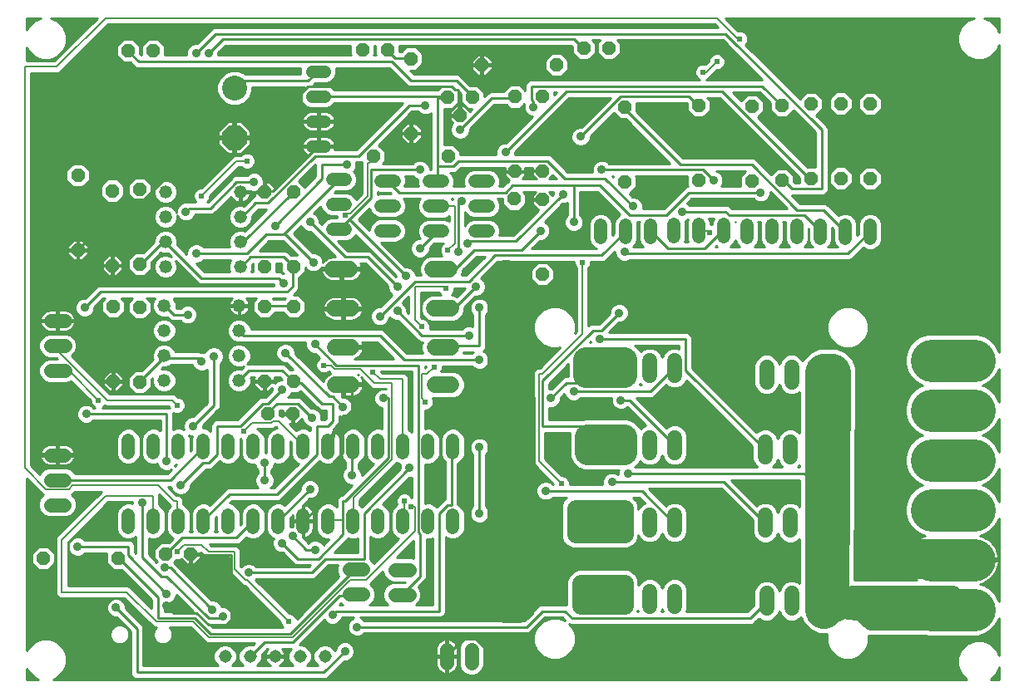
<source format=gbl>
G75*
G70*
%OFA0B0*%
%FSLAX24Y24*%
%IPPOS*%
%LPD*%
%AMOC8*
5,1,8,0,0,1.08239X$1,22.5*
%
%ADD10OC8,0.0520*%
%ADD11C,0.0515*%
%ADD12C,0.0600*%
%ADD13C,0.0520*%
%ADD14C,0.0520*%
%ADD15C,0.0515*%
%ADD16C,0.1000*%
%ADD17OC8,0.1000*%
%ADD18C,0.0560*%
%ADD19C,0.0660*%
%ADD20C,0.0554*%
%ADD21C,0.1700*%
%ADD22C,0.1500*%
%ADD23C,0.0700*%
%ADD24C,0.0100*%
%ADD25C,0.0360*%
%ADD26C,0.0160*%
%ADD27C,0.1000*%
%ADD28C,0.0060*%
%ADD29C,0.0240*%
D10*
X000978Y005536D03*
X003978Y005536D03*
X005871Y005704D03*
X006871Y005704D03*
X009961Y011334D03*
X010961Y011334D03*
X010998Y012624D03*
X009821Y012624D03*
X009821Y015624D03*
X010998Y015624D03*
X010984Y017223D03*
X009844Y017223D03*
X009844Y020223D03*
X010984Y020223D03*
X014191Y021654D03*
X015711Y022574D03*
X017191Y021654D03*
X017661Y023284D03*
X018161Y024034D03*
X017161Y024034D03*
X018541Y025314D03*
X019871Y024044D03*
X020971Y024074D03*
X021541Y025314D03*
X022621Y025994D03*
X023621Y025994D03*
X024251Y023624D03*
X027221Y023694D03*
X029361Y023654D03*
X030561Y023704D03*
X031729Y023748D03*
X032921Y023774D03*
X034111Y023764D03*
X034111Y020764D03*
X032921Y020774D03*
X031729Y020748D03*
X030561Y020704D03*
X029361Y020654D03*
X027221Y020694D03*
X024251Y020624D03*
X020971Y021074D03*
X019871Y021044D03*
X019831Y019944D03*
X020971Y019914D03*
X020971Y016914D03*
X019831Y016944D03*
X019761Y013150D03*
X022761Y013150D03*
X022841Y010074D03*
X019841Y010074D03*
X019671Y006914D03*
X022671Y006914D03*
X022741Y004004D03*
X019741Y004004D03*
X004821Y012584D03*
X003761Y012624D03*
X003761Y015624D03*
X004821Y015584D03*
X004824Y017323D03*
X003734Y017273D03*
X002351Y017894D03*
X003734Y020273D03*
X004824Y020323D03*
X002351Y020894D03*
X004371Y025894D03*
X005371Y025894D03*
X013751Y025914D03*
X014751Y025914D03*
X015711Y025574D03*
D11*
X012251Y001584D03*
X011251Y001584D03*
X010251Y001584D03*
X009251Y001584D03*
X008251Y001584D03*
D12*
X024261Y003604D02*
X024261Y004204D01*
X025261Y004204D02*
X025261Y003604D01*
X026261Y003604D02*
X026261Y004204D01*
X026271Y006664D02*
X026271Y007264D01*
X025271Y007264D02*
X025271Y006664D01*
X024271Y006664D02*
X024271Y007264D01*
X024261Y009774D02*
X024261Y010374D01*
X025261Y010374D02*
X025261Y009774D01*
X026261Y009774D02*
X026261Y010374D01*
X026261Y012864D02*
X026261Y013464D01*
X025261Y013464D02*
X025261Y012864D01*
X024261Y012864D02*
X024261Y013464D01*
X029951Y013204D02*
X029951Y012604D01*
X030951Y012604D02*
X030951Y013204D01*
X031951Y013204D02*
X031951Y012604D01*
X031891Y010204D02*
X031891Y009604D01*
X030891Y009604D02*
X030891Y010204D01*
X029891Y010204D02*
X029891Y009604D01*
X029899Y007247D02*
X029899Y006647D01*
X030899Y006647D02*
X030899Y007247D01*
X031899Y007247D02*
X031899Y006647D01*
X031951Y004114D02*
X031951Y003514D01*
X030951Y003514D02*
X030951Y004114D01*
X029951Y004114D02*
X029951Y003514D01*
D13*
X017381Y006754D02*
X017381Y007274D01*
X016381Y007274D02*
X016381Y006754D01*
X015381Y006754D02*
X015381Y007274D01*
X014381Y007274D02*
X014381Y006754D01*
X013381Y006754D02*
X013381Y007274D01*
X012381Y007274D02*
X012381Y006754D01*
X011381Y006754D02*
X011381Y007274D01*
X010381Y007274D02*
X010381Y006754D01*
X009381Y006754D02*
X009381Y007274D01*
X008381Y007274D02*
X008381Y006754D01*
X007381Y006754D02*
X007381Y007274D01*
X006381Y007274D02*
X006381Y006754D01*
X005381Y006754D02*
X005381Y007274D01*
X004381Y007274D02*
X004381Y006754D01*
X004381Y009754D02*
X004381Y010274D01*
X005381Y010274D02*
X005381Y009754D01*
X006381Y009754D02*
X006381Y010274D01*
X007381Y010274D02*
X007381Y009754D01*
X008381Y009754D02*
X008381Y010274D01*
X009381Y010274D02*
X009381Y009754D01*
X010381Y009754D02*
X010381Y010274D01*
X011381Y010274D02*
X011381Y009754D01*
X012381Y009754D02*
X012381Y010274D01*
X013381Y010274D02*
X013381Y009754D01*
X014381Y009754D02*
X014381Y010274D01*
X015381Y010274D02*
X015381Y009754D01*
X016381Y009754D02*
X016381Y010274D01*
X017381Y010274D02*
X017381Y009754D01*
X023311Y018384D02*
X023311Y018904D01*
X024311Y018904D02*
X024311Y018384D01*
X025311Y018384D02*
X025311Y018904D01*
X026231Y018934D02*
X026231Y018414D01*
X027231Y018414D02*
X027231Y018934D01*
X028231Y018934D02*
X028231Y018414D01*
X029161Y018384D02*
X029161Y018904D01*
X030161Y018904D02*
X030161Y018384D01*
X031161Y018384D02*
X031161Y018904D01*
X032101Y018894D02*
X032101Y018374D01*
X033101Y018374D02*
X033101Y018894D01*
X034101Y018894D02*
X034101Y018374D01*
X018796Y018647D02*
X018276Y018647D01*
X018276Y019647D02*
X018796Y019647D01*
X018796Y020647D02*
X018276Y020647D01*
X016961Y020644D02*
X016441Y020644D01*
X016441Y019644D02*
X016961Y019644D01*
X016961Y018644D02*
X016441Y018644D01*
X015021Y018674D02*
X014501Y018674D01*
X013071Y018734D02*
X012551Y018734D01*
X012551Y019734D02*
X013071Y019734D01*
X014501Y019674D02*
X015021Y019674D01*
X015021Y020674D02*
X014501Y020674D01*
X013071Y020734D02*
X012551Y020734D01*
D14*
X008854Y020213D03*
X008854Y019213D03*
X008854Y018213D03*
X008854Y017213D03*
X008814Y015659D03*
X008814Y014659D03*
X008814Y013659D03*
X008814Y012659D03*
X005814Y012659D03*
X005814Y013659D03*
X005814Y014659D03*
X005814Y015659D03*
X005854Y017213D03*
X005854Y018213D03*
X005854Y019213D03*
X005854Y020213D03*
D15*
X011733Y022064D02*
X012248Y022064D01*
X012248Y023064D02*
X011733Y023064D01*
X011733Y024064D02*
X012248Y024064D01*
X012248Y025064D02*
X011733Y025064D01*
D16*
X008621Y024394D03*
D17*
X008621Y022394D03*
D18*
X013221Y005084D02*
X013781Y005084D01*
X013781Y004084D02*
X013221Y004084D01*
X015061Y004064D02*
X015621Y004064D01*
X015621Y005064D02*
X015061Y005064D01*
X017131Y001874D02*
X017131Y001314D01*
X018131Y001314D02*
X018131Y001874D01*
D19*
X017311Y012494D02*
X016651Y012494D01*
X016651Y013994D02*
X017311Y013994D01*
X017301Y015554D02*
X016641Y015554D01*
X016581Y017134D02*
X017241Y017134D01*
X013241Y017134D02*
X012581Y017134D01*
X012641Y015554D02*
X013301Y015554D01*
X013311Y013994D02*
X012651Y013994D01*
X012651Y012494D02*
X013311Y012494D01*
D20*
X001818Y013054D02*
X001264Y013054D01*
X001264Y014054D02*
X001818Y014054D01*
X001818Y015054D02*
X001264Y015054D01*
X001254Y009674D02*
X001808Y009674D01*
X001808Y008674D02*
X001254Y008674D01*
X001254Y007674D02*
X001808Y007674D01*
D21*
X036551Y007464D02*
X038251Y007464D01*
X038251Y009464D02*
X036551Y009464D01*
X036551Y011464D02*
X038251Y011464D01*
X038251Y013464D02*
X036551Y013464D01*
X036551Y005464D02*
X038251Y005464D01*
X038251Y003464D02*
X036551Y003464D01*
D22*
X036011Y003614D02*
X036011Y003684D01*
X035731Y005434D02*
X034961Y005434D01*
X034961Y005784D01*
X034681Y005784D01*
X034751Y015094D01*
X034681Y016774D01*
X034611Y016774D02*
X034611Y016424D01*
X034751Y015094D01*
X034611Y005464D01*
X037401Y005464D01*
X037131Y005434D02*
X037131Y005504D01*
X035731Y005504D01*
X035731Y005434D01*
X035101Y005574D02*
X035101Y005714D01*
X035101Y005574D02*
X036851Y005574D01*
X036851Y005434D01*
X037131Y005434D01*
X032511Y003754D02*
X032581Y012924D01*
X032581Y012994D01*
X032231Y012994D01*
X032231Y008864D01*
X032231Y008654D01*
X032231Y003464D01*
X019981Y003684D02*
X019491Y003684D01*
X019491Y004174D01*
X019491Y010054D01*
X019491Y016774D01*
X019911Y016424D02*
X019911Y014814D01*
X019981Y003684D01*
D23*
X019741Y004004D02*
X019631Y007014D01*
X019631Y006904D01*
X019771Y006904D01*
X019771Y010264D01*
X019761Y010264D01*
X019761Y013150D01*
X022291Y007534D02*
X022291Y006484D01*
X024251Y006484D01*
X024251Y007394D01*
X023691Y006974D01*
X022671Y006914D01*
X022291Y007534D02*
X024251Y007534D01*
X024271Y006964D01*
X024251Y004524D02*
X022501Y004524D01*
X022501Y003614D01*
X024251Y003614D01*
X024251Y004314D01*
X022741Y004004D01*
X024261Y003904D02*
X024251Y004524D01*
X019741Y004174D02*
X019741Y004004D01*
X019741Y004174D02*
X019491Y004174D01*
X019491Y003974D01*
X019671Y006914D01*
X031899Y006947D02*
X031829Y005514D01*
X031951Y006694D02*
X032151Y006694D01*
X031951Y006694D02*
X031951Y003814D01*
X032511Y003754D02*
X032721Y003754D01*
X032721Y003334D01*
X033001Y003474D01*
X034051Y003334D01*
X035731Y003334D01*
X036011Y003614D01*
X036361Y003964D02*
X037341Y002984D01*
X034121Y002984D01*
X033771Y003334D01*
X034051Y003334D01*
X033771Y003334D02*
X033561Y003614D01*
X033211Y003964D02*
X036361Y003964D01*
X037401Y004094D02*
X037401Y003464D01*
X037401Y004094D02*
X037411Y004104D01*
X033351Y004104D01*
X033211Y003964D01*
X032231Y008594D02*
X032231Y008654D01*
X031891Y008654D01*
X031891Y009904D01*
X031951Y011605D02*
X031951Y012904D01*
D24*
X000759Y000674D02*
X000311Y000674D01*
X000311Y001094D01*
X000359Y000978D01*
X000595Y000742D01*
X000759Y000674D01*
X000577Y000759D02*
X000311Y000759D01*
X000311Y000858D02*
X000479Y000858D01*
X000380Y000956D02*
X000311Y000956D01*
X000311Y001055D02*
X000327Y001055D01*
X000311Y001813D02*
X000311Y008734D01*
X000945Y008100D01*
X000978Y008087D01*
X000841Y007950D01*
X000766Y007771D01*
X000766Y007577D01*
X000841Y007398D01*
X000978Y007261D01*
X001157Y007186D01*
X001905Y007186D01*
X002084Y007261D01*
X002221Y007398D01*
X002295Y007577D01*
X002295Y007771D01*
X002221Y007950D01*
X002087Y008084D01*
X002127Y008100D01*
X002194Y008168D01*
X002230Y008204D01*
X003301Y008204D01*
X001575Y006477D01*
X001507Y006410D01*
X001471Y006321D01*
X001471Y004221D01*
X001471Y004126D01*
X001507Y004038D01*
X001575Y003970D01*
X001663Y003934D01*
X004201Y003934D01*
X005287Y002848D01*
X005355Y002780D01*
X005443Y002744D01*
X005489Y002744D01*
X005429Y002683D01*
X005370Y002541D01*
X005370Y002387D01*
X005429Y002244D01*
X005538Y002135D01*
X005680Y002076D01*
X005834Y002076D01*
X005976Y002135D01*
X006085Y002244D01*
X006144Y002387D01*
X006144Y002541D01*
X006085Y002683D01*
X006024Y002744D01*
X006861Y002744D01*
X007387Y002218D01*
X007455Y002150D01*
X007543Y002114D01*
X009433Y002114D01*
X009363Y002043D01*
X009344Y002051D01*
X009158Y002051D01*
X008986Y001980D01*
X008854Y001848D01*
X008783Y001677D01*
X008783Y001491D01*
X008854Y001319D01*
X008960Y001214D01*
X008542Y001214D01*
X008647Y001319D01*
X008718Y001491D01*
X008718Y001677D01*
X008647Y001848D01*
X008516Y001980D01*
X008344Y002051D01*
X008158Y002051D01*
X007986Y001980D01*
X007854Y001848D01*
X007783Y001677D01*
X007783Y001491D01*
X007854Y001319D01*
X007960Y001214D01*
X004981Y001214D01*
X004981Y002755D01*
X004941Y002851D01*
X004868Y002924D01*
X004271Y003521D01*
X004271Y003621D01*
X004211Y003765D01*
X004102Y003874D01*
X003958Y003934D01*
X003803Y003934D01*
X003660Y003874D01*
X003550Y003765D01*
X003491Y003621D01*
X003491Y003466D01*
X003550Y003323D01*
X003660Y003213D01*
X003803Y003154D01*
X003903Y003154D01*
X004461Y002596D01*
X004461Y001005D01*
X004461Y000902D01*
X004500Y000806D01*
X004574Y000733D01*
X004669Y000694D01*
X012159Y000694D01*
X012262Y000694D01*
X012358Y000733D01*
X013028Y001404D01*
X013128Y001404D01*
X013272Y001463D01*
X013381Y001573D01*
X013441Y001716D01*
X013441Y001871D01*
X013381Y002015D01*
X013272Y002124D01*
X013128Y002184D01*
X012973Y002184D01*
X012830Y002124D01*
X012720Y002015D01*
X012661Y001871D01*
X012661Y001815D01*
X012647Y001848D01*
X012516Y001980D01*
X012344Y002051D01*
X012158Y002051D01*
X011986Y001980D01*
X011854Y001848D01*
X011783Y001677D01*
X011783Y001491D01*
X011854Y001319D01*
X011960Y001214D01*
X011542Y001214D01*
X011647Y001319D01*
X011718Y001491D01*
X011718Y001677D01*
X011647Y001848D01*
X011516Y001980D01*
X011344Y002051D01*
X011226Y002051D01*
X012226Y003052D01*
X012230Y003043D01*
X012340Y002933D01*
X012483Y002874D01*
X012638Y002874D01*
X012782Y002933D01*
X012891Y003043D01*
X012933Y003144D01*
X013415Y003144D01*
X013320Y003104D01*
X013210Y002995D01*
X013151Y002851D01*
X013151Y002696D01*
X013210Y002553D01*
X013320Y002443D01*
X013463Y002384D01*
X013618Y002384D01*
X013762Y002443D01*
X013832Y002514D01*
X020279Y002514D01*
X020382Y002514D01*
X020478Y002553D01*
X021068Y003144D01*
X021763Y003144D01*
X021883Y003024D01*
X021618Y003134D01*
X021284Y003134D01*
X020975Y003006D01*
X020739Y002769D01*
X020611Y002461D01*
X020611Y002127D01*
X020739Y001818D01*
X020975Y001582D01*
X021284Y001454D01*
X021618Y001454D01*
X021927Y001582D01*
X022163Y001818D01*
X022291Y002127D01*
X022291Y002461D01*
X022163Y002769D01*
X022047Y002885D01*
X022099Y002864D01*
X022202Y002864D01*
X029342Y002864D01*
X029438Y002903D01*
X029511Y002976D01*
X029639Y003104D01*
X029662Y003081D01*
X029849Y003004D01*
X030052Y003004D01*
X030240Y003081D01*
X030383Y003225D01*
X030451Y003388D01*
X030518Y003225D01*
X030662Y003081D01*
X030849Y003004D01*
X031052Y003004D01*
X031240Y003081D01*
X031318Y003159D01*
X031417Y002920D01*
X031687Y002650D01*
X032040Y002504D01*
X032379Y002504D01*
X032361Y002461D01*
X032361Y002127D01*
X032489Y001818D01*
X032725Y001582D01*
X033034Y001454D01*
X033368Y001454D01*
X033677Y001582D01*
X033913Y001818D01*
X034041Y002127D01*
X034041Y002424D01*
X034232Y002424D01*
X036337Y002424D01*
X036411Y002404D01*
X038390Y002404D01*
X038660Y002476D01*
X038902Y002615D01*
X039099Y002813D01*
X039239Y003054D01*
X039261Y003138D01*
X039261Y001623D01*
X039163Y001859D01*
X038927Y002096D01*
X038618Y002224D01*
X038284Y002224D01*
X037975Y002096D01*
X037739Y001859D01*
X037611Y001551D01*
X037611Y001217D01*
X037739Y000908D01*
X037973Y000674D01*
X001382Y000674D01*
X001547Y000742D01*
X001783Y000978D01*
X001911Y001287D01*
X001911Y001621D01*
X001783Y001929D01*
X001547Y002166D01*
X001238Y002294D01*
X000904Y002294D01*
X000595Y002166D01*
X000359Y001929D01*
X000311Y001813D01*
X000311Y001843D02*
X000323Y001843D01*
X000311Y001942D02*
X000371Y001942D01*
X000311Y002040D02*
X000470Y002040D01*
X000568Y002139D02*
X000311Y002139D01*
X000311Y002237D02*
X000768Y002237D01*
X000311Y002336D02*
X003658Y002336D01*
X003637Y002387D02*
X003696Y002244D01*
X003805Y002135D01*
X003948Y002076D01*
X004102Y002076D01*
X004244Y002135D01*
X004353Y002244D01*
X004412Y002387D01*
X004412Y002541D01*
X004353Y002683D01*
X004244Y002792D01*
X004102Y002851D01*
X003948Y002851D01*
X003805Y002792D01*
X003696Y002683D01*
X003637Y002541D01*
X003637Y002387D01*
X003637Y002434D02*
X000311Y002434D01*
X000311Y002533D02*
X003637Y002533D01*
X003675Y002632D02*
X000311Y002632D01*
X000311Y002730D02*
X003744Y002730D01*
X003894Y002829D02*
X000311Y002829D01*
X000311Y002927D02*
X004129Y002927D01*
X004155Y002829D02*
X004228Y002829D01*
X004306Y002730D02*
X004327Y002730D01*
X004374Y002632D02*
X004425Y002632D01*
X004412Y002533D02*
X004461Y002533D01*
X004461Y002434D02*
X004412Y002434D01*
X004391Y002336D02*
X004461Y002336D01*
X004461Y002237D02*
X004346Y002237D01*
X004247Y002139D02*
X004461Y002139D01*
X004461Y002040D02*
X001672Y002040D01*
X001770Y001942D02*
X004461Y001942D01*
X004461Y001843D02*
X001819Y001843D01*
X001859Y001745D02*
X004461Y001745D01*
X004461Y001646D02*
X001900Y001646D01*
X001911Y001548D02*
X004461Y001548D01*
X004461Y001449D02*
X001911Y001449D01*
X001911Y001351D02*
X004461Y001351D01*
X004461Y001252D02*
X001896Y001252D01*
X001856Y001153D02*
X004461Y001153D01*
X004461Y001055D02*
X001815Y001055D01*
X001761Y000956D02*
X004461Y000956D01*
X004479Y000858D02*
X001663Y000858D01*
X001564Y000759D02*
X004547Y000759D01*
X004721Y000954D02*
X012211Y000954D01*
X013051Y001794D01*
X013412Y001942D02*
X016706Y001942D01*
X016711Y001974D02*
X016701Y001907D01*
X016701Y001634D01*
X017091Y001634D01*
X017091Y002303D01*
X017030Y002293D01*
X016966Y002272D01*
X016905Y002241D01*
X016851Y002202D01*
X016803Y002154D01*
X016763Y002099D01*
X016732Y002039D01*
X016711Y001974D01*
X016733Y002040D02*
X013356Y002040D01*
X013236Y002139D02*
X016792Y002139D01*
X016900Y002237D02*
X011412Y002237D01*
X011314Y002139D02*
X012865Y002139D01*
X012746Y002040D02*
X012370Y002040D01*
X012554Y001942D02*
X012690Y001942D01*
X012661Y001843D02*
X012649Y001843D01*
X012132Y002040D02*
X011370Y002040D01*
X011554Y001942D02*
X011948Y001942D01*
X011852Y001843D02*
X011649Y001843D01*
X011690Y001745D02*
X011812Y001745D01*
X011783Y001646D02*
X011718Y001646D01*
X011718Y001548D02*
X011783Y001548D01*
X011801Y001449D02*
X011701Y001449D01*
X011660Y001351D02*
X011841Y001351D01*
X011921Y001252D02*
X011580Y001252D01*
X010960Y001214D02*
X010422Y001214D01*
X010464Y001235D01*
X010516Y001273D01*
X010562Y001318D01*
X010599Y001370D01*
X010628Y001427D01*
X010648Y001488D01*
X010658Y001552D01*
X010658Y001555D01*
X010280Y001555D01*
X010280Y001612D01*
X010658Y001612D01*
X010658Y001616D01*
X010648Y001679D01*
X010628Y001740D01*
X010599Y001797D01*
X010562Y001849D01*
X010527Y001884D01*
X010890Y001884D01*
X010854Y001848D01*
X010783Y001677D01*
X010783Y001491D01*
X010854Y001319D01*
X010960Y001214D01*
X010921Y001252D02*
X010488Y001252D01*
X010585Y001351D02*
X010841Y001351D01*
X010801Y001449D02*
X010635Y001449D01*
X010658Y001548D02*
X010783Y001548D01*
X010783Y001646D02*
X010653Y001646D01*
X010626Y001745D02*
X010812Y001745D01*
X010852Y001843D02*
X010566Y001843D01*
X010222Y001612D02*
X010222Y001555D01*
X009843Y001555D01*
X009843Y001552D01*
X009853Y001488D01*
X009873Y001427D01*
X009902Y001370D01*
X009940Y001318D01*
X009985Y001273D01*
X010037Y001235D01*
X010079Y001214D01*
X009542Y001214D01*
X009647Y001319D01*
X009718Y001491D01*
X009718Y001663D01*
X009938Y001884D01*
X009975Y001884D01*
X009940Y001849D01*
X009902Y001797D01*
X009873Y001740D01*
X009853Y001679D01*
X009843Y001616D01*
X009843Y001612D01*
X010222Y001612D01*
X009936Y001843D02*
X009898Y001843D01*
X009876Y001745D02*
X009800Y001745D01*
X009848Y001646D02*
X009718Y001646D01*
X009718Y001548D02*
X009844Y001548D01*
X009866Y001449D02*
X009701Y001449D01*
X009660Y001351D02*
X009916Y001351D01*
X010014Y001252D02*
X009580Y001252D01*
X009271Y001584D02*
X009251Y001584D01*
X009271Y001584D02*
X009831Y002144D01*
X010951Y002144D01*
X012841Y004034D01*
X013471Y004034D01*
X013501Y004084D01*
X014047Y003664D02*
X014058Y003668D01*
X014196Y003806D01*
X014271Y003986D01*
X014271Y004181D01*
X014196Y004361D01*
X014062Y004495D01*
X014571Y005004D01*
X014571Y004966D01*
X014645Y004786D01*
X014783Y004648D01*
X014963Y004574D01*
X015463Y004574D01*
X015443Y004554D01*
X014963Y004554D01*
X014783Y004479D01*
X014645Y004341D01*
X014571Y004161D01*
X014571Y003966D01*
X014645Y003786D01*
X014768Y003664D01*
X014047Y003664D01*
X014106Y003716D02*
X014716Y003716D01*
X014634Y003814D02*
X014199Y003814D01*
X014240Y003913D02*
X014593Y003913D01*
X014571Y004011D02*
X014271Y004011D01*
X014271Y004110D02*
X014571Y004110D01*
X014590Y004208D02*
X014259Y004208D01*
X014219Y004307D02*
X014631Y004307D01*
X014710Y004405D02*
X014152Y004405D01*
X014070Y004504D02*
X014843Y004504D01*
X014894Y004602D02*
X014169Y004602D01*
X014268Y004701D02*
X014730Y004701D01*
X014640Y004800D02*
X014366Y004800D01*
X014465Y004898D02*
X014599Y004898D01*
X014571Y004997D02*
X014563Y004997D01*
X014212Y005324D02*
X014196Y005361D01*
X014081Y005477D01*
X014081Y006389D01*
X014115Y006355D01*
X014287Y006284D01*
X014474Y006284D01*
X014647Y006355D01*
X014779Y006487D01*
X014851Y006660D01*
X014851Y007367D01*
X014779Y007540D01*
X014647Y007672D01*
X014569Y007704D01*
X015618Y008754D01*
X015718Y008754D01*
X015731Y008759D01*
X015731Y007951D01*
X015711Y008001D01*
X015618Y008093D01*
X015496Y008144D01*
X015365Y008144D01*
X015244Y008093D01*
X015151Y008001D01*
X015101Y007879D01*
X015101Y007748D01*
X015130Y007678D01*
X015115Y007672D01*
X014982Y007540D01*
X014911Y007367D01*
X014911Y006660D01*
X014982Y006487D01*
X015115Y006355D01*
X015205Y006318D01*
X014212Y005324D01*
X014167Y005391D02*
X014279Y005391D01*
X014377Y005489D02*
X014081Y005489D01*
X014081Y005588D02*
X014476Y005588D01*
X014574Y005686D02*
X014081Y005686D01*
X014081Y005785D02*
X014673Y005785D01*
X014771Y005884D02*
X014081Y005884D01*
X014081Y005982D02*
X014870Y005982D01*
X014968Y006081D02*
X014081Y006081D01*
X014081Y006179D02*
X015067Y006179D01*
X015165Y006278D02*
X014081Y006278D01*
X014081Y006376D02*
X014093Y006376D01*
X013561Y006319D02*
X013561Y005764D01*
X012628Y005764D01*
X013128Y006263D01*
X013189Y006324D01*
X013287Y006284D01*
X013474Y006284D01*
X013561Y006319D01*
X013561Y006278D02*
X013142Y006278D01*
X013044Y006179D02*
X013561Y006179D01*
X013561Y006081D02*
X012945Y006081D01*
X012847Y005982D02*
X013561Y005982D01*
X013561Y005884D02*
X012748Y005884D01*
X012650Y005785D02*
X013561Y005785D01*
X013821Y005504D02*
X012281Y005504D01*
X011721Y004944D01*
X009201Y004944D01*
X009471Y004663D02*
X009492Y004684D01*
X011772Y004684D01*
X011868Y004723D01*
X011941Y004796D01*
X011941Y004796D01*
X012388Y005244D01*
X012757Y005244D01*
X012731Y005181D01*
X012731Y004986D01*
X012805Y004806D01*
X012815Y004796D01*
X011120Y003100D01*
X011091Y003171D01*
X010998Y003263D01*
X010876Y003314D01*
X010820Y003314D01*
X009471Y004663D01*
X009531Y004602D02*
X012622Y004602D01*
X012523Y004504D02*
X009630Y004504D01*
X009728Y004405D02*
X012425Y004405D01*
X012326Y004307D02*
X009827Y004307D01*
X009926Y004208D02*
X012228Y004208D01*
X012129Y004110D02*
X010024Y004110D01*
X010123Y004011D02*
X012031Y004011D01*
X011932Y003913D02*
X010221Y003913D01*
X010320Y003814D02*
X011834Y003814D01*
X011735Y003716D02*
X010418Y003716D01*
X010517Y003617D02*
X011636Y003617D01*
X011538Y003518D02*
X010615Y003518D01*
X010714Y003420D02*
X011439Y003420D01*
X011341Y003321D02*
X010812Y003321D01*
X011038Y003223D02*
X011242Y003223D01*
X011144Y003124D02*
X011110Y003124D01*
X010481Y002974D02*
X010481Y002918D01*
X010531Y002797D01*
X010574Y002754D01*
X007768Y002754D01*
X007658Y002864D01*
X007929Y002864D01*
X007930Y002863D01*
X008073Y002804D01*
X008228Y002804D01*
X008372Y002863D01*
X008481Y002973D01*
X008541Y003116D01*
X008541Y003271D01*
X008481Y003415D01*
X008372Y003524D01*
X008228Y003584D01*
X008107Y003584D01*
X008061Y003695D01*
X007952Y003804D01*
X007808Y003864D01*
X007708Y003864D01*
X006271Y005301D01*
X006202Y005370D01*
X006285Y005454D01*
X006396Y005454D01*
X006499Y005496D01*
X006701Y005294D01*
X006841Y005294D01*
X006841Y005673D01*
X006901Y005673D01*
X006901Y005294D01*
X007041Y005294D01*
X007281Y005534D01*
X007281Y005674D01*
X006901Y005674D01*
X006901Y005734D01*
X007281Y005734D01*
X007281Y005754D01*
X007455Y005580D01*
X007543Y005544D01*
X007639Y005544D01*
X008401Y005544D01*
X008401Y005036D01*
X008437Y004948D01*
X008505Y004880D01*
X008925Y004460D01*
X009013Y004424D01*
X009031Y004424D01*
X010481Y002974D01*
X010481Y002927D02*
X008436Y002927D01*
X008501Y002984D02*
X008466Y003019D01*
X008291Y002844D01*
X007591Y002844D01*
X007101Y003334D01*
X006191Y003334D01*
X005911Y003614D01*
X005821Y003617D02*
X006730Y003617D01*
X006828Y003518D02*
X005821Y003518D01*
X005821Y003420D02*
X006927Y003420D01*
X006963Y003384D02*
X005821Y003384D01*
X005821Y003719D01*
X005833Y003714D01*
X005988Y003714D01*
X006132Y003773D01*
X006241Y003883D01*
X006301Y004026D01*
X006301Y004046D01*
X006963Y003384D01*
X007031Y003124D02*
X007661Y002494D01*
X010881Y002494D01*
X013471Y005084D01*
X013501Y005084D01*
X013821Y005504D02*
X013821Y007324D01*
X015641Y009144D01*
X015278Y009287D02*
X015251Y009221D01*
X015251Y009121D01*
X013724Y007595D01*
X013647Y007672D01*
X013641Y007675D01*
X013641Y007854D01*
X015077Y009290D01*
X015134Y009347D01*
X015278Y009287D01*
X015256Y009234D02*
X015021Y009234D01*
X015119Y009333D02*
X015169Y009333D01*
X015251Y009135D02*
X014922Y009135D01*
X014823Y009037D02*
X015166Y009037D01*
X015068Y008938D02*
X014725Y008938D01*
X014626Y008840D02*
X014969Y008840D01*
X014871Y008741D02*
X014528Y008741D01*
X014429Y008643D02*
X014772Y008643D01*
X014674Y008544D02*
X014331Y008544D01*
X014232Y008446D02*
X014575Y008446D01*
X014477Y008347D02*
X014134Y008347D01*
X014035Y008249D02*
X014378Y008249D01*
X014279Y008150D02*
X013937Y008150D01*
X013838Y008051D02*
X014181Y008051D01*
X014082Y007953D02*
X013739Y007953D01*
X013641Y007854D02*
X013984Y007854D01*
X013885Y007756D02*
X013641Y007756D01*
X013662Y007657D02*
X013787Y007657D01*
X013051Y007814D02*
X014801Y009564D01*
X014801Y011944D01*
X014591Y011944D01*
X014230Y012092D02*
X013574Y012092D01*
X013562Y012083D02*
X013623Y012127D01*
X013677Y012181D01*
X013721Y012242D01*
X013756Y012309D01*
X013779Y012381D01*
X013789Y012444D01*
X013031Y012444D01*
X013031Y012544D01*
X013789Y012544D01*
X013779Y012606D01*
X013756Y012678D01*
X013721Y012745D01*
X013699Y012776D01*
X014105Y012370D01*
X014193Y012334D01*
X014289Y012334D01*
X014701Y012334D01*
X014701Y012320D01*
X014668Y012334D01*
X014513Y012334D01*
X014370Y012274D01*
X014260Y012165D01*
X014201Y012021D01*
X014201Y011866D01*
X014260Y011723D01*
X014370Y011613D01*
X014513Y011554D01*
X014541Y011554D01*
X014541Y010716D01*
X014474Y010744D01*
X014287Y010744D01*
X014115Y010672D01*
X013982Y010540D01*
X013911Y010367D01*
X013911Y009660D01*
X013982Y009487D01*
X014115Y009355D01*
X014192Y009323D01*
X013721Y008851D01*
X013721Y008941D01*
X013661Y009085D01*
X013591Y009155D01*
X013591Y009332D01*
X013647Y009355D01*
X013779Y009487D01*
X013851Y009660D01*
X013851Y010367D01*
X013779Y010540D01*
X013647Y010672D01*
X013474Y010744D01*
X013287Y010744D01*
X013115Y010672D01*
X012982Y010540D01*
X012911Y010367D01*
X012911Y009660D01*
X012982Y009487D01*
X013071Y009399D01*
X013071Y009155D01*
X013000Y009085D01*
X012941Y008941D01*
X012941Y008786D01*
X013000Y008643D01*
X011851Y008643D01*
X011872Y008634D02*
X011728Y008694D01*
X011573Y008694D01*
X011430Y008634D01*
X011320Y008525D01*
X011261Y008381D01*
X011261Y008281D01*
X010649Y007670D01*
X010647Y007672D01*
X010474Y007744D01*
X010287Y007744D01*
X010115Y007672D01*
X009982Y007540D01*
X009911Y007367D01*
X009911Y006660D01*
X009982Y006487D01*
X010115Y006355D01*
X010188Y006325D01*
X010141Y006211D01*
X010141Y006056D01*
X010200Y005913D01*
X010310Y005803D01*
X010453Y005744D01*
X010553Y005744D01*
X010940Y005356D01*
X011014Y005283D01*
X011109Y005244D01*
X011653Y005244D01*
X011613Y005204D01*
X009492Y005204D01*
X009422Y005274D01*
X009278Y005334D01*
X009123Y005334D01*
X008980Y005274D01*
X008885Y005179D01*
X008881Y005183D01*
X008881Y005736D01*
X008881Y005831D01*
X008844Y005920D01*
X008777Y005987D01*
X008689Y006024D01*
X007690Y006024D01*
X007630Y006084D01*
X008659Y006084D01*
X008762Y006084D01*
X008858Y006123D01*
X009102Y006367D01*
X009115Y006355D01*
X009287Y006284D01*
X009474Y006284D01*
X009647Y006355D01*
X009779Y006487D01*
X009851Y006660D01*
X009851Y007367D01*
X009779Y007540D01*
X009647Y007672D01*
X009474Y007744D01*
X009287Y007744D01*
X009115Y007672D01*
X008982Y007540D01*
X008911Y007367D01*
X008911Y006911D01*
X008851Y006851D01*
X008851Y007367D01*
X008779Y007540D01*
X008647Y007672D01*
X008474Y007744D01*
X008448Y007744D01*
X008538Y007834D01*
X010269Y007834D01*
X010372Y007834D01*
X010468Y007873D01*
X012032Y009437D01*
X012115Y009355D01*
X012287Y009284D01*
X012474Y009284D01*
X012647Y009355D01*
X012779Y009487D01*
X012851Y009660D01*
X012851Y010367D01*
X012779Y010540D01*
X012647Y010672D01*
X012590Y010696D01*
X012708Y010813D01*
X012781Y010886D01*
X012821Y010982D01*
X012821Y011238D01*
X012903Y011204D01*
X013058Y011204D01*
X013202Y011263D01*
X013311Y011373D01*
X013371Y011516D01*
X013371Y011671D01*
X013311Y011815D01*
X013202Y011924D01*
X013058Y011984D01*
X012958Y011984D01*
X012928Y012014D01*
X012931Y012014D01*
X012931Y012443D01*
X013031Y012443D01*
X013031Y012014D01*
X013349Y012014D01*
X013423Y012025D01*
X013495Y012049D01*
X013562Y012083D01*
X013684Y012190D02*
X014286Y012190D01*
X014405Y012289D02*
X013745Y012289D01*
X013780Y012387D02*
X014088Y012387D01*
X013989Y012486D02*
X013031Y012486D01*
X012981Y012494D02*
X012981Y012434D01*
X013331Y012434D01*
X013331Y011454D01*
X013121Y011244D01*
X012981Y011244D01*
X012981Y009774D01*
X012561Y009354D01*
X012561Y008164D01*
X011441Y007044D01*
X011381Y007014D01*
X011411Y007044D02*
X011351Y007044D01*
X011351Y007636D01*
X011628Y007914D01*
X011728Y007914D01*
X011872Y007973D01*
X011981Y008083D01*
X012041Y008226D01*
X012041Y008381D01*
X011981Y008525D01*
X011872Y008634D01*
X011962Y008544D02*
X013099Y008544D01*
X013110Y008533D02*
X013253Y008474D01*
X013343Y008474D01*
X012943Y008074D01*
X012929Y008074D01*
X012834Y008034D01*
X012760Y007961D01*
X012721Y007865D01*
X012721Y007762D01*
X012721Y007598D01*
X012647Y007672D01*
X012474Y007744D01*
X012287Y007744D01*
X012115Y007672D01*
X011982Y007540D01*
X011911Y007367D01*
X011911Y006660D01*
X011982Y006487D01*
X012115Y006355D01*
X012287Y006284D01*
X012413Y006284D01*
X012195Y006066D01*
X012191Y006075D01*
X012082Y006184D01*
X011938Y006244D01*
X011783Y006244D01*
X011640Y006184D01*
X011594Y006138D01*
X011351Y006381D01*
X011351Y006983D01*
X011411Y006983D01*
X011411Y006344D01*
X011413Y006344D01*
X011477Y006354D01*
X011538Y006374D01*
X011596Y006403D01*
X011648Y006441D01*
X011694Y006486D01*
X011731Y006539D01*
X011761Y006596D01*
X011781Y006658D01*
X011791Y006721D01*
X011791Y006984D01*
X011411Y006984D01*
X011411Y007044D01*
X011411Y007684D01*
X011413Y007684D01*
X011477Y007674D01*
X011538Y007654D01*
X011596Y007624D01*
X011648Y007586D01*
X011694Y007541D01*
X011731Y007489D01*
X011761Y007431D01*
X011781Y007370D01*
X011791Y007306D01*
X011791Y007044D01*
X011411Y007044D01*
X011411Y007066D02*
X011351Y007066D01*
X011351Y007044D02*
X011351Y006984D01*
X010971Y006984D01*
X010971Y006804D01*
X010873Y006804D01*
X010851Y006794D01*
X010851Y007136D01*
X010971Y007256D01*
X010971Y007044D01*
X011351Y007044D01*
X011351Y006967D02*
X011411Y006967D01*
X011411Y006869D02*
X011351Y006869D01*
X011351Y006770D02*
X011411Y006770D01*
X011411Y006672D02*
X011351Y006672D01*
X011351Y006573D02*
X011411Y006573D01*
X011411Y006475D02*
X011351Y006475D01*
X011356Y006376D02*
X011411Y006376D01*
X011454Y006278D02*
X012407Y006278D01*
X012309Y006179D02*
X012087Y006179D01*
X012185Y006081D02*
X012210Y006081D01*
X012093Y006376D02*
X011543Y006376D01*
X011682Y006475D02*
X011995Y006475D01*
X011947Y006573D02*
X011749Y006573D01*
X011783Y006672D02*
X011911Y006672D01*
X011911Y006770D02*
X011791Y006770D01*
X011791Y006869D02*
X011911Y006869D01*
X011911Y006967D02*
X011791Y006967D01*
X011791Y007066D02*
X011911Y007066D01*
X011911Y007165D02*
X011791Y007165D01*
X011791Y007263D02*
X011911Y007263D01*
X011911Y007362D02*
X011782Y007362D01*
X011746Y007460D02*
X011949Y007460D01*
X012001Y007559D02*
X011675Y007559D01*
X011527Y007657D02*
X012100Y007657D01*
X011823Y007953D02*
X012757Y007953D01*
X012721Y007854D02*
X011569Y007854D01*
X011471Y007756D02*
X012721Y007756D01*
X012721Y007657D02*
X012662Y007657D01*
X012981Y007814D02*
X013051Y007814D01*
X012981Y007814D02*
X012981Y007044D01*
X012981Y006484D01*
X012001Y005504D01*
X011161Y005504D01*
X010531Y006134D01*
X010168Y006278D02*
X009012Y006278D01*
X008914Y006179D02*
X010141Y006179D01*
X010141Y006081D02*
X007633Y006081D01*
X007349Y005686D02*
X006901Y005686D01*
X006871Y005704D02*
X006891Y005644D01*
X008501Y005644D01*
X008501Y003054D01*
X008466Y003019D01*
X008503Y003026D02*
X010429Y003026D01*
X010331Y003124D02*
X008541Y003124D01*
X008541Y003223D02*
X010232Y003223D01*
X010134Y003321D02*
X008520Y003321D01*
X008476Y003420D02*
X010035Y003420D01*
X009936Y003518D02*
X008377Y003518D01*
X008094Y003617D02*
X009838Y003617D01*
X009739Y003716D02*
X008040Y003716D01*
X007928Y003814D02*
X009641Y003814D01*
X009542Y003913D02*
X007659Y003913D01*
X007561Y004011D02*
X009444Y004011D01*
X009345Y004110D02*
X007462Y004110D01*
X007364Y004208D02*
X009247Y004208D01*
X009148Y004307D02*
X007265Y004307D01*
X007167Y004405D02*
X009050Y004405D01*
X008881Y004504D02*
X007068Y004504D01*
X006970Y004602D02*
X008783Y004602D01*
X008684Y004701D02*
X006871Y004701D01*
X006773Y004800D02*
X008585Y004800D01*
X008487Y004898D02*
X006674Y004898D01*
X006575Y004997D02*
X008417Y004997D01*
X008401Y005095D02*
X006477Y005095D01*
X006378Y005194D02*
X008401Y005194D01*
X008401Y005292D02*
X006280Y005292D01*
X006223Y005391D02*
X006604Y005391D01*
X006505Y005489D02*
X006483Y005489D01*
X006841Y005489D02*
X006901Y005489D01*
X006901Y005391D02*
X006841Y005391D01*
X006841Y005588D02*
X006901Y005588D01*
X007138Y005391D02*
X008401Y005391D01*
X008401Y005489D02*
X007236Y005489D01*
X007281Y005588D02*
X007447Y005588D01*
X006541Y006344D02*
X008711Y006344D01*
X009381Y007014D01*
X009851Y006967D02*
X009911Y006967D01*
X009911Y006869D02*
X009851Y006869D01*
X009851Y006770D02*
X009911Y006770D01*
X009911Y006672D02*
X009851Y006672D01*
X009815Y006573D02*
X009947Y006573D01*
X009995Y006475D02*
X009767Y006475D01*
X009668Y006376D02*
X010093Y006376D01*
X010171Y005982D02*
X008782Y005982D01*
X008859Y005884D02*
X010229Y005884D01*
X010353Y005785D02*
X008881Y005785D01*
X008881Y005686D02*
X010610Y005686D01*
X010709Y005588D02*
X008881Y005588D01*
X008881Y005489D02*
X010807Y005489D01*
X010906Y005391D02*
X008881Y005391D01*
X008881Y005292D02*
X009023Y005292D01*
X008899Y005194D02*
X008881Y005194D01*
X009378Y005292D02*
X011004Y005292D01*
X011511Y005854D02*
X011861Y005854D01*
X011511Y005854D02*
X010951Y006414D01*
X010971Y006869D02*
X010851Y006869D01*
X010851Y006967D02*
X010971Y006967D01*
X010971Y007066D02*
X010851Y007066D01*
X010879Y007165D02*
X010971Y007165D01*
X011351Y007165D02*
X011411Y007165D01*
X011411Y007263D02*
X011351Y007263D01*
X011351Y007362D02*
X011411Y007362D01*
X011411Y007460D02*
X011351Y007460D01*
X011351Y007559D02*
X011411Y007559D01*
X011411Y007657D02*
X011372Y007657D01*
X010932Y007953D02*
X010548Y007953D01*
X010646Y008051D02*
X011031Y008051D01*
X011129Y008150D02*
X010745Y008150D01*
X010843Y008249D02*
X011228Y008249D01*
X011261Y008347D02*
X010942Y008347D01*
X011040Y008446D02*
X011287Y008446D01*
X011340Y008544D02*
X011139Y008544D01*
X011238Y008643D02*
X011450Y008643D01*
X011336Y008741D02*
X012959Y008741D01*
X012941Y008840D02*
X011435Y008840D01*
X011533Y008938D02*
X012941Y008938D01*
X012980Y009037D02*
X011632Y009037D01*
X011730Y009135D02*
X013051Y009135D01*
X013071Y009234D02*
X011829Y009234D01*
X011927Y009333D02*
X012169Y009333D01*
X012039Y009431D02*
X012026Y009431D01*
X011931Y009704D02*
X011931Y010824D01*
X012351Y010824D01*
X012561Y011034D01*
X012561Y011734D01*
X012141Y011734D01*
X011301Y012574D01*
X011021Y012574D01*
X010998Y012624D01*
X010951Y012644D01*
X010531Y013064D01*
X009201Y013064D01*
X008851Y012714D01*
X008814Y012659D01*
X008377Y012486D02*
X008061Y012486D01*
X008061Y012584D02*
X008344Y012584D01*
X008344Y012565D02*
X008416Y012393D01*
X008548Y012260D01*
X008721Y012189D01*
X008908Y012189D01*
X009080Y012260D01*
X009213Y012393D01*
X009284Y012565D01*
X009284Y012752D01*
X009276Y012771D01*
X009308Y012804D01*
X009421Y012804D01*
X009411Y012793D01*
X009411Y012654D01*
X009791Y012654D01*
X009791Y012594D01*
X009411Y012594D01*
X009411Y012454D01*
X009651Y012214D01*
X009791Y012214D01*
X009791Y012593D01*
X009851Y012593D01*
X009851Y012214D01*
X009991Y012214D01*
X010141Y012364D01*
X010141Y012271D01*
X009863Y011994D01*
X009709Y011994D01*
X009614Y011954D01*
X009540Y011881D01*
X008743Y011084D01*
X007889Y011084D01*
X007794Y011044D01*
X007720Y010971D01*
X007681Y010875D01*
X007681Y010772D01*
X007681Y010638D01*
X007647Y010672D01*
X007474Y010744D01*
X007350Y010744D01*
X007351Y010746D01*
X007351Y010846D01*
X007948Y011443D01*
X008021Y011516D01*
X008061Y011612D01*
X008061Y013332D01*
X008131Y013403D01*
X008191Y013546D01*
X008191Y013701D01*
X008131Y013845D01*
X008022Y013954D01*
X007878Y014014D01*
X007723Y014014D01*
X007580Y013954D01*
X007470Y013845D01*
X007444Y013781D01*
X007388Y013804D01*
X007247Y013804D01*
X007222Y013814D01*
X006259Y013814D01*
X006213Y013925D01*
X006080Y014057D01*
X005908Y014129D01*
X005721Y014129D01*
X005548Y014057D01*
X005416Y013925D01*
X005344Y013752D01*
X005344Y013565D01*
X005365Y013515D01*
X004903Y013054D01*
X004626Y013054D01*
X004351Y012778D01*
X004351Y012389D01*
X004626Y012114D01*
X005015Y012114D01*
X005291Y012389D01*
X005291Y012706D01*
X005349Y012764D01*
X005344Y012752D01*
X005344Y012565D01*
X005416Y012393D01*
X005548Y012260D01*
X005721Y012189D01*
X005908Y012189D01*
X006080Y012260D01*
X006213Y012393D01*
X006284Y012565D01*
X006284Y012752D01*
X006213Y012925D01*
X006080Y013057D01*
X005908Y013129D01*
X005721Y013129D01*
X005709Y013124D01*
X005774Y013189D01*
X005908Y013189D01*
X006080Y013260D01*
X006113Y013294D01*
X006938Y013294D01*
X006980Y013193D01*
X007090Y013083D01*
X007233Y013024D01*
X007388Y013024D01*
X007532Y013083D01*
X007541Y013092D01*
X007541Y011771D01*
X006983Y011214D01*
X006883Y011214D01*
X006740Y011154D01*
X006630Y011045D01*
X006571Y010901D01*
X006571Y010746D01*
X006592Y010695D01*
X006474Y010744D01*
X006287Y010744D01*
X006171Y010695D01*
X006171Y011262D01*
X006171Y011365D01*
X006167Y011374D01*
X006265Y011334D01*
X006396Y011334D01*
X006518Y011384D01*
X006611Y011477D01*
X006661Y011598D01*
X006661Y011729D01*
X006611Y011851D01*
X006518Y011943D01*
X006396Y011994D01*
X006340Y011994D01*
X006324Y012010D01*
X006257Y012077D01*
X006169Y012114D01*
X003630Y012114D01*
X002099Y013645D01*
X002231Y013778D01*
X002305Y013957D01*
X002305Y014151D01*
X002231Y014330D01*
X002094Y014467D01*
X001915Y014541D01*
X001167Y014541D01*
X000988Y014467D01*
X000851Y014330D01*
X000776Y014151D01*
X000776Y013957D01*
X000851Y013778D01*
X000988Y013641D01*
X001167Y013566D01*
X001499Y013566D01*
X001524Y013541D01*
X001167Y013541D01*
X000988Y013467D01*
X000851Y013330D01*
X000776Y013151D01*
X000776Y012957D01*
X000851Y012778D01*
X000988Y012641D01*
X001167Y012566D01*
X001915Y012566D01*
X002080Y012635D01*
X002851Y011864D01*
X002851Y011808D01*
X002901Y011687D01*
X002994Y011594D01*
X003043Y011574D01*
X002982Y011574D01*
X002912Y011644D01*
X002768Y011704D01*
X002613Y011704D01*
X002470Y011644D01*
X002360Y011535D01*
X002301Y011391D01*
X002301Y011236D01*
X002360Y011093D01*
X002470Y010983D01*
X002613Y010924D01*
X002768Y010924D01*
X002912Y010983D01*
X002982Y011054D01*
X005651Y011054D01*
X005651Y010668D01*
X005647Y010672D01*
X005474Y010744D01*
X005287Y010744D01*
X005115Y010672D01*
X004982Y010540D01*
X004911Y010367D01*
X004911Y009660D01*
X004982Y009487D01*
X005115Y009355D01*
X005287Y009284D01*
X005474Y009284D01*
X005536Y009309D01*
X005580Y009203D01*
X005690Y009093D01*
X005833Y009034D01*
X005988Y009034D01*
X006116Y009087D01*
X005943Y008914D01*
X002236Y008914D01*
X002221Y008950D01*
X002084Y009087D01*
X001905Y009161D01*
X001157Y009161D01*
X000978Y009087D01*
X000841Y008950D01*
X000821Y008903D01*
X000481Y009243D01*
X000481Y025004D01*
X001453Y025004D01*
X001549Y025004D01*
X001637Y025040D01*
X003560Y026964D01*
X027861Y026964D01*
X027991Y026834D01*
X007819Y026834D01*
X007724Y026794D01*
X007650Y026721D01*
X007123Y026194D01*
X007023Y026194D01*
X006880Y026134D01*
X006770Y026025D01*
X006711Y025881D01*
X006711Y025726D01*
X006716Y025714D01*
X005841Y025714D01*
X005841Y026088D01*
X005565Y026364D01*
X005176Y026364D01*
X004901Y026088D01*
X004901Y025714D01*
X004898Y025714D01*
X004841Y025771D01*
X004841Y026088D01*
X004565Y026364D01*
X004176Y026364D01*
X003901Y026088D01*
X003901Y025699D01*
X004176Y025424D01*
X004453Y025424D01*
X004570Y025306D01*
X004644Y025233D01*
X004739Y025194D01*
X011281Y025194D01*
X011266Y025157D01*
X011266Y024971D01*
X011277Y024944D01*
X009075Y024944D01*
X009023Y024996D01*
X008762Y025104D01*
X008480Y025104D01*
X008219Y024996D01*
X008019Y024796D01*
X007911Y024535D01*
X007911Y024252D01*
X008019Y023991D01*
X008219Y023792D01*
X008480Y023684D01*
X008762Y023684D01*
X009023Y023792D01*
X009223Y023991D01*
X009331Y024252D01*
X009331Y024424D01*
X011432Y024424D01*
X011337Y024328D01*
X011266Y024157D01*
X011266Y023971D01*
X011337Y023799D01*
X011468Y023667D01*
X011640Y023596D01*
X012341Y023596D01*
X012513Y023667D01*
X012639Y023794D01*
X015363Y023794D01*
X013503Y021934D01*
X012634Y021934D01*
X012646Y021968D01*
X012656Y022032D01*
X012656Y022035D01*
X012020Y022035D01*
X012020Y022092D01*
X012656Y022092D01*
X012656Y022096D01*
X012646Y022159D01*
X012626Y022220D01*
X012597Y022277D01*
X012559Y022329D01*
X012514Y022374D01*
X012462Y022412D01*
X012405Y022441D01*
X012344Y022461D01*
X012280Y022471D01*
X012020Y022471D01*
X012020Y022093D01*
X011962Y022093D01*
X011962Y022471D01*
X011701Y022471D01*
X011638Y022461D01*
X011577Y022441D01*
X011520Y022412D01*
X011468Y022374D01*
X011422Y022329D01*
X011385Y022277D01*
X011356Y022220D01*
X011336Y022159D01*
X011326Y022096D01*
X011326Y022092D01*
X011962Y022092D01*
X011962Y022035D01*
X011326Y022035D01*
X011326Y022032D01*
X011336Y021968D01*
X011356Y021907D01*
X011385Y021850D01*
X011422Y021798D01*
X011468Y021753D01*
X011520Y021715D01*
X011530Y021710D01*
X010233Y020414D01*
X010014Y020633D01*
X009874Y020633D01*
X009874Y020254D01*
X009814Y020254D01*
X009814Y020633D01*
X009801Y020633D01*
X009801Y020701D01*
X009741Y020845D01*
X009632Y020954D01*
X009488Y021014D01*
X009333Y021014D01*
X009190Y020954D01*
X009119Y020884D01*
X008659Y020884D01*
X008564Y020844D01*
X008490Y020771D01*
X007553Y019834D01*
X007547Y019834D01*
X007591Y019877D01*
X007641Y019998D01*
X007641Y020054D01*
X008810Y021224D01*
X008904Y021224D01*
X008944Y021184D01*
X009065Y021134D01*
X009196Y021134D01*
X009318Y021184D01*
X009411Y021277D01*
X009461Y021398D01*
X009461Y021529D01*
X009411Y021651D01*
X009318Y021743D01*
X009196Y021794D01*
X009065Y021794D01*
X008944Y021743D01*
X008904Y021704D01*
X008663Y021704D01*
X008575Y021667D01*
X008507Y021600D01*
X007301Y020394D01*
X007245Y020394D01*
X007124Y020343D01*
X007031Y020251D01*
X006981Y020129D01*
X006981Y019998D01*
X007031Y019877D01*
X007074Y019834D01*
X006769Y019834D01*
X006745Y019824D01*
X006603Y019824D01*
X006460Y019764D01*
X006350Y019655D01*
X006291Y019511D01*
X006291Y019387D01*
X006252Y019480D01*
X006120Y019612D01*
X005947Y019683D01*
X005760Y019683D01*
X005588Y019612D01*
X005455Y019480D01*
X005384Y019307D01*
X005384Y019120D01*
X005455Y018947D01*
X005588Y018815D01*
X005760Y018743D01*
X005947Y018743D01*
X006120Y018815D01*
X006252Y018947D01*
X006324Y019120D01*
X006324Y019276D01*
X006350Y019213D01*
X006460Y019103D01*
X006603Y019044D01*
X006758Y019044D01*
X006902Y019103D01*
X007011Y019213D01*
X007053Y019314D01*
X007609Y019314D01*
X007712Y019314D01*
X007808Y019353D01*
X008486Y020032D01*
X008503Y019998D01*
X008541Y019946D01*
X008587Y019901D01*
X008639Y019863D01*
X008697Y019833D01*
X008758Y019813D01*
X008822Y019803D01*
X008824Y019803D01*
X008824Y020183D01*
X008884Y020183D01*
X008884Y019803D01*
X008886Y019803D01*
X008950Y019813D01*
X009011Y019833D01*
X009069Y019863D01*
X009121Y019901D01*
X009167Y019946D01*
X009205Y019998D01*
X009234Y020056D01*
X009254Y020117D01*
X009264Y020181D01*
X009264Y020183D01*
X008884Y020183D01*
X008884Y020243D01*
X009264Y020243D01*
X009264Y020246D01*
X009261Y020264D01*
X009333Y020234D01*
X009488Y020234D01*
X009536Y020253D01*
X009814Y020253D01*
X009814Y020193D01*
X009434Y020193D01*
X009434Y020053D01*
X009444Y020044D01*
X009429Y020044D01*
X009334Y020004D01*
X009260Y019931D01*
X008994Y019664D01*
X008947Y019683D01*
X008760Y019683D01*
X008588Y019612D01*
X008455Y019480D01*
X008384Y019307D01*
X008384Y019120D01*
X008455Y018947D01*
X008588Y018815D01*
X008760Y018743D01*
X008947Y018743D01*
X009120Y018815D01*
X009252Y018947D01*
X009324Y019120D01*
X009324Y019259D01*
X009588Y019524D01*
X009903Y019524D01*
X009029Y018649D01*
X008947Y018683D01*
X008760Y018683D01*
X008588Y018612D01*
X008455Y018480D01*
X008384Y018307D01*
X008384Y018120D01*
X008428Y018014D01*
X007392Y018014D01*
X007322Y018084D01*
X007178Y018144D01*
X007023Y018144D01*
X006880Y018084D01*
X006770Y017975D01*
X006711Y017831D01*
X006711Y017741D01*
X006324Y018128D01*
X006324Y018307D01*
X006252Y018480D01*
X006120Y018612D01*
X005947Y018683D01*
X005760Y018683D01*
X005588Y018612D01*
X005455Y018480D01*
X005384Y018307D01*
X005384Y018224D01*
X004953Y017793D01*
X004629Y017793D01*
X004354Y017518D01*
X004354Y017129D01*
X004629Y016853D01*
X005019Y016853D01*
X005294Y017129D01*
X005294Y017399D01*
X005674Y017779D01*
X005760Y017743D01*
X005947Y017743D01*
X005966Y017751D01*
X006094Y017622D01*
X005947Y017683D01*
X005760Y017683D01*
X005588Y017612D01*
X005455Y017480D01*
X005384Y017307D01*
X005384Y017120D01*
X005455Y016947D01*
X005588Y016815D01*
X005760Y016743D01*
X005947Y016743D01*
X006120Y016815D01*
X006252Y016947D01*
X006324Y017120D01*
X006324Y017307D01*
X006263Y017454D01*
X007164Y016553D01*
X007259Y016514D01*
X007362Y016514D01*
X010211Y016514D01*
X010211Y016486D01*
X010216Y016474D01*
X003199Y016474D01*
X003104Y016434D01*
X003030Y016361D01*
X002643Y015974D01*
X002543Y015974D01*
X002400Y015914D01*
X002290Y015805D01*
X002231Y015661D01*
X002231Y015506D01*
X002290Y015363D01*
X002400Y015253D01*
X002543Y015194D01*
X002698Y015194D01*
X002842Y015253D01*
X002951Y015363D01*
X003011Y015506D01*
X003011Y015606D01*
X003358Y015954D01*
X003426Y015954D01*
X003291Y015818D01*
X003291Y015429D01*
X003566Y015154D01*
X003955Y015154D01*
X004231Y015429D01*
X004231Y015818D01*
X004095Y015954D01*
X004526Y015954D01*
X004351Y015778D01*
X004351Y015389D01*
X004626Y015114D01*
X005015Y015114D01*
X005291Y015389D01*
X005291Y015778D01*
X005115Y015954D01*
X005444Y015954D01*
X005416Y015925D01*
X005344Y015752D01*
X005344Y015565D01*
X005416Y015393D01*
X005548Y015260D01*
X005721Y015189D01*
X005908Y015189D01*
X005929Y015198D01*
X005970Y015156D01*
X006044Y015083D01*
X006139Y015044D01*
X006459Y015044D01*
X006530Y014973D01*
X006673Y014914D01*
X006828Y014914D01*
X006972Y014973D01*
X007081Y015083D01*
X007141Y015226D01*
X007141Y015381D01*
X007081Y015525D01*
X006972Y015634D01*
X006828Y015694D01*
X006673Y015694D01*
X006530Y015634D01*
X006459Y015564D01*
X006298Y015564D01*
X006284Y015578D01*
X006284Y015752D01*
X006213Y015925D01*
X006184Y015954D01*
X008529Y015954D01*
X008501Y015926D01*
X008463Y015874D01*
X008434Y015816D01*
X008414Y015755D01*
X008404Y015691D01*
X008404Y015689D01*
X008784Y015689D01*
X008784Y015629D01*
X008404Y015629D01*
X008404Y015627D01*
X008414Y015563D01*
X008434Y015501D01*
X008463Y015444D01*
X008501Y015392D01*
X008547Y015346D01*
X008599Y015308D01*
X008657Y015279D01*
X008718Y015259D01*
X008782Y015249D01*
X008784Y015249D01*
X008784Y015629D01*
X008844Y015629D01*
X008844Y015689D01*
X009224Y015689D01*
X009224Y015691D01*
X009214Y015755D01*
X009194Y015816D01*
X009165Y015874D01*
X009127Y015926D01*
X009099Y015954D01*
X009486Y015954D01*
X009351Y015818D01*
X009351Y015429D01*
X009626Y015154D01*
X010015Y015154D01*
X010255Y015394D01*
X010563Y015394D01*
X010803Y015154D01*
X011192Y015154D01*
X011468Y015429D01*
X011468Y015818D01*
X011192Y016094D01*
X010989Y016094D01*
X011098Y016203D01*
X011171Y016276D01*
X011211Y016372D01*
X011211Y016785D01*
X011454Y017029D01*
X011454Y017198D01*
X011460Y017183D01*
X011570Y017073D01*
X011713Y017014D01*
X011868Y017014D01*
X012012Y017073D01*
X012121Y017183D01*
X012122Y017184D01*
X012861Y017184D01*
X012861Y017084D01*
X012103Y017084D01*
X012113Y017021D01*
X012136Y016949D01*
X012170Y016882D01*
X012215Y016821D01*
X012268Y016767D01*
X012329Y016723D01*
X012396Y016689D01*
X012468Y016665D01*
X012543Y016654D01*
X012861Y016654D01*
X012861Y017083D01*
X012961Y017083D01*
X012961Y016654D01*
X013279Y016654D01*
X013353Y016665D01*
X013425Y016689D01*
X013492Y016723D01*
X013553Y016767D01*
X013607Y016821D01*
X013651Y016882D01*
X013686Y016949D01*
X013709Y017021D01*
X013719Y017084D01*
X012961Y017084D01*
X012961Y017184D01*
X013719Y017184D01*
X013709Y017246D01*
X013686Y017318D01*
X013667Y017354D01*
X013853Y017354D01*
X014761Y016446D01*
X014761Y016346D01*
X014820Y016203D01*
X014930Y016093D01*
X014939Y016089D01*
X014473Y015624D01*
X014373Y015624D01*
X014230Y015564D01*
X014120Y015455D01*
X014061Y015311D01*
X014061Y015156D01*
X014120Y015013D01*
X014230Y014903D01*
X014373Y014844D01*
X014528Y014844D01*
X014672Y014903D01*
X014781Y015013D01*
X014841Y015156D01*
X014841Y015202D01*
X014930Y015113D01*
X015073Y015054D01*
X015173Y015054D01*
X015910Y014316D01*
X015984Y014243D01*
X016079Y014204D01*
X016153Y014204D01*
X016111Y014101D01*
X016111Y013886D01*
X016170Y013744D01*
X015538Y013744D01*
X014598Y014684D01*
X014502Y014724D01*
X014399Y014724D01*
X009284Y014724D01*
X009284Y014752D01*
X009213Y014925D01*
X009080Y015057D01*
X008908Y015129D01*
X008721Y015129D01*
X008548Y015057D01*
X008416Y014925D01*
X008344Y014752D01*
X008344Y014565D01*
X008416Y014393D01*
X008548Y014260D01*
X008721Y014189D01*
X008908Y014189D01*
X008943Y014204D01*
X011476Y014204D01*
X011471Y014191D01*
X011471Y014036D01*
X011530Y013893D01*
X011640Y013783D01*
X011783Y013724D01*
X011883Y013724D01*
X012045Y013562D01*
X012024Y013553D01*
X011931Y013461D01*
X011881Y013339D01*
X011881Y013208D01*
X011931Y013087D01*
X012024Y012994D01*
X012145Y012944D01*
X012276Y012944D01*
X012398Y012994D01*
X012414Y013011D01*
X012482Y012943D01*
X012466Y012938D01*
X012399Y012904D01*
X012338Y012860D01*
X012285Y012806D01*
X012240Y012745D01*
X012206Y012678D01*
X012186Y012616D01*
X011061Y013741D01*
X011061Y013841D01*
X011001Y013985D01*
X010892Y014094D01*
X010748Y014154D01*
X010593Y014154D01*
X010450Y014094D01*
X010340Y013985D01*
X010281Y013841D01*
X010281Y013686D01*
X010340Y013543D01*
X010450Y013433D01*
X010593Y013374D01*
X010693Y013374D01*
X010973Y013094D01*
X010868Y013094D01*
X010678Y013284D01*
X010582Y013324D01*
X010479Y013324D01*
X009252Y013324D01*
X009149Y013324D01*
X009139Y013320D01*
X009213Y013393D01*
X009284Y013565D01*
X009284Y013752D01*
X009213Y013925D01*
X009080Y014057D01*
X008908Y014129D01*
X008721Y014129D01*
X008548Y014057D01*
X008416Y013925D01*
X008344Y013752D01*
X008344Y013565D01*
X008416Y013393D01*
X008548Y013260D01*
X008721Y013189D01*
X008908Y013189D01*
X008994Y013225D01*
X008898Y013129D01*
X008721Y013129D01*
X008548Y013057D01*
X008416Y012925D01*
X008344Y012752D01*
X008344Y012565D01*
X008344Y012683D02*
X008061Y012683D01*
X008061Y012782D02*
X008356Y012782D01*
X008397Y012880D02*
X008061Y012880D01*
X008061Y012979D02*
X008469Y012979D01*
X008596Y013077D02*
X008061Y013077D01*
X008061Y013176D02*
X008945Y013176D01*
X009193Y013373D02*
X010694Y013373D01*
X010688Y013274D02*
X010792Y013274D01*
X010786Y013176D02*
X010891Y013176D01*
X011331Y013471D02*
X011942Y013471D01*
X011895Y013373D02*
X011429Y013373D01*
X011528Y013274D02*
X011881Y013274D01*
X011894Y013176D02*
X011626Y013176D01*
X011725Y013077D02*
X011941Y013077D01*
X011823Y012979D02*
X012061Y012979D01*
X011922Y012880D02*
X012366Y012880D01*
X012361Y012979D02*
X012446Y012979D01*
X012267Y012782D02*
X012020Y012782D01*
X012119Y012683D02*
X012209Y012683D01*
X012701Y013274D02*
X011861Y014114D01*
X011501Y013964D02*
X011010Y013964D01*
X011051Y013866D02*
X011557Y013866D01*
X011679Y013767D02*
X011061Y013767D01*
X011134Y013668D02*
X011938Y013668D01*
X012037Y013570D02*
X011232Y013570D01*
X011471Y014063D02*
X010923Y014063D01*
X010671Y013764D02*
X012421Y012014D01*
X012561Y012014D01*
X012981Y011594D01*
X013371Y011599D02*
X014404Y011599D01*
X014285Y011698D02*
X013360Y011698D01*
X013319Y011796D02*
X014230Y011796D01*
X014201Y011895D02*
X013231Y011895D01*
X013031Y012092D02*
X012931Y012092D01*
X012931Y012190D02*
X013031Y012190D01*
X013031Y012289D02*
X012931Y012289D01*
X012931Y012387D02*
X013031Y012387D01*
X012949Y011993D02*
X014201Y011993D01*
X014541Y011500D02*
X013364Y011500D01*
X013323Y011402D02*
X014541Y011402D01*
X014541Y011303D02*
X013242Y011303D01*
X013061Y011205D02*
X014541Y011205D01*
X014541Y011106D02*
X012821Y011106D01*
X012821Y011008D02*
X014541Y011008D01*
X014541Y010909D02*
X012791Y010909D01*
X012705Y010811D02*
X014541Y010811D01*
X014211Y010712D02*
X013550Y010712D01*
X013705Y010614D02*
X014056Y010614D01*
X013972Y010515D02*
X013789Y010515D01*
X013830Y010416D02*
X013931Y010416D01*
X013911Y010318D02*
X013851Y010318D01*
X013851Y010219D02*
X013911Y010219D01*
X013911Y010121D02*
X013851Y010121D01*
X013851Y010022D02*
X013911Y010022D01*
X013911Y009924D02*
X013851Y009924D01*
X013851Y009825D02*
X013911Y009825D01*
X013911Y009727D02*
X013851Y009727D01*
X013837Y009628D02*
X013924Y009628D01*
X013965Y009530D02*
X013797Y009530D01*
X013723Y009431D02*
X014039Y009431D01*
X014169Y009333D02*
X013592Y009333D01*
X013591Y009234D02*
X014104Y009234D01*
X014005Y009135D02*
X013610Y009135D01*
X013681Y009037D02*
X013906Y009037D01*
X013808Y008938D02*
X013721Y008938D01*
X013331Y008864D02*
X013331Y009984D01*
X013381Y010014D01*
X012911Y010022D02*
X012851Y010022D01*
X012851Y009924D02*
X012911Y009924D01*
X012911Y009825D02*
X012851Y009825D01*
X012851Y009727D02*
X012911Y009727D01*
X012924Y009628D02*
X012837Y009628D01*
X012797Y009530D02*
X012965Y009530D01*
X013039Y009431D02*
X012723Y009431D01*
X012592Y009333D02*
X013071Y009333D01*
X013000Y008643D02*
X013110Y008533D01*
X013217Y008347D02*
X012041Y008347D01*
X012041Y008249D02*
X013118Y008249D01*
X013020Y008150D02*
X012009Y008150D01*
X011950Y008051D02*
X012876Y008051D01*
X013315Y008446D02*
X012014Y008446D01*
X011651Y008304D02*
X010391Y007044D01*
X009911Y007066D02*
X009851Y007066D01*
X009851Y007165D02*
X009911Y007165D01*
X009911Y007263D02*
X009851Y007263D01*
X009851Y007362D02*
X009911Y007362D01*
X009949Y007460D02*
X009812Y007460D01*
X009760Y007559D02*
X010001Y007559D01*
X010100Y007657D02*
X009662Y007657D01*
X009100Y007657D02*
X008662Y007657D01*
X008760Y007559D02*
X009001Y007559D01*
X008949Y007460D02*
X008812Y007460D01*
X008851Y007362D02*
X008911Y007362D01*
X008911Y007263D02*
X008851Y007263D01*
X008851Y007165D02*
X008911Y007165D01*
X008911Y007066D02*
X008851Y007066D01*
X008851Y006967D02*
X008911Y006967D01*
X008868Y006869D02*
X008851Y006869D01*
X007934Y006604D02*
X007827Y006604D01*
X007851Y006660D01*
X007851Y007146D01*
X007911Y007206D01*
X007911Y006660D01*
X007934Y006604D01*
X007911Y006672D02*
X007851Y006672D01*
X007851Y006770D02*
X007911Y006770D01*
X007911Y006869D02*
X007851Y006869D01*
X007851Y006967D02*
X007911Y006967D01*
X007911Y007066D02*
X007851Y007066D01*
X007869Y007165D02*
X007911Y007165D01*
X007381Y007044D02*
X007381Y007014D01*
X007381Y007044D02*
X008431Y008094D01*
X010321Y008094D01*
X011931Y009704D01*
X011185Y009326D02*
X010213Y008354D01*
X010082Y008354D01*
X010161Y008433D01*
X010221Y008576D01*
X010221Y008731D01*
X010161Y008875D01*
X010091Y008945D01*
X010091Y009062D01*
X010161Y009133D01*
X010221Y009276D01*
X010221Y009311D01*
X010287Y009284D01*
X010474Y009284D01*
X010647Y009355D01*
X010779Y009487D01*
X010851Y009660D01*
X010851Y010234D01*
X010911Y010174D01*
X010911Y009660D01*
X010982Y009487D01*
X011115Y009355D01*
X011185Y009326D01*
X011169Y009333D02*
X010592Y009333D01*
X010723Y009431D02*
X011039Y009431D01*
X010965Y009530D02*
X010797Y009530D01*
X010837Y009628D02*
X010924Y009628D01*
X010911Y009727D02*
X010851Y009727D01*
X010851Y009825D02*
X010911Y009825D01*
X010911Y009924D02*
X010851Y009924D01*
X010851Y010022D02*
X010911Y010022D01*
X010911Y010121D02*
X010851Y010121D01*
X010851Y010219D02*
X010866Y010219D01*
X011103Y010661D02*
X010840Y010924D01*
X010931Y010924D01*
X010931Y011303D01*
X010991Y011303D01*
X010991Y010924D01*
X011131Y010924D01*
X011331Y011124D01*
X011331Y011096D01*
X011390Y010953D01*
X011500Y010843D01*
X011643Y010784D01*
X011671Y010784D01*
X011671Y010772D01*
X011671Y010648D01*
X011647Y010672D01*
X011474Y010744D01*
X011287Y010744D01*
X011115Y010672D01*
X011103Y010661D01*
X011052Y010712D02*
X011211Y010712D01*
X010953Y010811D02*
X011578Y010811D01*
X011550Y010712D02*
X011671Y010712D01*
X011434Y010909D02*
X010855Y010909D01*
X010931Y011008D02*
X010991Y011008D01*
X010991Y011106D02*
X010931Y011106D01*
X010931Y011205D02*
X010991Y011205D01*
X010931Y011304D02*
X010551Y011304D01*
X010551Y011213D01*
X010527Y011237D01*
X010439Y011274D01*
X010431Y011274D01*
X010431Y011474D01*
X010551Y011474D01*
X010551Y011364D01*
X010931Y011364D01*
X010931Y011304D01*
X010551Y011303D02*
X010431Y011303D01*
X010431Y011402D02*
X010551Y011402D01*
X010321Y011734D02*
X011161Y011734D01*
X011721Y011174D01*
X012089Y011303D02*
X012301Y011303D01*
X012301Y011205D02*
X012111Y011205D01*
X012111Y011251D02*
X012051Y011395D01*
X011942Y011504D01*
X011798Y011564D01*
X011698Y011564D01*
X011308Y011954D01*
X011212Y011994D01*
X011109Y011994D01*
X010782Y011994D01*
X010861Y012073D01*
X010895Y012154D01*
X011192Y012154D01*
X011273Y012234D01*
X011994Y011513D01*
X012089Y011474D01*
X012192Y011474D01*
X012301Y011474D01*
X012301Y011141D01*
X012243Y011084D01*
X012106Y011084D01*
X012111Y011096D01*
X012111Y011251D01*
X012111Y011106D02*
X012266Y011106D01*
X012301Y011402D02*
X012044Y011402D01*
X012024Y011500D02*
X011945Y011500D01*
X011908Y011599D02*
X011663Y011599D01*
X011564Y011698D02*
X011809Y011698D01*
X011711Y011796D02*
X011466Y011796D01*
X011367Y011895D02*
X011612Y011895D01*
X011514Y011993D02*
X011213Y011993D01*
X011229Y012190D02*
X011316Y012190D01*
X011415Y012092D02*
X010869Y012092D01*
X010531Y012294D02*
X009971Y011734D01*
X009761Y011734D01*
X008851Y010824D01*
X007941Y010824D01*
X007941Y009704D01*
X007591Y009354D01*
X007381Y009354D01*
X006471Y008444D01*
X006861Y008446D02*
X009495Y008446D01*
X009500Y008433D02*
X009441Y008576D01*
X009441Y008731D01*
X009500Y008875D01*
X009571Y008945D01*
X009571Y009062D01*
X009500Y009133D01*
X009441Y009276D01*
X009441Y009284D01*
X009287Y009284D01*
X009115Y009355D01*
X008982Y009487D01*
X008911Y009660D01*
X008911Y010290D01*
X008851Y010314D01*
X008851Y009660D01*
X008779Y009487D01*
X008647Y009355D01*
X008474Y009284D01*
X008287Y009284D01*
X008115Y009355D01*
X008037Y009432D01*
X007738Y009133D01*
X007642Y009094D01*
X007539Y009094D01*
X007488Y009094D01*
X006861Y008466D01*
X006861Y008366D01*
X006801Y008223D01*
X006692Y008113D01*
X006548Y008054D01*
X006393Y008054D01*
X006250Y008113D01*
X006140Y008223D01*
X006081Y008366D01*
X006081Y008394D01*
X005950Y008394D01*
X006290Y008054D01*
X006379Y008054D01*
X006467Y008017D01*
X006534Y007950D01*
X006571Y007861D01*
X006571Y007766D01*
X006571Y007704D01*
X006647Y007672D01*
X006779Y007540D01*
X006851Y007367D01*
X006851Y006660D01*
X006827Y006604D01*
X006934Y006604D01*
X006911Y006660D01*
X006911Y007367D01*
X006982Y007540D01*
X007115Y007672D01*
X007287Y007744D01*
X007474Y007744D01*
X007643Y007674D01*
X008210Y008241D01*
X008284Y008314D01*
X008379Y008354D01*
X009579Y008354D01*
X009500Y008433D01*
X009454Y008544D02*
X006939Y008544D01*
X007038Y008643D02*
X009441Y008643D01*
X009445Y008741D02*
X007136Y008741D01*
X007235Y008840D02*
X009486Y008840D01*
X009564Y008938D02*
X007333Y008938D01*
X007432Y009037D02*
X009571Y009037D01*
X009499Y009135D02*
X007740Y009135D01*
X007839Y009234D02*
X009458Y009234D01*
X009169Y009333D02*
X008592Y009333D01*
X008723Y009431D02*
X009039Y009431D01*
X008965Y009530D02*
X008797Y009530D01*
X008837Y009628D02*
X008924Y009628D01*
X008911Y009727D02*
X008851Y009727D01*
X008851Y009825D02*
X008911Y009825D01*
X008911Y009924D02*
X008851Y009924D01*
X008851Y010022D02*
X008911Y010022D01*
X008911Y010121D02*
X008851Y010121D01*
X008851Y010219D02*
X008911Y010219D01*
X009522Y010724D02*
X010159Y010724D01*
X010247Y010760D01*
X010280Y010794D01*
X010291Y010794D01*
X010341Y010744D01*
X010287Y010744D01*
X010115Y010672D01*
X009982Y010540D01*
X009911Y010367D01*
X009911Y009743D01*
X009908Y009744D01*
X009851Y009744D01*
X009851Y010367D01*
X009779Y010540D01*
X009647Y010672D01*
X009522Y010724D01*
X009550Y010712D02*
X010211Y010712D01*
X010056Y010614D02*
X009705Y010614D01*
X009789Y010515D02*
X009972Y010515D01*
X009931Y010416D02*
X009830Y010416D01*
X009851Y010318D02*
X009911Y010318D01*
X009911Y010219D02*
X009851Y010219D01*
X009851Y010121D02*
X009911Y010121D01*
X009911Y010022D02*
X009851Y010022D01*
X009851Y009924D02*
X009911Y009924D01*
X009911Y009825D02*
X009851Y009825D01*
X009831Y009354D02*
X009831Y008654D01*
X010098Y008938D02*
X010798Y008938D01*
X010699Y008840D02*
X010176Y008840D01*
X010217Y008741D02*
X010601Y008741D01*
X010502Y008643D02*
X010221Y008643D01*
X010208Y008544D02*
X010404Y008544D01*
X010305Y008446D02*
X010167Y008446D01*
X010091Y009037D02*
X010896Y009037D01*
X010995Y009135D02*
X010162Y009135D01*
X010203Y009234D02*
X011094Y009234D01*
X012851Y010121D02*
X012911Y010121D01*
X012911Y010219D02*
X012851Y010219D01*
X012851Y010318D02*
X012911Y010318D01*
X012931Y010416D02*
X012830Y010416D01*
X012789Y010515D02*
X012972Y010515D01*
X013056Y010614D02*
X012705Y010614D01*
X012607Y010712D02*
X013211Y010712D01*
X012900Y011205D02*
X012821Y011205D01*
X011367Y011008D02*
X011215Y011008D01*
X011313Y011106D02*
X011331Y011106D01*
X010321Y011734D02*
X009971Y011384D01*
X009961Y011334D01*
X009456Y011796D02*
X008061Y011796D01*
X008061Y011698D02*
X009357Y011698D01*
X009259Y011599D02*
X008055Y011599D01*
X008005Y011500D02*
X009160Y011500D01*
X009061Y011402D02*
X007907Y011402D01*
X007808Y011303D02*
X008963Y011303D01*
X008864Y011205D02*
X007710Y011205D01*
X007611Y011106D02*
X008766Y011106D01*
X007757Y011008D02*
X007513Y011008D01*
X007414Y010909D02*
X007695Y010909D01*
X007681Y010811D02*
X007351Y010811D01*
X007550Y010712D02*
X007681Y010712D01*
X006961Y010824D02*
X007801Y011664D01*
X007801Y013624D01*
X008164Y013767D02*
X008350Y013767D01*
X008344Y013668D02*
X008191Y013668D01*
X008191Y013570D02*
X008344Y013570D01*
X008383Y013471D02*
X008160Y013471D01*
X008101Y013373D02*
X008435Y013373D01*
X008534Y013274D02*
X008061Y013274D01*
X007541Y013077D02*
X007518Y013077D01*
X007541Y012979D02*
X006159Y012979D01*
X006231Y012880D02*
X007541Y012880D01*
X007541Y012782D02*
X006272Y012782D01*
X006284Y012683D02*
X007541Y012683D01*
X007541Y012584D02*
X006284Y012584D01*
X006251Y012486D02*
X007541Y012486D01*
X007541Y012387D02*
X006207Y012387D01*
X006109Y012289D02*
X007541Y012289D01*
X007541Y012190D02*
X005911Y012190D01*
X005717Y012190D02*
X005092Y012190D01*
X005191Y012289D02*
X005519Y012289D01*
X005421Y012387D02*
X005289Y012387D01*
X005291Y012486D02*
X005377Y012486D01*
X005344Y012584D02*
X005291Y012584D01*
X005291Y012683D02*
X005344Y012683D01*
X004861Y012644D02*
X004821Y012584D01*
X004861Y012644D02*
X005841Y013624D01*
X005814Y013659D01*
X005841Y013554D01*
X007171Y013554D01*
X007311Y013414D01*
X006946Y013274D02*
X006094Y013274D01*
X006032Y013077D02*
X007104Y013077D01*
X006997Y013176D02*
X005761Y013176D01*
X005321Y013471D02*
X002272Y013471D01*
X002174Y013570D02*
X005344Y013570D01*
X005344Y013668D02*
X002122Y013668D01*
X002220Y013767D02*
X005350Y013767D01*
X005391Y013866D02*
X002267Y013866D01*
X002305Y013964D02*
X005455Y013964D01*
X005561Y014063D02*
X002305Y014063D01*
X002301Y014161D02*
X011471Y014161D01*
X010418Y014063D02*
X009068Y014063D01*
X009174Y013964D02*
X010332Y013964D01*
X010291Y013866D02*
X009237Y013866D01*
X009278Y013767D02*
X010281Y013767D01*
X010288Y013668D02*
X009284Y013668D01*
X009284Y013570D02*
X010329Y013570D01*
X010411Y013471D02*
X009245Y013471D01*
X009286Y012782D02*
X009411Y012782D01*
X009411Y012683D02*
X009284Y012683D01*
X009284Y012584D02*
X009411Y012584D01*
X009411Y012486D02*
X009251Y012486D01*
X009207Y012387D02*
X009477Y012387D01*
X009576Y012289D02*
X009109Y012289D01*
X008911Y012190D02*
X010060Y012190D01*
X010066Y012289D02*
X010141Y012289D01*
X009961Y012092D02*
X008061Y012092D01*
X008061Y012190D02*
X008717Y012190D01*
X008519Y012289D02*
X008061Y012289D01*
X008061Y012387D02*
X008421Y012387D01*
X008061Y011993D02*
X009708Y011993D01*
X009554Y011895D02*
X008061Y011895D01*
X007541Y011895D02*
X006566Y011895D01*
X006633Y011796D02*
X007541Y011796D01*
X007467Y011698D02*
X006661Y011698D01*
X006661Y011599D02*
X007369Y011599D01*
X007270Y011500D02*
X006620Y011500D01*
X006536Y011402D02*
X007171Y011402D01*
X007073Y011303D02*
X006171Y011303D01*
X006171Y011205D02*
X006862Y011205D01*
X006692Y011106D02*
X006171Y011106D01*
X006171Y011008D02*
X006615Y011008D01*
X006574Y010909D02*
X006171Y010909D01*
X006171Y010811D02*
X006571Y010811D01*
X006585Y010712D02*
X006550Y010712D01*
X006211Y010712D02*
X006171Y010712D01*
X005651Y010712D02*
X005550Y010712D01*
X005651Y010811D02*
X000481Y010811D01*
X000481Y010909D02*
X005651Y010909D01*
X005651Y011008D02*
X002936Y011008D01*
X002691Y011314D02*
X005911Y011314D01*
X005911Y009424D01*
X006277Y009288D02*
X006287Y009284D01*
X006313Y009284D01*
X006248Y009218D01*
X006277Y009288D01*
X006264Y009234D02*
X006254Y009234D01*
X006066Y009037D02*
X005996Y009037D01*
X005968Y008938D02*
X002226Y008938D01*
X002134Y009037D02*
X005825Y009037D01*
X005647Y009135D02*
X001966Y009135D01*
X001908Y009257D02*
X001972Y009278D01*
X002032Y009308D01*
X002086Y009348D01*
X002134Y009395D01*
X002173Y009450D01*
X002204Y009510D01*
X002225Y009574D01*
X002234Y009635D01*
X001570Y009635D01*
X001570Y009712D01*
X002234Y009712D01*
X002225Y009774D01*
X002204Y009838D01*
X002173Y009897D01*
X002134Y009952D01*
X002086Y009999D01*
X002032Y010039D01*
X001972Y010069D01*
X001908Y010090D01*
X001842Y010101D01*
X001569Y010101D01*
X001569Y009712D01*
X001492Y009712D01*
X001492Y009635D01*
X000827Y009635D01*
X000837Y009574D01*
X000858Y009510D01*
X000888Y009450D01*
X000928Y009395D01*
X000975Y009348D01*
X001030Y009308D01*
X001090Y009278D01*
X001154Y009257D01*
X001220Y009246D01*
X001492Y009246D01*
X001492Y009635D01*
X001569Y009635D01*
X001569Y009246D01*
X001842Y009246D01*
X001908Y009257D01*
X002065Y009333D02*
X004169Y009333D01*
X004115Y009355D02*
X004287Y009284D01*
X004474Y009284D01*
X004647Y009355D01*
X004779Y009487D01*
X004851Y009660D01*
X004851Y010367D01*
X004779Y010540D01*
X004647Y010672D01*
X004474Y010744D01*
X004287Y010744D01*
X004115Y010672D01*
X003982Y010540D01*
X003911Y010367D01*
X003911Y009660D01*
X003982Y009487D01*
X004115Y009355D01*
X004039Y009431D02*
X002160Y009431D01*
X002210Y009530D02*
X003965Y009530D01*
X003924Y009628D02*
X002233Y009628D01*
X002232Y009727D02*
X003911Y009727D01*
X003911Y009825D02*
X002208Y009825D01*
X002154Y009924D02*
X003911Y009924D01*
X003911Y010022D02*
X002055Y010022D01*
X001569Y010022D02*
X001492Y010022D01*
X001492Y010101D02*
X001220Y010101D01*
X001154Y010090D01*
X001090Y010069D01*
X001030Y010039D01*
X000975Y009999D01*
X000928Y009952D01*
X000888Y009897D01*
X000858Y009838D01*
X000837Y009774D01*
X000827Y009712D01*
X001492Y009712D01*
X001492Y010101D01*
X001492Y009924D02*
X001569Y009924D01*
X001569Y009825D02*
X001492Y009825D01*
X001492Y009727D02*
X001569Y009727D01*
X001569Y009628D02*
X001492Y009628D01*
X001492Y009530D02*
X001569Y009530D01*
X001569Y009431D02*
X001492Y009431D01*
X001492Y009333D02*
X001569Y009333D01*
X001096Y009135D02*
X000588Y009135D01*
X000687Y009037D02*
X000928Y009037D01*
X000836Y008938D02*
X000785Y008938D01*
X000490Y009234D02*
X005567Y009234D01*
X005169Y009333D02*
X004592Y009333D01*
X004723Y009431D02*
X005039Y009431D01*
X004965Y009530D02*
X004797Y009530D01*
X004837Y009628D02*
X004924Y009628D01*
X004911Y009727D02*
X004851Y009727D01*
X004851Y009825D02*
X004911Y009825D01*
X004911Y009924D02*
X004851Y009924D01*
X004851Y010022D02*
X004911Y010022D01*
X004911Y010121D02*
X004851Y010121D01*
X004851Y010219D02*
X004911Y010219D01*
X004911Y010318D02*
X004851Y010318D01*
X004830Y010416D02*
X004931Y010416D01*
X004972Y010515D02*
X004789Y010515D01*
X004705Y010614D02*
X005056Y010614D01*
X005211Y010712D02*
X004550Y010712D01*
X004211Y010712D02*
X000481Y010712D01*
X000481Y010614D02*
X004056Y010614D01*
X003972Y010515D02*
X000481Y010515D01*
X000481Y010416D02*
X003931Y010416D01*
X003911Y010318D02*
X000481Y010318D01*
X000481Y010219D02*
X003911Y010219D01*
X003911Y010121D02*
X000481Y010121D01*
X000481Y010022D02*
X001007Y010022D01*
X000907Y009924D02*
X000481Y009924D01*
X000481Y009825D02*
X000854Y009825D01*
X000830Y009727D02*
X000481Y009727D01*
X000481Y009628D02*
X000828Y009628D01*
X000851Y009530D02*
X000481Y009530D01*
X000481Y009431D02*
X000902Y009431D01*
X000996Y009333D02*
X000481Y009333D01*
X000402Y008643D02*
X000311Y008643D01*
X000311Y008544D02*
X000501Y008544D01*
X000599Y008446D02*
X000311Y008446D01*
X000311Y008347D02*
X000698Y008347D01*
X000796Y008249D02*
X000311Y008249D01*
X000311Y008150D02*
X000895Y008150D01*
X000943Y008051D02*
X000311Y008051D01*
X000311Y007953D02*
X000844Y007953D01*
X000801Y007854D02*
X000311Y007854D01*
X000311Y007756D02*
X000766Y007756D01*
X000766Y007657D02*
X000311Y007657D01*
X000311Y007559D02*
X000774Y007559D01*
X000815Y007460D02*
X000311Y007460D01*
X000311Y007362D02*
X000877Y007362D01*
X000975Y007263D02*
X000311Y007263D01*
X000311Y007165D02*
X002262Y007165D01*
X002361Y007263D02*
X002086Y007263D01*
X002185Y007362D02*
X002459Y007362D01*
X002558Y007460D02*
X002247Y007460D01*
X002288Y007559D02*
X002657Y007559D01*
X002755Y007657D02*
X002295Y007657D01*
X002295Y007756D02*
X002854Y007756D01*
X002952Y007854D02*
X002260Y007854D01*
X002218Y007953D02*
X003051Y007953D01*
X003149Y008051D02*
X002119Y008051D01*
X002177Y008150D02*
X003248Y008150D01*
X003560Y007784D02*
X004541Y007784D01*
X004541Y007716D01*
X004474Y007744D01*
X004287Y007744D01*
X004115Y007672D01*
X003982Y007540D01*
X003911Y007367D01*
X003911Y006660D01*
X003982Y006487D01*
X004115Y006355D01*
X004287Y006284D01*
X004474Y006284D01*
X004647Y006355D01*
X004671Y006379D01*
X004671Y005711D01*
X004631Y005751D01*
X004631Y005942D01*
X004631Y006045D01*
X004591Y006141D01*
X004518Y006214D01*
X004422Y006254D01*
X002632Y006254D01*
X002562Y006324D01*
X002418Y006384D01*
X002263Y006384D01*
X002120Y006324D01*
X002010Y006215D01*
X001951Y006071D01*
X001951Y005916D01*
X002010Y005773D01*
X002120Y005663D01*
X002263Y005604D01*
X002418Y005604D01*
X002562Y005663D01*
X002632Y005734D01*
X003511Y005734D01*
X003508Y005731D01*
X003508Y005342D01*
X003783Y005066D01*
X004090Y005066D01*
X005301Y003856D01*
X005301Y003513D01*
X004437Y004377D01*
X004349Y004414D01*
X004253Y004414D01*
X001951Y004414D01*
X001951Y006174D01*
X003560Y007784D01*
X003532Y007756D02*
X004541Y007756D01*
X004931Y007744D02*
X004931Y005574D01*
X005701Y004804D01*
X005911Y004804D01*
X007591Y003124D01*
X008081Y003124D01*
X008151Y003194D01*
X008289Y002829D02*
X010518Y002829D01*
X011511Y002336D02*
X017967Y002336D01*
X018033Y002364D02*
X017853Y002289D01*
X017715Y002151D01*
X017641Y001971D01*
X017641Y001216D01*
X017715Y001036D01*
X017853Y000898D01*
X018033Y000824D01*
X018228Y000824D01*
X018408Y000898D01*
X018546Y001036D01*
X018621Y001216D01*
X018621Y001971D01*
X018546Y002151D01*
X018408Y002289D01*
X018228Y002364D01*
X018033Y002364D01*
X017811Y002284D02*
X017181Y001654D01*
X017131Y001594D01*
X017171Y001634D02*
X017091Y001634D01*
X017091Y001554D01*
X016701Y001554D01*
X016701Y001280D01*
X016711Y001213D01*
X016732Y001149D01*
X016763Y001088D01*
X016803Y001033D01*
X016851Y000986D01*
X016905Y000946D01*
X016966Y000915D01*
X017030Y000894D01*
X017091Y000885D01*
X017091Y001553D01*
X017171Y001553D01*
X017171Y000885D01*
X017231Y000894D01*
X017296Y000915D01*
X017356Y000946D01*
X017411Y000986D01*
X017459Y001033D01*
X017499Y001088D01*
X017529Y001149D01*
X017550Y001213D01*
X017561Y001280D01*
X017561Y001554D01*
X017171Y001554D01*
X017171Y001634D01*
X017171Y002303D01*
X017231Y002293D01*
X017296Y002272D01*
X017356Y002241D01*
X017411Y002202D01*
X017459Y002154D01*
X017499Y002099D01*
X017529Y002039D01*
X017550Y001974D01*
X017561Y001907D01*
X017561Y001634D01*
X017171Y001634D01*
X017171Y001646D02*
X017091Y001646D01*
X017091Y001548D02*
X017171Y001548D01*
X017171Y001449D02*
X017091Y001449D01*
X017091Y001351D02*
X017171Y001351D01*
X017171Y001252D02*
X017091Y001252D01*
X017091Y001153D02*
X017171Y001153D01*
X017171Y001055D02*
X017091Y001055D01*
X017091Y000956D02*
X017171Y000956D01*
X017371Y000956D02*
X017795Y000956D01*
X017708Y001055D02*
X017474Y001055D01*
X017531Y001153D02*
X017667Y001153D01*
X017641Y001252D02*
X017556Y001252D01*
X017561Y001351D02*
X017641Y001351D01*
X017641Y001449D02*
X017561Y001449D01*
X017561Y001548D02*
X017641Y001548D01*
X017641Y001646D02*
X017561Y001646D01*
X017561Y001745D02*
X017641Y001745D01*
X017641Y001843D02*
X017561Y001843D01*
X017555Y001942D02*
X017641Y001942D01*
X017669Y002040D02*
X017528Y002040D01*
X017470Y002139D02*
X017710Y002139D01*
X017802Y002237D02*
X017362Y002237D01*
X017171Y002237D02*
X017091Y002237D01*
X017091Y002139D02*
X017171Y002139D01*
X017171Y002040D02*
X017091Y002040D01*
X017091Y001942D02*
X017171Y001942D01*
X017171Y001843D02*
X017091Y001843D01*
X017091Y001745D02*
X017171Y001745D01*
X016701Y001745D02*
X013441Y001745D01*
X013441Y001843D02*
X016701Y001843D01*
X016701Y001646D02*
X013412Y001646D01*
X013356Y001548D02*
X016701Y001548D01*
X016701Y001449D02*
X013238Y001449D01*
X012975Y001351D02*
X016701Y001351D01*
X016705Y001252D02*
X012877Y001252D01*
X012778Y001153D02*
X016731Y001153D01*
X016787Y001055D02*
X012680Y001055D01*
X012581Y000956D02*
X016891Y000956D01*
X017951Y000858D02*
X012483Y000858D01*
X012384Y000759D02*
X037887Y000759D01*
X037789Y000858D02*
X018311Y000858D01*
X018466Y000956D02*
X037719Y000956D01*
X037678Y001055D02*
X018554Y001055D01*
X018595Y001153D02*
X037637Y001153D01*
X037611Y001252D02*
X018621Y001252D01*
X018621Y001351D02*
X037611Y001351D01*
X037611Y001449D02*
X018621Y001449D01*
X018621Y001548D02*
X021057Y001548D01*
X020910Y001646D02*
X018621Y001646D01*
X018621Y001745D02*
X020812Y001745D01*
X020728Y001843D02*
X018621Y001843D01*
X018621Y001942D02*
X020687Y001942D01*
X020647Y002040D02*
X018592Y002040D01*
X018551Y002139D02*
X020611Y002139D01*
X020611Y002237D02*
X018460Y002237D01*
X018301Y002284D02*
X017811Y002284D01*
X018295Y002336D02*
X020611Y002336D01*
X020611Y002434D02*
X013741Y002434D01*
X013340Y002434D02*
X011609Y002434D01*
X011708Y002533D02*
X013230Y002533D01*
X013177Y002632D02*
X011806Y002632D01*
X011905Y002730D02*
X013151Y002730D01*
X013151Y002829D02*
X012003Y002829D01*
X012102Y002927D02*
X012354Y002927D01*
X012247Y003026D02*
X012201Y003026D01*
X012561Y003264D02*
X012701Y003404D01*
X016831Y003404D01*
X016831Y007324D01*
X017181Y007674D01*
X017321Y007674D01*
X017321Y009984D01*
X017381Y010014D01*
X016911Y010022D02*
X016851Y010022D01*
X016851Y009924D02*
X016911Y009924D01*
X016911Y009825D02*
X016851Y009825D01*
X016851Y009727D02*
X016911Y009727D01*
X016911Y009660D02*
X016982Y009487D01*
X017061Y009409D01*
X017061Y007905D01*
X017034Y007894D01*
X016729Y007590D01*
X016647Y007672D01*
X016474Y007744D01*
X016287Y007744D01*
X016251Y007728D01*
X016251Y009299D01*
X016287Y009284D01*
X016474Y009284D01*
X016647Y009355D01*
X016779Y009487D01*
X016851Y009660D01*
X016851Y010367D01*
X016779Y010540D01*
X016647Y010672D01*
X016474Y010744D01*
X016287Y010744D01*
X016251Y010728D01*
X016251Y011474D01*
X016336Y011474D01*
X016458Y011524D01*
X016551Y011617D01*
X016601Y011738D01*
X016601Y011869D01*
X016566Y011954D01*
X017418Y011954D01*
X017617Y012036D01*
X017769Y012188D01*
X017851Y012386D01*
X017851Y012601D01*
X017769Y012799D01*
X017617Y012951D01*
X017418Y013034D01*
X016907Y013034D01*
X016951Y013138D01*
X016951Y013224D01*
X018149Y013224D01*
X018220Y013153D01*
X018363Y013094D01*
X018518Y013094D01*
X018662Y013153D01*
X018771Y013263D01*
X018831Y013406D01*
X018831Y013561D01*
X018771Y013705D01*
X018662Y013814D01*
X018603Y013838D01*
X018661Y013896D01*
X018701Y013992D01*
X018701Y014095D01*
X018701Y015292D01*
X018771Y015363D01*
X018831Y015506D01*
X018831Y015661D01*
X018771Y015805D01*
X018662Y015914D01*
X018518Y015974D01*
X018363Y015974D01*
X018220Y015914D01*
X018110Y015805D01*
X018051Y015661D01*
X018051Y015506D01*
X018110Y015363D01*
X018181Y015292D01*
X018181Y014819D01*
X018098Y014854D01*
X017943Y014854D01*
X017800Y014794D01*
X017729Y014724D01*
X016451Y014724D01*
X016461Y014748D01*
X016461Y014879D01*
X016411Y015001D01*
X016318Y015093D01*
X016196Y015144D01*
X016140Y015144D01*
X016091Y015193D01*
X016091Y016184D01*
X016824Y016184D01*
X016831Y016167D01*
X016904Y016094D01*
X016533Y016094D01*
X016335Y016011D01*
X016183Y015859D01*
X016101Y015661D01*
X016101Y015446D01*
X016183Y015248D01*
X016335Y015096D01*
X016533Y015014D01*
X017408Y015014D01*
X017607Y015096D01*
X017759Y015248D01*
X017841Y015446D01*
X017841Y015596D01*
X018278Y016034D01*
X018378Y016034D01*
X018522Y016093D01*
X018631Y016203D01*
X018691Y016346D01*
X018691Y016501D01*
X018631Y016645D01*
X018522Y016754D01*
X018513Y016758D01*
X019178Y017424D01*
X022241Y017424D01*
X022241Y017338D01*
X022291Y017217D01*
X022331Y017177D01*
X022331Y014633D01*
X022267Y014569D01*
X022291Y014627D01*
X022291Y014961D01*
X022163Y015269D01*
X021927Y015506D01*
X021618Y015634D01*
X021284Y015634D01*
X020975Y015506D01*
X020739Y015269D01*
X020611Y014961D01*
X020611Y014627D01*
X020739Y014318D01*
X020975Y014082D01*
X021284Y013954D01*
X021618Y013954D01*
X021675Y013978D01*
X020861Y013164D01*
X020773Y013164D01*
X020685Y013127D01*
X020617Y013060D01*
X020581Y012971D01*
X020581Y012876D01*
X020581Y009376D01*
X020617Y009288D01*
X020685Y009220D01*
X021401Y008504D01*
X021401Y008494D01*
X021392Y008494D01*
X021322Y008564D01*
X021178Y008624D01*
X021023Y008624D01*
X020880Y008564D01*
X020770Y008455D01*
X020711Y008311D01*
X020711Y008156D01*
X020770Y008013D01*
X020880Y007903D01*
X021023Y007844D01*
X021178Y007844D01*
X021322Y007903D01*
X021392Y007974D01*
X021939Y007974D01*
X021816Y007851D01*
X021731Y007645D01*
X021731Y006595D01*
X021731Y006372D01*
X021816Y006166D01*
X021974Y006009D01*
X022179Y005924D01*
X024139Y005924D01*
X024362Y005924D01*
X024568Y006009D01*
X024726Y006166D01*
X024811Y006372D01*
X024811Y006442D01*
X024838Y006375D01*
X024982Y006231D01*
X025169Y006154D01*
X025372Y006154D01*
X025560Y006231D01*
X025703Y006375D01*
X025771Y006538D01*
X025838Y006375D01*
X025982Y006231D01*
X026169Y006154D01*
X026372Y006154D01*
X026560Y006231D01*
X026703Y006375D01*
X026781Y006562D01*
X026781Y007365D01*
X026703Y007552D01*
X026560Y007696D01*
X026372Y007774D01*
X026169Y007774D01*
X025982Y007696D01*
X025919Y007633D01*
X025228Y008324D01*
X028133Y008324D01*
X029389Y007068D01*
X029389Y006545D01*
X029467Y006358D01*
X029610Y006214D01*
X029797Y006137D01*
X030000Y006137D01*
X030188Y006214D01*
X030331Y006358D01*
X030399Y006521D01*
X030467Y006358D01*
X030610Y006214D01*
X030797Y006137D01*
X031000Y006137D01*
X031188Y006214D01*
X031271Y006297D01*
X031271Y005564D01*
X031264Y005430D01*
X031271Y005411D01*
X031271Y004515D01*
X031240Y004546D01*
X031052Y004624D01*
X030849Y004624D01*
X030662Y004546D01*
X030518Y004402D01*
X030451Y004239D01*
X030383Y004402D01*
X030240Y004546D01*
X030052Y004624D01*
X029849Y004624D01*
X029662Y004546D01*
X029518Y004402D01*
X029441Y004215D01*
X029441Y003641D01*
X029183Y003384D01*
X026722Y003384D01*
X026771Y003502D01*
X026771Y004305D01*
X026693Y004492D01*
X026550Y004636D01*
X026362Y004714D01*
X026159Y004714D01*
X025972Y004636D01*
X025828Y004492D01*
X025761Y004329D01*
X025693Y004492D01*
X025550Y004636D01*
X025362Y004714D01*
X025159Y004714D01*
X024972Y004636D01*
X024828Y004492D01*
X024812Y004453D01*
X024811Y004529D01*
X024811Y004635D01*
X024809Y004639D01*
X024809Y004644D01*
X024766Y004742D01*
X024726Y004841D01*
X024722Y004844D01*
X024720Y004848D01*
X024645Y004922D01*
X024568Y004998D01*
X024564Y005000D01*
X024560Y005003D01*
X024461Y005042D01*
X024362Y005084D01*
X024357Y005084D01*
X024353Y005085D01*
X024245Y005084D01*
X022612Y005084D01*
X022389Y005084D01*
X022184Y004998D01*
X022026Y004841D01*
X021941Y004635D01*
X021941Y003725D01*
X021941Y003656D01*
X021922Y003664D01*
X021012Y003664D01*
X020909Y003664D01*
X020814Y003624D01*
X020223Y003034D01*
X013832Y003034D01*
X013762Y003104D01*
X013666Y003144D01*
X016882Y003144D01*
X016978Y003183D01*
X017051Y003256D01*
X017091Y003352D01*
X017091Y003455D01*
X017091Y006379D01*
X017115Y006355D01*
X017287Y006284D01*
X017474Y006284D01*
X017647Y006355D01*
X017779Y006487D01*
X017851Y006660D01*
X017851Y007367D01*
X017779Y007540D01*
X017647Y007672D01*
X017581Y007699D01*
X017581Y007725D01*
X017581Y009328D01*
X017647Y009355D01*
X017779Y009487D01*
X017851Y009660D01*
X017851Y010367D01*
X017779Y010540D01*
X017647Y010672D01*
X017474Y010744D01*
X017287Y010744D01*
X017115Y010672D01*
X016982Y010540D01*
X016911Y010367D01*
X016911Y009660D01*
X016924Y009628D02*
X016837Y009628D01*
X016797Y009530D02*
X016965Y009530D01*
X017039Y009431D02*
X016723Y009431D01*
X016592Y009333D02*
X017061Y009333D01*
X017061Y009234D02*
X016251Y009234D01*
X016251Y009135D02*
X017061Y009135D01*
X017061Y009037D02*
X016251Y009037D01*
X016251Y008938D02*
X017061Y008938D01*
X017061Y008840D02*
X016251Y008840D01*
X016251Y008741D02*
X017061Y008741D01*
X017061Y008643D02*
X016251Y008643D01*
X016251Y008544D02*
X017061Y008544D01*
X017061Y008446D02*
X016251Y008446D01*
X016251Y008347D02*
X017061Y008347D01*
X017061Y008249D02*
X016251Y008249D01*
X016251Y008150D02*
X017061Y008150D01*
X017061Y008051D02*
X016251Y008051D01*
X016251Y007953D02*
X017061Y007953D01*
X016994Y007854D02*
X016251Y007854D01*
X016251Y007756D02*
X016895Y007756D01*
X016797Y007657D02*
X016662Y007657D01*
X017581Y007756D02*
X018181Y007756D01*
X018181Y007854D02*
X017581Y007854D01*
X017581Y007953D02*
X018181Y007953D01*
X018181Y008051D02*
X017581Y008051D01*
X017581Y008150D02*
X018181Y008150D01*
X018181Y008249D02*
X017581Y008249D01*
X017581Y008347D02*
X018181Y008347D01*
X018181Y008446D02*
X017581Y008446D01*
X017581Y008544D02*
X018181Y008544D01*
X018181Y008643D02*
X017581Y008643D01*
X017581Y008741D02*
X018181Y008741D01*
X018181Y008840D02*
X017581Y008840D01*
X017581Y008938D02*
X018181Y008938D01*
X018181Y009037D02*
X017581Y009037D01*
X017581Y009135D02*
X018181Y009135D01*
X018181Y009234D02*
X017581Y009234D01*
X017592Y009333D02*
X018181Y009333D01*
X018181Y009431D02*
X017723Y009431D01*
X017797Y009530D02*
X018181Y009530D01*
X018181Y009628D02*
X017837Y009628D01*
X017851Y009727D02*
X018146Y009727D01*
X018181Y009692D02*
X018181Y007615D01*
X018110Y007545D01*
X018051Y007401D01*
X018051Y007246D01*
X018110Y007103D01*
X018220Y006993D01*
X018363Y006934D01*
X018518Y006934D01*
X018662Y006993D01*
X018771Y007103D01*
X018831Y007246D01*
X018831Y007401D01*
X018771Y007545D01*
X018701Y007615D01*
X018701Y009692D01*
X018771Y009763D01*
X018831Y009906D01*
X018831Y010061D01*
X018771Y010205D01*
X018662Y010314D01*
X018518Y010374D01*
X018363Y010374D01*
X018220Y010314D01*
X018110Y010205D01*
X018051Y010061D01*
X018051Y009906D01*
X018110Y009763D01*
X018181Y009692D01*
X018084Y009825D02*
X017851Y009825D01*
X017851Y009924D02*
X018051Y009924D01*
X018051Y010022D02*
X017851Y010022D01*
X017851Y010121D02*
X018076Y010121D01*
X018125Y010219D02*
X017851Y010219D01*
X017851Y010318D02*
X018229Y010318D01*
X018441Y009984D02*
X018441Y007324D01*
X018806Y007460D02*
X021731Y007460D01*
X021731Y007362D02*
X018831Y007362D01*
X018831Y007263D02*
X019440Y007263D01*
X019501Y007324D02*
X019261Y007083D01*
X019261Y006944D01*
X019641Y006944D01*
X019641Y007324D01*
X019501Y007324D01*
X019641Y007263D02*
X019701Y007263D01*
X019701Y007324D02*
X019841Y007324D01*
X020081Y007083D01*
X020081Y006944D01*
X019701Y006944D01*
X019641Y006944D01*
X019641Y006884D01*
X019261Y006884D01*
X019261Y006744D01*
X019501Y006504D01*
X019641Y006504D01*
X019641Y006883D01*
X019701Y006883D01*
X019701Y006504D01*
X019841Y006504D01*
X020081Y006744D01*
X020081Y006884D01*
X019701Y006884D01*
X019701Y006944D01*
X019701Y007324D01*
X019701Y007165D02*
X019641Y007165D01*
X019641Y007066D02*
X019701Y007066D01*
X019701Y006967D02*
X019641Y006967D01*
X019641Y006869D02*
X019701Y006869D01*
X019701Y006770D02*
X019641Y006770D01*
X019641Y006672D02*
X019701Y006672D01*
X019701Y006573D02*
X019641Y006573D01*
X019431Y006573D02*
X017815Y006573D01*
X017851Y006672D02*
X019333Y006672D01*
X019261Y006770D02*
X017851Y006770D01*
X017851Y006869D02*
X019261Y006869D01*
X019261Y006967D02*
X018600Y006967D01*
X018735Y007066D02*
X019261Y007066D01*
X019342Y007165D02*
X018797Y007165D01*
X018757Y007559D02*
X021731Y007559D01*
X021736Y007657D02*
X018701Y007657D01*
X018701Y007756D02*
X021777Y007756D01*
X021820Y007854D02*
X021204Y007854D01*
X021372Y007953D02*
X021918Y007953D01*
X022061Y008494D02*
X022061Y008579D01*
X022011Y008701D01*
X021918Y008793D01*
X021796Y008844D01*
X021740Y008844D01*
X021061Y009523D01*
X021061Y010564D01*
X022079Y010564D01*
X022071Y010545D01*
X022071Y009632D01*
X022179Y009371D01*
X022379Y009172D01*
X022640Y009064D01*
X022922Y009064D01*
X024023Y009064D01*
X024001Y009011D01*
X024001Y008895D01*
X023982Y008914D01*
X023838Y008974D01*
X023683Y008974D01*
X023540Y008914D01*
X023430Y008805D01*
X023371Y008661D01*
X023371Y008506D01*
X023376Y008494D01*
X022061Y008494D01*
X022061Y008544D02*
X023371Y008544D01*
X023371Y008643D02*
X022034Y008643D01*
X021970Y008741D02*
X023404Y008741D01*
X023465Y008840D02*
X021806Y008840D01*
X021645Y008938D02*
X023598Y008938D01*
X023923Y008938D02*
X024001Y008938D01*
X024011Y009037D02*
X021547Y009037D01*
X021448Y009135D02*
X022466Y009135D01*
X022316Y009234D02*
X021350Y009234D01*
X021251Y009333D02*
X022218Y009333D01*
X022154Y009431D02*
X021153Y009431D01*
X021061Y009530D02*
X022113Y009530D01*
X022073Y009628D02*
X021061Y009628D01*
X021061Y009727D02*
X022071Y009727D01*
X022071Y009825D02*
X021061Y009825D01*
X021061Y009924D02*
X022071Y009924D01*
X022071Y010022D02*
X021061Y010022D01*
X021061Y010121D02*
X022071Y010121D01*
X022071Y010219D02*
X021061Y010219D01*
X021061Y010318D02*
X022071Y010318D01*
X022071Y010416D02*
X021061Y010416D01*
X021061Y010515D02*
X022071Y010515D01*
X022501Y010824D02*
X022781Y010404D01*
X022501Y010824D02*
X020961Y010824D01*
X020961Y012644D01*
X022991Y014674D01*
X023341Y014674D01*
X024041Y015374D01*
X024327Y015639D02*
X039261Y015639D01*
X039261Y015541D02*
X033592Y015541D01*
X033677Y015506D02*
X033368Y015634D01*
X033034Y015634D01*
X032725Y015506D01*
X032489Y015269D01*
X032361Y014961D01*
X032361Y014627D01*
X032489Y014318D01*
X032725Y014082D01*
X033034Y013954D01*
X033368Y013954D01*
X033677Y014082D01*
X033913Y014318D01*
X034041Y014627D01*
X034041Y014961D01*
X033913Y015269D01*
X033677Y015506D01*
X033740Y015442D02*
X039261Y015442D01*
X039261Y015344D02*
X033839Y015344D01*
X033923Y015245D02*
X039261Y015245D01*
X039261Y015147D02*
X033964Y015147D01*
X034004Y015048D02*
X039261Y015048D01*
X039261Y014949D02*
X034041Y014949D01*
X034041Y014851D02*
X039261Y014851D01*
X039261Y014752D02*
X034041Y014752D01*
X034041Y014654D02*
X039261Y014654D01*
X039261Y014555D02*
X034011Y014555D01*
X033970Y014457D02*
X036162Y014457D01*
X036142Y014451D02*
X035900Y014312D01*
X035703Y014114D01*
X035563Y013873D01*
X035491Y013603D01*
X035491Y013324D01*
X035563Y013054D01*
X035703Y012813D01*
X035900Y012615D01*
X036142Y012476D01*
X036187Y012464D01*
X036142Y012451D01*
X035900Y012312D01*
X035703Y012114D01*
X035563Y011873D01*
X035491Y011603D01*
X035491Y011324D01*
X035563Y011054D01*
X035703Y010813D01*
X035900Y010615D01*
X036142Y010476D01*
X036187Y010464D01*
X036142Y010451D01*
X035900Y010312D01*
X035703Y010114D01*
X035563Y009873D01*
X035491Y009603D01*
X035491Y009324D01*
X035563Y009054D01*
X035703Y008813D01*
X035900Y008615D01*
X036142Y008476D01*
X036187Y008464D01*
X036142Y008451D01*
X035900Y008312D01*
X035703Y008114D01*
X035563Y007873D01*
X035491Y007603D01*
X035491Y007324D01*
X035563Y007054D01*
X035703Y006813D01*
X035900Y006615D01*
X036142Y006476D01*
X036303Y006433D01*
X036274Y006426D01*
X036167Y006389D01*
X036066Y006340D01*
X035971Y006280D01*
X035883Y006210D01*
X035804Y006131D01*
X035734Y006043D01*
X035674Y005948D01*
X035625Y005847D01*
X035588Y005741D01*
X035563Y005631D01*
X035551Y005520D01*
X035551Y005514D01*
X037351Y005514D01*
X037351Y005414D01*
X035551Y005414D01*
X035551Y005407D01*
X035563Y005296D01*
X035588Y005186D01*
X035625Y005080D01*
X035674Y004979D01*
X035734Y004884D01*
X035804Y004796D01*
X035883Y004717D01*
X035950Y004664D01*
X033478Y004664D01*
X033539Y012729D01*
X033541Y012733D01*
X033541Y012922D01*
X033542Y013107D01*
X033541Y013111D01*
X033541Y013185D01*
X033395Y013537D01*
X033125Y013807D01*
X032772Y013954D01*
X032390Y013954D01*
X032040Y013954D01*
X031687Y013807D01*
X031417Y013537D01*
X031391Y013474D01*
X031383Y013492D01*
X031240Y013636D01*
X031052Y013714D01*
X030849Y013714D01*
X030662Y013636D01*
X030518Y013492D01*
X030451Y013329D01*
X030383Y013492D01*
X030240Y013636D01*
X030052Y013714D01*
X029849Y013714D01*
X029662Y013636D01*
X029518Y013492D01*
X029441Y013305D01*
X029441Y012502D01*
X029518Y012315D01*
X029662Y012171D01*
X029849Y012094D01*
X030052Y012094D01*
X030240Y012171D01*
X030383Y012315D01*
X030451Y012478D01*
X030518Y012315D01*
X030662Y012171D01*
X030849Y012094D01*
X031052Y012094D01*
X031240Y012171D01*
X031271Y012202D01*
X031271Y010545D01*
X031180Y010636D01*
X030992Y010714D01*
X030789Y010714D01*
X030602Y010636D01*
X030458Y010492D01*
X030391Y010329D01*
X030323Y010492D01*
X030180Y010636D01*
X029992Y010714D01*
X029789Y010714D01*
X029602Y010636D01*
X029549Y010583D01*
X026961Y013171D01*
X026961Y014272D01*
X026961Y014375D01*
X026921Y014471D01*
X026848Y014544D01*
X026752Y014584D01*
X023618Y014584D01*
X024018Y014984D01*
X024118Y014984D01*
X024262Y015043D01*
X024371Y015153D01*
X024431Y015296D01*
X024431Y015451D01*
X024371Y015595D01*
X024262Y015704D01*
X024118Y015764D01*
X023963Y015764D01*
X023820Y015704D01*
X023710Y015595D01*
X023651Y015451D01*
X023651Y015351D01*
X023233Y014934D01*
X022939Y014934D01*
X022844Y014894D01*
X022811Y014861D01*
X022811Y017177D01*
X022851Y017217D01*
X022901Y017338D01*
X022901Y017424D01*
X023289Y017424D01*
X023392Y017424D01*
X023488Y017463D01*
X023861Y017836D01*
X023861Y017746D01*
X023920Y017603D01*
X024030Y017493D01*
X024173Y017434D01*
X024328Y017434D01*
X024472Y017493D01*
X024472Y017494D01*
X033159Y017494D01*
X033262Y017494D01*
X033358Y017533D01*
X033817Y017992D01*
X033835Y017975D01*
X034007Y017904D01*
X034194Y017904D01*
X034367Y017975D01*
X034499Y018107D01*
X034571Y018280D01*
X034571Y018987D01*
X034499Y019160D01*
X034367Y019292D01*
X034194Y019364D01*
X034007Y019364D01*
X033835Y019292D01*
X033702Y019160D01*
X033631Y018987D01*
X033631Y018541D01*
X033571Y018481D01*
X033571Y018987D01*
X033499Y019160D01*
X033367Y019292D01*
X033194Y019364D01*
X033007Y019364D01*
X032835Y019292D01*
X032822Y019280D01*
X032378Y019724D01*
X032282Y019764D01*
X032179Y019764D01*
X031288Y019764D01*
X030968Y020084D01*
X031022Y020084D01*
X032212Y020084D01*
X032308Y020123D01*
X032381Y020196D01*
X032421Y020292D01*
X032421Y020395D01*
X032421Y022775D01*
X032381Y022871D01*
X032308Y022944D01*
X031949Y023303D01*
X032199Y023553D01*
X032199Y023943D01*
X031924Y024218D01*
X031535Y024218D01*
X031284Y023968D01*
X029113Y026139D01*
X029151Y026177D01*
X029201Y026298D01*
X029201Y026429D01*
X029151Y026551D01*
X029058Y026643D01*
X028936Y026694D01*
X028810Y026694D01*
X028304Y027200D01*
X038250Y027200D01*
X037975Y027086D01*
X037739Y026849D01*
X037611Y026541D01*
X037611Y026207D01*
X037739Y025898D01*
X037975Y025662D01*
X038284Y025534D01*
X038618Y025534D01*
X038927Y025662D01*
X039163Y025898D01*
X039261Y026135D01*
X039261Y013789D01*
X039239Y013873D01*
X039099Y014114D01*
X038902Y014312D01*
X038660Y014451D01*
X038390Y014524D01*
X036411Y014524D01*
X036142Y014451D01*
X035980Y014358D02*
X033930Y014358D01*
X033855Y014260D02*
X035848Y014260D01*
X035749Y014161D02*
X033756Y014161D01*
X033631Y014063D02*
X035673Y014063D01*
X035616Y013964D02*
X033393Y013964D01*
X033165Y013767D02*
X035535Y013767D01*
X035561Y013866D02*
X032984Y013866D01*
X033009Y013964D02*
X026961Y013964D01*
X026961Y013866D02*
X031827Y013866D01*
X031646Y013767D02*
X026961Y013767D01*
X026961Y013668D02*
X029740Y013668D01*
X029596Y013570D02*
X026961Y013570D01*
X026961Y013471D02*
X029510Y013471D01*
X029469Y013373D02*
X026961Y013373D01*
X026961Y013274D02*
X029441Y013274D01*
X029441Y013176D02*
X026961Y013176D01*
X027055Y013077D02*
X029441Y013077D01*
X029441Y012979D02*
X027153Y012979D01*
X027252Y012880D02*
X029441Y012880D01*
X029441Y012782D02*
X027351Y012782D01*
X027449Y012683D02*
X029441Y012683D01*
X029441Y012584D02*
X027548Y012584D01*
X027646Y012486D02*
X029447Y012486D01*
X029488Y012387D02*
X027745Y012387D01*
X027843Y012289D02*
X029544Y012289D01*
X029643Y012190D02*
X027942Y012190D01*
X028040Y012092D02*
X031271Y012092D01*
X031259Y012190D02*
X031271Y012190D01*
X031271Y011993D02*
X028139Y011993D01*
X028237Y011895D02*
X031271Y011895D01*
X031271Y011796D02*
X028336Y011796D01*
X028434Y011698D02*
X031271Y011698D01*
X031271Y011599D02*
X028533Y011599D01*
X028632Y011500D02*
X031271Y011500D01*
X031271Y011402D02*
X028730Y011402D01*
X028829Y011303D02*
X031271Y011303D01*
X031271Y011205D02*
X028927Y011205D01*
X029026Y011106D02*
X031271Y011106D01*
X031271Y011008D02*
X029124Y011008D01*
X029223Y010909D02*
X031271Y010909D01*
X031271Y010811D02*
X029321Y010811D01*
X029420Y010712D02*
X029786Y010712D01*
X029996Y010712D02*
X030786Y010712D01*
X030996Y010712D02*
X031271Y010712D01*
X031271Y010614D02*
X031202Y010614D01*
X030580Y010614D02*
X030202Y010614D01*
X030301Y010515D02*
X030481Y010515D01*
X030427Y010416D02*
X030355Y010416D01*
X029891Y009904D02*
X029851Y009914D01*
X026701Y013064D01*
X026701Y014324D01*
X023271Y014324D01*
X022903Y014194D02*
X022878Y014194D01*
X022895Y014211D01*
X022903Y014194D01*
X022331Y014654D02*
X022291Y014654D01*
X022291Y014752D02*
X022331Y014752D01*
X022331Y014851D02*
X022291Y014851D01*
X022291Y014949D02*
X022331Y014949D01*
X022331Y015048D02*
X022254Y015048D01*
X022214Y015147D02*
X022331Y015147D01*
X022331Y015245D02*
X022173Y015245D01*
X022089Y015344D02*
X022331Y015344D01*
X022331Y015442D02*
X021990Y015442D01*
X021842Y015541D02*
X022331Y015541D01*
X022331Y015639D02*
X018831Y015639D01*
X018831Y015541D02*
X021060Y015541D01*
X020912Y015442D02*
X018804Y015442D01*
X018752Y015344D02*
X020813Y015344D01*
X020729Y015245D02*
X018701Y015245D01*
X018701Y015147D02*
X020688Y015147D01*
X020647Y015048D02*
X018701Y015048D01*
X018701Y014949D02*
X020611Y014949D01*
X020611Y014851D02*
X018701Y014851D01*
X018701Y014752D02*
X020611Y014752D01*
X020611Y014654D02*
X018701Y014654D01*
X018701Y014555D02*
X020640Y014555D01*
X020681Y014457D02*
X018701Y014457D01*
X018701Y014358D02*
X020722Y014358D01*
X020797Y014260D02*
X018701Y014260D01*
X018701Y014161D02*
X020895Y014161D01*
X021021Y014063D02*
X018701Y014063D01*
X018689Y013964D02*
X021259Y013964D01*
X021465Y013767D02*
X018709Y013767D01*
X018786Y013668D02*
X021366Y013668D01*
X021268Y013570D02*
X018827Y013570D01*
X018831Y013471D02*
X019502Y013471D01*
X019591Y013560D02*
X019351Y013320D01*
X019351Y013180D01*
X019731Y013180D01*
X019731Y013120D01*
X019791Y013120D01*
X019791Y012740D01*
X019931Y012740D01*
X020171Y012981D01*
X020171Y013120D01*
X019791Y013120D01*
X019791Y013180D01*
X020171Y013180D01*
X020171Y013320D01*
X019931Y013560D01*
X019791Y013560D01*
X019791Y013181D01*
X019731Y013181D01*
X019731Y013560D01*
X019591Y013560D01*
X019731Y013471D02*
X019791Y013471D01*
X019791Y013373D02*
X019731Y013373D01*
X019731Y013274D02*
X019791Y013274D01*
X019791Y013176D02*
X020874Y013176D01*
X020972Y013274D02*
X020171Y013274D01*
X020119Y013373D02*
X021071Y013373D01*
X021169Y013471D02*
X020020Y013471D01*
X019731Y013176D02*
X018684Y013176D01*
X018776Y013274D02*
X019351Y013274D01*
X019404Y013373D02*
X018817Y013373D01*
X018441Y013484D02*
X015431Y013484D01*
X014451Y014464D01*
X008991Y014464D01*
X008851Y014604D01*
X008814Y014659D01*
X008344Y014654D02*
X006284Y014654D01*
X006284Y014565D02*
X006284Y014752D01*
X006213Y014925D01*
X006080Y015057D01*
X005908Y015129D01*
X005721Y015129D01*
X005548Y015057D01*
X005416Y014925D01*
X005344Y014752D01*
X005344Y014565D01*
X005416Y014393D01*
X005548Y014260D01*
X005721Y014189D01*
X005908Y014189D01*
X006080Y014260D01*
X006213Y014393D01*
X006284Y014565D01*
X006280Y014555D02*
X008348Y014555D01*
X008389Y014457D02*
X006239Y014457D01*
X006178Y014358D02*
X008450Y014358D01*
X008550Y014260D02*
X006079Y014260D01*
X006068Y014063D02*
X008561Y014063D01*
X008455Y013964D02*
X007998Y013964D01*
X008110Y013866D02*
X008391Y013866D01*
X007604Y013964D02*
X006174Y013964D01*
X006237Y013866D02*
X007491Y013866D01*
X008344Y014752D02*
X006284Y014752D01*
X006243Y014851D02*
X008385Y014851D01*
X008440Y014949D02*
X006915Y014949D01*
X007047Y015048D02*
X008539Y015048D01*
X008550Y015344D02*
X007141Y015344D01*
X007141Y015245D02*
X009535Y015245D01*
X009436Y015344D02*
X009078Y015344D01*
X009081Y015346D02*
X009127Y015392D01*
X009165Y015444D01*
X009194Y015501D01*
X009214Y015563D01*
X009224Y015627D01*
X009224Y015629D01*
X008844Y015629D01*
X008844Y015249D01*
X008846Y015249D01*
X008910Y015259D01*
X008971Y015279D01*
X009029Y015308D01*
X009081Y015346D01*
X009163Y015442D02*
X009351Y015442D01*
X009351Y015541D02*
X009207Y015541D01*
X009351Y015639D02*
X008844Y015639D01*
X008784Y015639D02*
X006959Y015639D01*
X007065Y015541D02*
X008421Y015541D01*
X008465Y015442D02*
X007116Y015442D01*
X007108Y015147D02*
X012384Y015147D01*
X012389Y015143D02*
X012456Y015109D01*
X012528Y015085D01*
X012603Y015074D01*
X012921Y015074D01*
X012921Y015503D01*
X013021Y015503D01*
X013021Y015074D01*
X013339Y015074D01*
X013413Y015085D01*
X013485Y015109D01*
X013552Y015143D01*
X013613Y015187D01*
X013667Y015241D01*
X013711Y015302D01*
X013746Y015369D01*
X013769Y015441D01*
X013779Y015504D01*
X013021Y015504D01*
X013021Y015604D01*
X012921Y015604D01*
X012921Y016034D01*
X012603Y016034D01*
X012528Y016022D01*
X012456Y015998D01*
X012389Y015964D01*
X012328Y015920D01*
X012275Y015866D01*
X012230Y015805D01*
X012196Y015738D01*
X012173Y015666D01*
X012163Y015604D01*
X012921Y015604D01*
X012921Y015504D01*
X012163Y015504D01*
X012173Y015441D01*
X012196Y015369D01*
X012230Y015302D01*
X012275Y015241D01*
X012328Y015187D01*
X012389Y015143D01*
X012272Y015245D02*
X011284Y015245D01*
X011382Y015344D02*
X012209Y015344D01*
X012172Y015442D02*
X011468Y015442D01*
X011468Y015541D02*
X012921Y015541D01*
X012921Y015639D02*
X013021Y015639D01*
X013021Y015604D02*
X013021Y016034D01*
X013339Y016034D01*
X013339Y016033D02*
X014883Y016033D01*
X014891Y016132D02*
X011027Y016132D01*
X011125Y016231D02*
X014809Y016231D01*
X014768Y016329D02*
X011193Y016329D01*
X011211Y016428D02*
X014761Y016428D01*
X014681Y016526D02*
X011211Y016526D01*
X011211Y016625D02*
X014582Y016625D01*
X014483Y016723D02*
X013493Y016723D01*
X013608Y016822D02*
X014385Y016822D01*
X014286Y016920D02*
X013671Y016920D01*
X013708Y017019D02*
X014188Y017019D01*
X014089Y017117D02*
X012961Y017117D01*
X012961Y017019D02*
X012861Y017019D01*
X012861Y017117D02*
X012056Y017117D01*
X012113Y017019D02*
X011881Y017019D01*
X011700Y017019D02*
X011444Y017019D01*
X011454Y017117D02*
X011525Y017117D01*
X011346Y016920D02*
X012151Y016920D01*
X012214Y016822D02*
X011247Y016822D01*
X011211Y016723D02*
X012329Y016723D01*
X012861Y016723D02*
X012961Y016723D01*
X012961Y016822D02*
X012861Y016822D01*
X012861Y016920D02*
X012961Y016920D01*
X013714Y017216D02*
X013991Y017216D01*
X013892Y017315D02*
X013687Y017315D01*
X013961Y017614D02*
X013051Y017614D01*
X011651Y019014D01*
X011931Y019285D02*
X012405Y019285D01*
X012457Y019264D02*
X012721Y019264D01*
X012721Y019228D01*
X012731Y019204D01*
X012457Y019204D01*
X012285Y019132D01*
X012152Y019000D01*
X012117Y018915D01*
X012041Y018991D01*
X012041Y019091D01*
X011981Y019235D01*
X011872Y019344D01*
X011813Y019368D01*
X012082Y019637D01*
X012152Y019467D01*
X012285Y019335D01*
X012457Y019264D01*
X012417Y019187D02*
X012001Y019187D01*
X012041Y019088D02*
X012241Y019088D01*
X012148Y018990D02*
X012042Y018990D01*
X012236Y019384D02*
X011829Y019384D01*
X011927Y019482D02*
X012146Y019482D01*
X012105Y019581D02*
X012026Y019581D01*
X012648Y020204D02*
X012708Y020264D01*
X013164Y020264D01*
X013337Y020335D01*
X013469Y020467D01*
X013541Y020640D01*
X013541Y020827D01*
X013469Y021000D01*
X013409Y021060D01*
X013451Y021103D01*
X013511Y021246D01*
X013511Y021401D01*
X013506Y021414D01*
X013559Y021414D01*
X013662Y021414D01*
X013721Y021438D01*
X013721Y021346D01*
X013721Y020163D01*
X013495Y019937D01*
X013469Y020000D01*
X013337Y020132D01*
X013164Y020204D01*
X012648Y020204D01*
X013182Y020271D02*
X013721Y020271D01*
X013721Y020369D02*
X013371Y020369D01*
X013469Y020468D02*
X013721Y020468D01*
X013721Y020566D02*
X013510Y020566D01*
X013541Y020665D02*
X013721Y020665D01*
X013721Y020764D02*
X013541Y020764D01*
X013526Y020862D02*
X013721Y020862D01*
X013721Y020961D02*
X013485Y020961D01*
X013410Y021059D02*
X013721Y021059D01*
X013721Y021158D02*
X013474Y021158D01*
X013511Y021256D02*
X013721Y021256D01*
X013721Y021355D02*
X013511Y021355D01*
X013611Y021674D02*
X015641Y023704D01*
X016271Y023704D01*
X015999Y023424D02*
X015729Y023424D01*
X015748Y023444D02*
X015979Y023444D01*
X016050Y023373D01*
X016193Y023314D01*
X016348Y023314D01*
X016492Y023373D01*
X016501Y023382D01*
X016501Y021305D01*
X016501Y021202D01*
X016501Y021114D01*
X016451Y021114D01*
X016451Y021191D01*
X016391Y021335D01*
X016282Y021444D01*
X016138Y021504D01*
X015983Y021504D01*
X015840Y021444D01*
X015769Y021374D01*
X014575Y021374D01*
X014661Y021459D01*
X014661Y021848D01*
X014407Y022102D01*
X015748Y023444D01*
X015630Y023326D02*
X016164Y023326D01*
X016377Y023326D02*
X016501Y023326D01*
X016501Y023227D02*
X015532Y023227D01*
X015433Y023129D02*
X016501Y023129D01*
X016501Y023030D02*
X015335Y023030D01*
X015236Y022931D02*
X015489Y022931D01*
X015541Y022984D02*
X015301Y022743D01*
X015301Y022604D01*
X015681Y022604D01*
X015681Y022984D01*
X015541Y022984D01*
X015681Y022931D02*
X015741Y022931D01*
X015741Y022984D02*
X015741Y022604D01*
X015681Y022604D01*
X015681Y022544D01*
X015301Y022544D01*
X015301Y022404D01*
X015541Y022164D01*
X015681Y022164D01*
X015681Y022543D01*
X015741Y022543D01*
X015741Y022164D01*
X015881Y022164D01*
X016121Y022404D01*
X016121Y022544D01*
X015741Y022544D01*
X015741Y022604D01*
X016121Y022604D01*
X016121Y022743D01*
X015881Y022984D01*
X015741Y022984D01*
X015741Y022833D02*
X015681Y022833D01*
X015681Y022734D02*
X015741Y022734D01*
X015741Y022636D02*
X015681Y022636D01*
X015681Y022537D02*
X015741Y022537D01*
X015741Y022439D02*
X015681Y022439D01*
X015681Y022340D02*
X015741Y022340D01*
X015741Y022242D02*
X015681Y022242D01*
X015463Y022242D02*
X014546Y022242D01*
X014448Y022143D02*
X016501Y022143D01*
X016501Y022045D02*
X014464Y022045D01*
X014563Y021946D02*
X016501Y021946D01*
X016501Y021848D02*
X014661Y021848D01*
X014661Y021749D02*
X016501Y021749D01*
X016501Y021650D02*
X014661Y021650D01*
X014661Y021552D02*
X016501Y021552D01*
X016501Y021453D02*
X016260Y021453D01*
X016371Y021355D02*
X016501Y021355D01*
X016501Y021256D02*
X016424Y021256D01*
X016451Y021158D02*
X016501Y021158D01*
X016761Y021254D02*
X016761Y020694D01*
X016701Y020644D01*
X017275Y020994D02*
X017442Y020994D01*
X017538Y021033D01*
X017611Y021106D01*
X017708Y021204D01*
X019461Y021204D01*
X019461Y021074D01*
X019841Y021074D01*
X019841Y021014D01*
X019461Y021014D01*
X019461Y020874D01*
X019629Y020706D01*
X019624Y020704D01*
X019550Y020631D01*
X019383Y020464D01*
X019229Y020464D01*
X019266Y020554D01*
X019266Y020740D01*
X019195Y020913D01*
X019062Y021045D01*
X018890Y021117D01*
X018183Y021117D01*
X018010Y021045D01*
X017878Y020913D01*
X017806Y020740D01*
X017806Y020554D01*
X017843Y020464D01*
X017395Y020464D01*
X017431Y020550D01*
X017431Y020737D01*
X017359Y020910D01*
X017275Y020994D01*
X017308Y020961D02*
X017925Y020961D01*
X017857Y020862D02*
X017379Y020862D01*
X017420Y020764D02*
X017816Y020764D01*
X017806Y020665D02*
X017431Y020665D01*
X017431Y020566D02*
X017806Y020566D01*
X017842Y020468D02*
X017397Y020468D01*
X017356Y019944D02*
X017351Y019931D01*
X017351Y019929D01*
X017348Y019921D01*
X017325Y019944D01*
X017356Y019944D01*
X017601Y019854D02*
X017741Y019854D01*
X017601Y019854D02*
X017601Y017824D01*
X018118Y017413D02*
X018433Y017413D01*
X018531Y017512D02*
X018216Y017512D01*
X018315Y017610D02*
X018630Y017610D01*
X018653Y017634D02*
X017913Y016894D01*
X017726Y016894D01*
X017781Y017026D01*
X017781Y017076D01*
X018338Y017634D01*
X018653Y017634D01*
X019071Y017684D02*
X023341Y017684D01*
X024251Y018594D01*
X024311Y018644D01*
X024781Y018596D02*
X024841Y018596D01*
X024841Y018694D02*
X024781Y018694D01*
X024781Y018793D02*
X024841Y018793D01*
X024841Y018891D02*
X024781Y018891D01*
X024781Y018990D02*
X024841Y018990D01*
X024841Y018997D02*
X024856Y019034D01*
X024766Y019034D01*
X024781Y018997D01*
X024781Y018290D01*
X024709Y018117D01*
X024605Y018014D01*
X025016Y018014D01*
X024912Y018117D01*
X024841Y018290D01*
X024841Y018997D01*
X024461Y019294D02*
X025931Y019294D01*
X026841Y020204D01*
X029711Y020204D01*
X030101Y020216D02*
X030763Y019554D01*
X028558Y019554D01*
X028531Y019581D01*
X030736Y019581D01*
X030637Y019680D02*
X028396Y019680D01*
X028362Y019694D02*
X026852Y019694D01*
X026782Y019764D01*
X026773Y019768D01*
X026948Y019944D01*
X029419Y019944D01*
X029490Y019873D01*
X029633Y019814D01*
X029788Y019814D01*
X029932Y019873D01*
X030041Y019983D01*
X030101Y020126D01*
X030101Y020216D01*
X030101Y020172D02*
X030144Y020172D01*
X030079Y020074D02*
X030243Y020074D01*
X030342Y019975D02*
X030034Y019975D01*
X029935Y019877D02*
X030440Y019877D01*
X030539Y019778D02*
X026783Y019778D01*
X026881Y019877D02*
X029486Y019877D01*
X028891Y020464D02*
X028142Y020464D01*
X028151Y020473D01*
X028211Y020616D01*
X028211Y020771D01*
X028151Y020915D01*
X028042Y021024D01*
X027946Y021064D01*
X029106Y021064D01*
X028891Y020848D01*
X028891Y020464D01*
X028891Y020468D02*
X028147Y020468D01*
X028190Y020566D02*
X028891Y020566D01*
X028891Y020665D02*
X028211Y020665D01*
X028211Y020764D02*
X028891Y020764D01*
X028905Y020862D02*
X028173Y020862D01*
X028105Y020961D02*
X029003Y020961D01*
X029102Y021059D02*
X027957Y021059D01*
X027821Y020694D02*
X027401Y021114D01*
X023341Y021114D01*
X023481Y020764D02*
X021871Y020764D01*
X021171Y021464D01*
X017601Y021464D01*
X017391Y021254D01*
X016761Y021254D01*
X016761Y023984D01*
X017111Y023984D01*
X017161Y024034D01*
X017111Y024054D01*
X012001Y024054D01*
X011991Y024064D01*
X011581Y024474D02*
X011301Y024194D01*
X011301Y023074D01*
X011931Y023074D01*
X011991Y023064D01*
X012020Y023093D02*
X011962Y023093D01*
X011962Y023471D01*
X011701Y023471D01*
X011638Y023461D01*
X011577Y023441D01*
X011520Y023412D01*
X011468Y023374D01*
X011422Y023329D01*
X011385Y023277D01*
X011356Y023220D01*
X011336Y023159D01*
X011326Y023096D01*
X011326Y023092D01*
X011962Y023092D01*
X011962Y023035D01*
X011326Y023035D01*
X011326Y023032D01*
X011336Y022968D01*
X011356Y022907D01*
X011385Y022850D01*
X011422Y022798D01*
X011468Y022753D01*
X011520Y022715D01*
X011577Y022686D01*
X011638Y022666D01*
X011701Y022656D01*
X011962Y022656D01*
X011962Y023035D01*
X012020Y023035D01*
X012020Y023092D01*
X012656Y023092D01*
X012656Y023096D01*
X012646Y023159D01*
X012626Y023220D01*
X012597Y023277D01*
X012559Y023329D01*
X012514Y023374D01*
X012462Y023412D01*
X012405Y023441D01*
X012344Y023461D01*
X012280Y023471D01*
X012020Y023471D01*
X012020Y023093D01*
X012020Y023129D02*
X011962Y023129D01*
X011962Y023227D02*
X012020Y023227D01*
X012020Y023326D02*
X011962Y023326D01*
X011962Y023424D02*
X012020Y023424D01*
X012438Y023424D02*
X014994Y023424D01*
X015092Y023523D02*
X000481Y023523D01*
X000481Y023621D02*
X011580Y023621D01*
X011416Y023720D02*
X008849Y023720D01*
X009050Y023818D02*
X011329Y023818D01*
X011288Y023917D02*
X009148Y023917D01*
X009233Y024015D02*
X011266Y024015D01*
X011266Y024114D02*
X009273Y024114D01*
X009314Y024213D02*
X011289Y024213D01*
X011330Y024311D02*
X009331Y024311D01*
X009331Y024410D02*
X011418Y024410D01*
X011581Y024474D02*
X017321Y024474D01*
X017461Y024334D01*
X017601Y024334D01*
X017601Y023284D01*
X017661Y023284D01*
X017691Y023314D02*
X017631Y023314D01*
X017631Y023694D01*
X017491Y023694D01*
X017251Y023453D01*
X017251Y023314D01*
X017631Y023314D01*
X017631Y023254D01*
X017251Y023254D01*
X017251Y023114D01*
X017380Y022984D01*
X017340Y022945D01*
X017281Y022801D01*
X017281Y022646D01*
X017340Y022503D01*
X017450Y022393D01*
X017593Y022334D01*
X017748Y022334D01*
X017892Y022393D01*
X018001Y022503D01*
X018061Y022646D01*
X018061Y022746D01*
X019038Y023724D01*
X019526Y023724D01*
X019676Y023574D01*
X020065Y023574D01*
X020233Y023742D01*
X020221Y023711D01*
X020221Y023556D01*
X020280Y023413D01*
X020390Y023303D01*
X020533Y023244D01*
X020553Y023244D01*
X019513Y022204D01*
X019413Y022204D01*
X019270Y022144D01*
X019160Y022035D01*
X019101Y021891D01*
X019101Y021736D01*
X019106Y021724D01*
X017661Y021724D01*
X017661Y021848D01*
X017385Y022124D01*
X017021Y022124D01*
X017021Y023564D01*
X017355Y023564D01*
X017631Y023839D01*
X017631Y024216D01*
X017691Y024156D01*
X017691Y023839D01*
X017966Y023564D01*
X018143Y023564D01*
X018052Y023472D01*
X017831Y023694D01*
X017691Y023694D01*
X017691Y023314D01*
X017691Y023326D02*
X017631Y023326D01*
X017631Y023424D02*
X017691Y023424D01*
X017691Y023523D02*
X017631Y023523D01*
X017631Y023621D02*
X017691Y023621D01*
X017810Y023720D02*
X017512Y023720D01*
X017419Y023621D02*
X017413Y023621D01*
X017320Y023523D02*
X017021Y023523D01*
X017021Y023424D02*
X017251Y023424D01*
X017251Y023326D02*
X017021Y023326D01*
X017021Y023227D02*
X017251Y023227D01*
X017251Y023129D02*
X017021Y023129D01*
X017021Y023030D02*
X017335Y023030D01*
X017335Y022931D02*
X017021Y022931D01*
X017021Y022833D02*
X017294Y022833D01*
X017281Y022734D02*
X017021Y022734D01*
X017021Y022636D02*
X017285Y022636D01*
X017326Y022537D02*
X017021Y022537D01*
X017021Y022439D02*
X017404Y022439D01*
X017577Y022340D02*
X017021Y022340D01*
X017021Y022242D02*
X019551Y022242D01*
X019650Y022340D02*
X017764Y022340D01*
X017937Y022439D02*
X019748Y022439D01*
X019847Y022537D02*
X018016Y022537D01*
X018057Y022636D02*
X019945Y022636D01*
X020044Y022734D02*
X018061Y022734D01*
X018148Y022833D02*
X020142Y022833D01*
X020241Y022931D02*
X018246Y022931D01*
X018345Y023030D02*
X020340Y023030D01*
X020438Y023129D02*
X018443Y023129D01*
X018542Y023227D02*
X020537Y023227D01*
X020367Y023326D02*
X018641Y023326D01*
X018739Y023424D02*
X020275Y023424D01*
X020235Y023523D02*
X018838Y023523D01*
X018936Y023621D02*
X019628Y023621D01*
X019530Y023720D02*
X019035Y023720D01*
X018931Y023984D02*
X019841Y023984D01*
X019871Y024044D01*
X020212Y023720D02*
X020224Y023720D01*
X020221Y023621D02*
X020113Y023621D01*
X020541Y023914D02*
X020541Y024474D01*
X029781Y024474D01*
X030551Y023704D01*
X030561Y023704D01*
X030091Y023720D02*
X029831Y023720D01*
X029831Y023818D02*
X030068Y023818D01*
X030091Y023796D02*
X030091Y023509D01*
X030366Y023234D01*
X030755Y023234D01*
X031019Y023497D01*
X031901Y022616D01*
X031901Y021218D01*
X031584Y021218D01*
X029587Y023215D01*
X029831Y023459D01*
X029831Y023848D01*
X029555Y024124D01*
X029166Y024124D01*
X028922Y023880D01*
X028588Y024214D01*
X029673Y024214D01*
X030091Y023796D01*
X029970Y023917D02*
X029762Y023917D01*
X029664Y024015D02*
X029871Y024015D01*
X029773Y024114D02*
X029565Y024114D01*
X029674Y024213D02*
X028589Y024213D01*
X028688Y024114D02*
X029157Y024114D01*
X029058Y024015D02*
X028787Y024015D01*
X028885Y023917D02*
X028959Y023917D01*
X028544Y023523D02*
X027691Y023523D01*
X027691Y023499D02*
X027691Y023888D01*
X027575Y024004D01*
X028063Y024004D01*
X031259Y020807D01*
X031259Y020604D01*
X031078Y020604D01*
X031031Y020651D01*
X031031Y020898D01*
X030755Y021174D01*
X030366Y021174D01*
X030122Y020930D01*
X029508Y021544D01*
X029412Y021584D01*
X029309Y021584D01*
X026598Y021584D01*
X024721Y023461D01*
X024721Y023794D01*
X026733Y023794D01*
X026751Y023776D01*
X026751Y023499D01*
X027026Y023224D01*
X027415Y023224D01*
X027691Y023499D01*
X027616Y023424D02*
X028642Y023424D01*
X028741Y023326D02*
X027517Y023326D01*
X027419Y023227D02*
X028840Y023227D01*
X028938Y023129D02*
X025053Y023129D01*
X024955Y023227D02*
X027023Y023227D01*
X026924Y023326D02*
X024856Y023326D01*
X024758Y023424D02*
X026826Y023424D01*
X026751Y023523D02*
X024721Y023523D01*
X024721Y023621D02*
X026751Y023621D01*
X026751Y023720D02*
X024721Y023720D01*
X024251Y023624D02*
X024251Y023564D01*
X026491Y021324D01*
X029361Y021324D01*
X031181Y019504D01*
X032231Y019504D01*
X033101Y018634D01*
X033571Y018596D02*
X033631Y018596D01*
X033631Y018694D02*
X033571Y018694D01*
X033571Y018793D02*
X033631Y018793D01*
X033631Y018891D02*
X033571Y018891D01*
X033570Y018990D02*
X033632Y018990D01*
X033673Y019088D02*
X033529Y019088D01*
X033472Y019187D02*
X033729Y019187D01*
X033828Y019285D02*
X033374Y019285D01*
X032828Y019285D02*
X032817Y019285D01*
X032718Y019384D02*
X039261Y019384D01*
X039261Y019482D02*
X032620Y019482D01*
X032521Y019581D02*
X039261Y019581D01*
X039261Y019680D02*
X032422Y019680D01*
X032357Y020172D02*
X039261Y020172D01*
X039261Y020074D02*
X030978Y020074D01*
X031077Y019975D02*
X039261Y019975D01*
X039261Y019877D02*
X031175Y019877D01*
X031274Y019778D02*
X039261Y019778D01*
X039261Y019285D02*
X034374Y019285D01*
X034472Y019187D02*
X039261Y019187D01*
X039261Y019088D02*
X034529Y019088D01*
X034570Y018990D02*
X039261Y018990D01*
X039261Y018891D02*
X034571Y018891D01*
X034571Y018793D02*
X039261Y018793D01*
X039261Y018694D02*
X034571Y018694D01*
X034571Y018596D02*
X039261Y018596D01*
X039261Y018497D02*
X034571Y018497D01*
X034571Y018399D02*
X039261Y018399D01*
X039261Y018300D02*
X034571Y018300D01*
X034538Y018201D02*
X039261Y018201D01*
X039261Y018103D02*
X034495Y018103D01*
X034396Y018004D02*
X039261Y018004D01*
X039261Y017906D02*
X034199Y017906D01*
X034002Y017906D02*
X033731Y017906D01*
X033632Y017807D02*
X039261Y017807D01*
X039261Y017709D02*
X033534Y017709D01*
X033435Y017610D02*
X039261Y017610D01*
X039261Y017512D02*
X033306Y017512D01*
X033211Y017754D02*
X034051Y018594D01*
X034101Y018634D01*
X033587Y018497D02*
X033571Y018497D01*
X032796Y018014D02*
X032405Y018014D01*
X032499Y018107D01*
X032571Y018280D01*
X032571Y018796D01*
X032631Y018736D01*
X032631Y018280D01*
X032702Y018107D01*
X032796Y018014D01*
X032707Y018103D02*
X032495Y018103D01*
X032538Y018201D02*
X032663Y018201D01*
X032631Y018300D02*
X032571Y018300D01*
X032571Y018399D02*
X032631Y018399D01*
X032631Y018497D02*
X032571Y018497D01*
X032571Y018596D02*
X032631Y018596D01*
X032631Y018694D02*
X032571Y018694D01*
X032571Y018793D02*
X032574Y018793D01*
X032091Y018664D02*
X032101Y018634D01*
X032091Y018664D02*
X031461Y019294D01*
X028451Y019294D01*
X028311Y019434D01*
X026561Y019434D01*
X026686Y019063D02*
X026782Y019103D01*
X026800Y019121D01*
X026761Y019027D01*
X026761Y018320D01*
X026801Y018224D01*
X026661Y018224D01*
X026701Y018320D01*
X026701Y019027D01*
X026686Y019063D01*
X026746Y019088D02*
X026786Y019088D01*
X026761Y018990D02*
X026701Y018990D01*
X026701Y018891D02*
X026761Y018891D01*
X026761Y018793D02*
X026701Y018793D01*
X026701Y018694D02*
X026761Y018694D01*
X026761Y018596D02*
X026701Y018596D01*
X026701Y018497D02*
X026761Y018497D01*
X026761Y018399D02*
X026701Y018399D01*
X026692Y018300D02*
X026769Y018300D01*
X027471Y017964D02*
X026001Y017964D01*
X025371Y018594D01*
X025311Y018644D01*
X024841Y018497D02*
X024781Y018497D01*
X024781Y018399D02*
X024841Y018399D01*
X024841Y018300D02*
X024781Y018300D01*
X024744Y018201D02*
X024877Y018201D01*
X024927Y018103D02*
X024695Y018103D01*
X024321Y017754D02*
X033211Y017754D01*
X031796Y018014D02*
X031455Y018014D01*
X031559Y018117D01*
X031631Y018290D01*
X031631Y018756D01*
X031631Y018280D01*
X031702Y018107D01*
X031796Y018014D01*
X031707Y018103D02*
X031545Y018103D01*
X031594Y018201D02*
X031663Y018201D01*
X031631Y018300D02*
X031631Y018300D01*
X031631Y018399D02*
X031631Y018399D01*
X031631Y018497D02*
X031631Y018497D01*
X031631Y018596D02*
X031631Y018596D01*
X031631Y018694D02*
X031631Y018694D01*
X031631Y018756D02*
X031631Y018756D01*
X030691Y018793D02*
X030631Y018793D01*
X030631Y018891D02*
X030691Y018891D01*
X030691Y018990D02*
X030631Y018990D01*
X030631Y018997D02*
X030616Y019034D01*
X030706Y019034D01*
X030691Y018997D01*
X030691Y018290D01*
X030762Y018117D01*
X030866Y018014D01*
X030455Y018014D01*
X030559Y018117D01*
X030631Y018290D01*
X030631Y018997D01*
X030631Y018694D02*
X030691Y018694D01*
X030691Y018596D02*
X030631Y018596D01*
X030631Y018497D02*
X030691Y018497D01*
X030691Y018399D02*
X030631Y018399D01*
X030631Y018300D02*
X030691Y018300D01*
X030727Y018201D02*
X030594Y018201D01*
X030545Y018103D02*
X030777Y018103D01*
X029866Y018014D02*
X029455Y018014D01*
X029559Y018117D01*
X029631Y018290D01*
X029631Y018997D01*
X029616Y019034D01*
X029706Y019034D01*
X029691Y018997D01*
X029691Y018290D01*
X029762Y018117D01*
X029866Y018014D01*
X029777Y018103D02*
X029545Y018103D01*
X029594Y018201D02*
X029727Y018201D01*
X029691Y018300D02*
X029631Y018300D01*
X029631Y018399D02*
X029691Y018399D01*
X029691Y018497D02*
X029631Y018497D01*
X029631Y018596D02*
X029691Y018596D01*
X029691Y018694D02*
X029631Y018694D01*
X029631Y018793D02*
X029691Y018793D01*
X029691Y018891D02*
X029631Y018891D01*
X029631Y018990D02*
X029691Y018990D01*
X028706Y019034D02*
X028701Y019021D01*
X028701Y019027D01*
X028698Y019034D01*
X028706Y019034D01*
X028531Y019581D02*
X028458Y019654D01*
X028362Y019694D01*
X027821Y019174D02*
X027640Y019174D01*
X027701Y019027D01*
X027701Y018924D01*
X027746Y018924D01*
X027761Y018918D01*
X027761Y019027D01*
X027821Y019174D01*
X027786Y019088D02*
X027675Y019088D01*
X027701Y018990D02*
X027761Y018990D01*
X028171Y018664D02*
X028231Y018674D01*
X028171Y018664D02*
X027471Y017964D01*
X027888Y018014D02*
X027927Y018052D01*
X027965Y018015D01*
X027968Y018014D01*
X027888Y018014D01*
X028493Y018014D02*
X028497Y018015D01*
X028629Y018147D01*
X028691Y018296D01*
X028691Y018290D01*
X028762Y018117D01*
X028866Y018014D01*
X028493Y018014D01*
X028585Y018103D02*
X028777Y018103D01*
X028727Y018201D02*
X028652Y018201D01*
X026343Y020074D02*
X024538Y020074D01*
X024578Y020034D02*
X024452Y020160D01*
X024721Y020429D01*
X024721Y020818D01*
X024685Y020854D01*
X026751Y020854D01*
X026751Y020499D01*
X026787Y020463D01*
X026694Y020424D01*
X026620Y020351D01*
X025823Y019554D01*
X024986Y019554D01*
X024991Y019566D01*
X024991Y019721D01*
X024931Y019865D01*
X024822Y019974D01*
X024678Y020034D01*
X024578Y020034D01*
X024464Y020172D02*
X026442Y020172D01*
X026540Y020271D02*
X024563Y020271D01*
X024661Y020369D02*
X026639Y020369D01*
X026782Y020468D02*
X024721Y020468D01*
X024721Y020566D02*
X026751Y020566D01*
X026751Y020665D02*
X024721Y020665D01*
X024721Y020764D02*
X026751Y020764D01*
X026073Y021374D02*
X023632Y021374D01*
X023562Y021444D01*
X023418Y021504D01*
X023263Y021504D01*
X023120Y021444D01*
X023010Y021335D01*
X022951Y021191D01*
X022951Y021036D01*
X022956Y021024D01*
X021978Y021024D01*
X021391Y021611D01*
X021318Y021684D01*
X021222Y021724D01*
X019876Y021724D01*
X019881Y021736D01*
X019881Y021836D01*
X022048Y024004D01*
X023693Y024004D01*
X022523Y022834D01*
X022423Y022834D01*
X022280Y022774D01*
X022170Y022665D01*
X022111Y022521D01*
X022111Y022366D01*
X022170Y022223D01*
X022280Y022113D01*
X022423Y022054D01*
X022578Y022054D01*
X022722Y022113D01*
X022831Y022223D01*
X022891Y022366D01*
X022891Y022466D01*
X023817Y023392D01*
X024056Y023154D01*
X024293Y023154D01*
X026073Y021374D01*
X025993Y021453D02*
X023540Y021453D01*
X023142Y021453D02*
X021549Y021453D01*
X021647Y021355D02*
X023030Y021355D01*
X022978Y021256D02*
X021746Y021256D01*
X021844Y021158D02*
X022951Y021158D01*
X022951Y021059D02*
X021943Y021059D01*
X021523Y020744D02*
X021221Y020744D01*
X021372Y020895D01*
X021523Y020744D01*
X021503Y020764D02*
X021240Y020764D01*
X021339Y020862D02*
X021405Y020862D01*
X020961Y021044D02*
X020971Y021074D01*
X020961Y021044D02*
X019871Y021044D01*
X019901Y021059D02*
X020941Y021059D01*
X020941Y021044D02*
X020561Y021044D01*
X020561Y020904D01*
X020721Y020744D01*
X020151Y020744D01*
X020281Y020874D01*
X020281Y021014D01*
X019901Y021014D01*
X019901Y021074D01*
X020281Y021074D01*
X020281Y021204D01*
X020561Y021204D01*
X020561Y021104D01*
X020941Y021104D01*
X020941Y021044D01*
X020701Y020764D02*
X020170Y020764D01*
X020269Y020862D02*
X020602Y020862D01*
X020561Y020961D02*
X020281Y020961D01*
X020281Y021158D02*
X020561Y021158D01*
X019841Y021059D02*
X019029Y021059D01*
X019147Y020961D02*
X019461Y020961D01*
X019472Y020862D02*
X019216Y020862D01*
X019257Y020764D02*
X019571Y020764D01*
X019584Y020665D02*
X019266Y020665D01*
X019266Y020566D02*
X019486Y020566D01*
X019387Y020468D02*
X019231Y020468D01*
X019491Y020204D02*
X019771Y020484D01*
X022221Y020484D01*
X022221Y019014D01*
X022501Y019285D02*
X023028Y019285D01*
X023045Y019302D02*
X022912Y019170D01*
X022841Y018997D01*
X022841Y018290D01*
X022912Y018117D01*
X023045Y017985D01*
X023145Y017944D01*
X020538Y017944D01*
X020868Y018274D01*
X020968Y018274D01*
X021112Y018333D01*
X021221Y018443D01*
X021281Y018586D01*
X021281Y018741D01*
X021221Y018885D01*
X021112Y018994D01*
X021053Y019018D01*
X021778Y019744D01*
X021878Y019744D01*
X021961Y019778D01*
X021961Y019305D01*
X021890Y019235D01*
X021831Y019091D01*
X021831Y018936D01*
X021890Y018793D01*
X021259Y018793D01*
X021281Y018694D02*
X021989Y018694D01*
X022000Y018683D02*
X022143Y018624D01*
X022298Y018624D01*
X022442Y018683D01*
X022551Y018793D01*
X022841Y018793D01*
X022841Y018891D02*
X022592Y018891D01*
X022611Y018936D02*
X022611Y019091D01*
X022551Y019235D01*
X022481Y019305D01*
X022481Y020224D01*
X023163Y020224D01*
X024073Y019314D01*
X024045Y019302D01*
X023912Y019170D01*
X023841Y018997D01*
X023841Y018551D01*
X023781Y018491D01*
X023781Y018997D01*
X023709Y019170D01*
X023577Y019302D01*
X023404Y019374D01*
X023217Y019374D01*
X023045Y019302D01*
X022929Y019187D02*
X022571Y019187D01*
X022611Y019088D02*
X022879Y019088D01*
X022841Y018990D02*
X022611Y018990D01*
X022611Y018936D02*
X022551Y018793D01*
X022453Y018694D02*
X022841Y018694D01*
X022841Y018596D02*
X021281Y018596D01*
X021244Y018497D02*
X022841Y018497D01*
X022841Y018399D02*
X021177Y018399D01*
X021032Y018300D02*
X022841Y018300D01*
X022877Y018201D02*
X020796Y018201D01*
X020698Y018103D02*
X022927Y018103D01*
X023025Y018004D02*
X020599Y018004D01*
X020121Y017894D02*
X020891Y018664D01*
X021215Y018891D02*
X021849Y018891D01*
X021831Y018990D02*
X021116Y018990D01*
X021123Y019088D02*
X021831Y019088D01*
X021870Y019187D02*
X021222Y019187D01*
X021320Y019285D02*
X021941Y019285D01*
X021961Y019384D02*
X021419Y019384D01*
X021517Y019482D02*
X021961Y019482D01*
X021961Y019581D02*
X021616Y019581D01*
X021714Y019680D02*
X021961Y019680D01*
X022481Y019680D02*
X023707Y019680D01*
X023609Y019778D02*
X022481Y019778D01*
X022481Y019877D02*
X023510Y019877D01*
X023411Y019975D02*
X022481Y019975D01*
X022481Y020074D02*
X023313Y020074D01*
X023214Y020172D02*
X022481Y020172D01*
X022221Y020484D02*
X023271Y020484D01*
X024461Y019294D01*
X024601Y019644D02*
X023481Y020764D01*
X023758Y020854D02*
X023816Y020854D01*
X023787Y020825D01*
X023758Y020854D01*
X024819Y019975D02*
X026245Y019975D01*
X026146Y019877D02*
X024919Y019877D01*
X024967Y019778D02*
X026048Y019778D01*
X025949Y019680D02*
X024991Y019680D01*
X024991Y019581D02*
X025851Y019581D01*
X024028Y019285D02*
X023594Y019285D01*
X023692Y019187D02*
X023929Y019187D01*
X023879Y019088D02*
X023743Y019088D01*
X023781Y018990D02*
X023841Y018990D01*
X023841Y018891D02*
X023781Y018891D01*
X023781Y018793D02*
X023841Y018793D01*
X023841Y018694D02*
X023781Y018694D01*
X023781Y018596D02*
X023841Y018596D01*
X023787Y018497D02*
X023781Y018497D01*
X023832Y017807D02*
X023861Y017807D01*
X023876Y017709D02*
X023734Y017709D01*
X023635Y017610D02*
X023917Y017610D01*
X024011Y017512D02*
X023536Y017512D01*
X022901Y017413D02*
X039261Y017413D01*
X039261Y017315D02*
X022891Y017315D01*
X022850Y017216D02*
X039261Y017216D01*
X039261Y017117D02*
X022811Y017117D01*
X022811Y017019D02*
X039261Y017019D01*
X039261Y016920D02*
X022811Y016920D01*
X022811Y016822D02*
X039261Y016822D01*
X039261Y016723D02*
X022811Y016723D01*
X022811Y016625D02*
X039261Y016625D01*
X039261Y016526D02*
X022811Y016526D01*
X022811Y016428D02*
X039261Y016428D01*
X039261Y016329D02*
X022811Y016329D01*
X022811Y016231D02*
X039261Y016231D01*
X039261Y016132D02*
X022811Y016132D01*
X022811Y016033D02*
X039261Y016033D01*
X039261Y015935D02*
X022811Y015935D01*
X022811Y015836D02*
X039261Y015836D01*
X039261Y015738D02*
X024181Y015738D01*
X023901Y015738D02*
X022811Y015738D01*
X022811Y015639D02*
X023755Y015639D01*
X023688Y015541D02*
X022811Y015541D01*
X022811Y015442D02*
X023651Y015442D01*
X023643Y015344D02*
X022811Y015344D01*
X022811Y015245D02*
X023545Y015245D01*
X023446Y015147D02*
X022811Y015147D01*
X022811Y015048D02*
X023348Y015048D01*
X023249Y014949D02*
X022811Y014949D01*
X023689Y014654D02*
X032361Y014654D01*
X032361Y014752D02*
X023787Y014752D01*
X023886Y014851D02*
X032361Y014851D01*
X032361Y014949D02*
X023984Y014949D01*
X024267Y015048D02*
X032397Y015048D01*
X032438Y015147D02*
X024365Y015147D01*
X024410Y015245D02*
X032479Y015245D01*
X032563Y015344D02*
X024431Y015344D01*
X024431Y015442D02*
X032662Y015442D01*
X032810Y015541D02*
X024394Y015541D01*
X024675Y014064D02*
X026441Y014064D01*
X026441Y013941D01*
X026362Y013974D01*
X026159Y013974D01*
X025972Y013896D01*
X025828Y013752D01*
X025761Y013589D01*
X025693Y013752D01*
X025550Y013896D01*
X025362Y013974D01*
X025159Y013974D01*
X024972Y013896D01*
X024885Y013809D01*
X024853Y013886D01*
X024675Y014064D01*
X024676Y014063D02*
X026441Y014063D01*
X026441Y013964D02*
X026385Y013964D01*
X026136Y013964D02*
X025385Y013964D01*
X025580Y013866D02*
X025941Y013866D01*
X025843Y013767D02*
X025679Y013767D01*
X025728Y013668D02*
X025794Y013668D01*
X026211Y013134D02*
X026261Y013164D01*
X026211Y013134D02*
X025301Y012224D01*
X022221Y012224D01*
X022291Y012574D02*
X021941Y012574D01*
X021311Y011944D01*
X021672Y011796D02*
X023721Y011796D01*
X023780Y011653D01*
X023890Y011543D01*
X024033Y011484D01*
X024188Y011484D01*
X024332Y011543D01*
X024378Y011589D01*
X025105Y010861D01*
X024972Y010806D01*
X024888Y010722D01*
X024853Y010806D01*
X024653Y011006D01*
X024392Y011114D01*
X022922Y011114D01*
X022640Y011114D01*
X022560Y011081D01*
X022552Y011084D01*
X022526Y011084D01*
X022501Y011089D01*
X022475Y011084D01*
X021221Y011084D01*
X021221Y011559D01*
X021233Y011554D01*
X021388Y011554D01*
X021532Y011613D01*
X021641Y011723D01*
X021701Y011866D01*
X021701Y011966D01*
X021845Y012111D01*
X021890Y012003D01*
X022000Y011893D01*
X022143Y011834D01*
X022298Y011834D01*
X022442Y011893D01*
X022512Y011964D01*
X023726Y011964D01*
X023721Y011951D01*
X023721Y011796D01*
X023721Y011895D02*
X022443Y011895D01*
X021998Y011895D02*
X021701Y011895D01*
X021728Y011993D02*
X021900Y011993D01*
X021853Y012092D02*
X021827Y012092D01*
X021616Y011698D02*
X023762Y011698D01*
X023834Y011599D02*
X021498Y011599D01*
X021221Y011500D02*
X023992Y011500D01*
X024229Y011500D02*
X024466Y011500D01*
X024565Y011402D02*
X021221Y011402D01*
X021221Y011303D02*
X024663Y011303D01*
X024762Y011205D02*
X021221Y011205D01*
X021221Y011106D02*
X022622Y011106D01*
X024111Y011874D02*
X024461Y011874D01*
X026261Y010074D01*
X026771Y010121D02*
X029276Y010121D01*
X029374Y010022D02*
X026771Y010022D01*
X026771Y009924D02*
X029381Y009924D01*
X029381Y010016D02*
X029381Y009502D01*
X029458Y009315D01*
X029580Y009194D01*
X024682Y009194D01*
X024679Y009197D01*
X024853Y009371D01*
X024879Y009434D01*
X024972Y009341D01*
X025159Y009264D01*
X025362Y009264D01*
X025550Y009341D01*
X025693Y009485D01*
X025761Y009648D01*
X025828Y009485D01*
X025972Y009341D01*
X026159Y009264D01*
X026362Y009264D01*
X026550Y009341D01*
X026693Y009485D01*
X026771Y009672D01*
X026771Y010475D01*
X026693Y010662D01*
X026550Y010806D01*
X026362Y010884D01*
X026159Y010884D01*
X025972Y010806D01*
X025934Y010768D01*
X024738Y011964D01*
X025352Y011964D01*
X025448Y012003D01*
X025521Y012076D01*
X025924Y012479D01*
X025972Y012431D01*
X026159Y012354D01*
X026362Y012354D01*
X026550Y012431D01*
X026693Y012575D01*
X026731Y012666D01*
X029381Y010016D01*
X029381Y009825D02*
X026771Y009825D01*
X026771Y009727D02*
X029381Y009727D01*
X029381Y009628D02*
X026753Y009628D01*
X026712Y009530D02*
X029381Y009530D01*
X029410Y009431D02*
X026639Y009431D01*
X026529Y009333D02*
X029451Y009333D01*
X029539Y009234D02*
X024715Y009234D01*
X024814Y009333D02*
X024993Y009333D01*
X024882Y009431D02*
X024877Y009431D01*
X025529Y009333D02*
X025993Y009333D01*
X025882Y009431D02*
X025639Y009431D01*
X025712Y009530D02*
X025810Y009530D01*
X025769Y009628D02*
X025753Y009628D01*
X026771Y010219D02*
X029177Y010219D01*
X029079Y010318D02*
X026771Y010318D01*
X026771Y010416D02*
X028980Y010416D01*
X028882Y010515D02*
X026754Y010515D01*
X026713Y010614D02*
X028783Y010614D01*
X028685Y010712D02*
X026643Y010712D01*
X026538Y010811D02*
X028586Y010811D01*
X028487Y010909D02*
X025793Y010909D01*
X025891Y010811D02*
X025983Y010811D01*
X025694Y011008D02*
X028389Y011008D01*
X028290Y011106D02*
X025596Y011106D01*
X025497Y011205D02*
X028192Y011205D01*
X028093Y011303D02*
X025399Y011303D01*
X025300Y011402D02*
X027995Y011402D01*
X027896Y011500D02*
X025202Y011500D01*
X025103Y011599D02*
X027798Y011599D01*
X027699Y011698D02*
X025004Y011698D01*
X024906Y011796D02*
X027601Y011796D01*
X027502Y011895D02*
X024807Y011895D01*
X024866Y012484D02*
X024882Y012521D01*
X024920Y012484D01*
X024866Y012484D01*
X024867Y012486D02*
X024917Y012486D01*
X025424Y011993D02*
X027404Y011993D01*
X027305Y012092D02*
X025537Y012092D01*
X025635Y012190D02*
X027206Y012190D01*
X027108Y012289D02*
X025734Y012289D01*
X025832Y012387D02*
X026078Y012387D01*
X026444Y012387D02*
X027009Y012387D01*
X026911Y012486D02*
X026604Y012486D01*
X026697Y012584D02*
X026812Y012584D01*
X025136Y013964D02*
X024774Y013964D01*
X024861Y013866D02*
X024941Y013866D01*
X026821Y014555D02*
X032390Y014555D01*
X032431Y014457D02*
X026927Y014457D01*
X026961Y014358D02*
X032472Y014358D01*
X032547Y014260D02*
X026961Y014260D01*
X026961Y014161D02*
X032645Y014161D01*
X032771Y014063D02*
X026961Y014063D01*
X030161Y013668D02*
X030740Y013668D01*
X030596Y013570D02*
X030306Y013570D01*
X030392Y013471D02*
X030510Y013471D01*
X030469Y013373D02*
X030433Y013373D01*
X031161Y013668D02*
X031548Y013668D01*
X031449Y013570D02*
X031306Y013570D01*
X031951Y012924D02*
X032581Y012924D01*
X031951Y012924D02*
X031951Y012904D01*
X030643Y012190D02*
X030259Y012190D01*
X030357Y012289D02*
X030544Y012289D01*
X030488Y012387D02*
X030413Y012387D01*
X029580Y010614D02*
X029518Y010614D01*
X030391Y009478D02*
X030458Y009315D01*
X030580Y009194D01*
X030202Y009194D01*
X030323Y009315D01*
X030391Y009478D01*
X030410Y009431D02*
X030371Y009431D01*
X030330Y009333D02*
X030451Y009333D01*
X030539Y009234D02*
X030242Y009234D01*
X031202Y009194D02*
X031271Y009262D01*
X031271Y009194D01*
X031202Y009194D01*
X031242Y009234D02*
X031271Y009234D01*
X031461Y008934D02*
X024391Y008934D01*
X023761Y008584D02*
X028241Y008584D01*
X029851Y006974D01*
X029899Y006947D01*
X029389Y006967D02*
X026781Y006967D01*
X026781Y006869D02*
X029389Y006869D01*
X029389Y006770D02*
X026781Y006770D01*
X026781Y006672D02*
X029389Y006672D01*
X029389Y006573D02*
X026781Y006573D01*
X026745Y006475D02*
X029418Y006475D01*
X029459Y006376D02*
X026704Y006376D01*
X026606Y006278D02*
X029547Y006278D01*
X029695Y006179D02*
X026434Y006179D01*
X026108Y006179D02*
X025434Y006179D01*
X025606Y006278D02*
X025935Y006278D01*
X025838Y006376D02*
X025704Y006376D01*
X025745Y006475D02*
X025797Y006475D01*
X026211Y006974D02*
X026271Y006964D01*
X026211Y006974D02*
X024951Y008234D01*
X021101Y008234D01*
X020711Y008249D02*
X018701Y008249D01*
X018701Y008347D02*
X020726Y008347D01*
X020766Y008446D02*
X018701Y008446D01*
X018701Y008544D02*
X020860Y008544D01*
X021065Y008840D02*
X018701Y008840D01*
X018701Y008938D02*
X020967Y008938D01*
X020868Y009037D02*
X018701Y009037D01*
X018701Y009135D02*
X020770Y009135D01*
X020671Y009234D02*
X018701Y009234D01*
X018701Y009333D02*
X020599Y009333D01*
X020581Y009431D02*
X018701Y009431D01*
X018701Y009530D02*
X020581Y009530D01*
X020581Y009628D02*
X018701Y009628D01*
X018735Y009727D02*
X019608Y009727D01*
X019671Y009664D02*
X019811Y009664D01*
X019811Y010043D01*
X019871Y010043D01*
X019871Y009664D01*
X020011Y009664D01*
X020251Y009904D01*
X020251Y010044D01*
X019871Y010044D01*
X019871Y010104D01*
X019811Y010104D01*
X019811Y010484D01*
X019671Y010484D01*
X019431Y010243D01*
X019431Y010104D01*
X019811Y010104D01*
X019811Y010044D01*
X019431Y010044D01*
X019431Y009904D01*
X019671Y009664D01*
X019811Y009727D02*
X019871Y009727D01*
X019871Y009825D02*
X019811Y009825D01*
X019811Y009924D02*
X019871Y009924D01*
X019871Y010022D02*
X019811Y010022D01*
X019841Y010054D02*
X019491Y010054D01*
X019431Y010022D02*
X018831Y010022D01*
X018831Y009924D02*
X019431Y009924D01*
X019509Y009825D02*
X018797Y009825D01*
X018806Y010121D02*
X019431Y010121D01*
X019431Y010219D02*
X018756Y010219D01*
X018653Y010318D02*
X019505Y010318D01*
X019604Y010416D02*
X017830Y010416D01*
X017789Y010515D02*
X020581Y010515D01*
X020581Y010416D02*
X020078Y010416D01*
X020011Y010484D02*
X019871Y010484D01*
X019871Y010104D01*
X020251Y010104D01*
X020251Y010243D01*
X020011Y010484D01*
X019871Y010416D02*
X019811Y010416D01*
X019811Y010318D02*
X019871Y010318D01*
X019871Y010219D02*
X019811Y010219D01*
X019811Y010121D02*
X019871Y010121D01*
X019841Y010074D02*
X019841Y010054D01*
X020074Y009727D02*
X020581Y009727D01*
X020581Y009825D02*
X020172Y009825D01*
X020251Y009924D02*
X020581Y009924D01*
X020581Y010022D02*
X020251Y010022D01*
X020251Y010121D02*
X020581Y010121D01*
X020581Y010219D02*
X020251Y010219D01*
X020176Y010318D02*
X020581Y010318D01*
X020581Y010614D02*
X017705Y010614D01*
X017550Y010712D02*
X020581Y010712D01*
X020581Y010811D02*
X016251Y010811D01*
X016251Y010909D02*
X020581Y010909D01*
X020581Y011008D02*
X016251Y011008D01*
X016251Y011106D02*
X020581Y011106D01*
X020581Y011205D02*
X016251Y011205D01*
X016251Y011303D02*
X020581Y011303D01*
X020581Y011402D02*
X016251Y011402D01*
X016401Y011500D02*
X020581Y011500D01*
X020581Y011599D02*
X016533Y011599D01*
X016584Y011698D02*
X020581Y011698D01*
X020581Y011796D02*
X016601Y011796D01*
X016590Y011895D02*
X020581Y011895D01*
X020581Y011993D02*
X017514Y011993D01*
X017673Y012092D02*
X020581Y012092D01*
X020581Y012190D02*
X017770Y012190D01*
X017810Y012289D02*
X020581Y012289D01*
X020581Y012387D02*
X017851Y012387D01*
X017851Y012486D02*
X020581Y012486D01*
X020581Y012584D02*
X017851Y012584D01*
X017817Y012683D02*
X020581Y012683D01*
X020581Y012782D02*
X019972Y012782D01*
X020071Y012880D02*
X020581Y012880D01*
X020584Y012979D02*
X020169Y012979D01*
X020171Y013077D02*
X020635Y013077D01*
X021368Y012683D02*
X021682Y012683D01*
X021720Y012721D02*
X021333Y012334D01*
X021233Y012334D01*
X021221Y012328D01*
X021221Y012536D01*
X022001Y013316D01*
X022001Y012834D01*
X021889Y012834D01*
X021794Y012794D01*
X021720Y012721D01*
X021781Y012782D02*
X021466Y012782D01*
X021565Y012880D02*
X022001Y012880D01*
X022001Y012979D02*
X021663Y012979D01*
X021762Y013077D02*
X022001Y013077D01*
X022001Y013176D02*
X021861Y013176D01*
X021959Y013274D02*
X022001Y013274D01*
X021563Y013866D02*
X018630Y013866D01*
X018441Y014044D02*
X017041Y014044D01*
X016981Y013994D01*
X017792Y013744D02*
X017808Y013784D01*
X018189Y013784D01*
X018149Y013744D01*
X017792Y013744D01*
X017801Y013767D02*
X018173Y013767D01*
X018441Y014044D02*
X018441Y015584D01*
X018799Y015738D02*
X022331Y015738D01*
X022331Y015836D02*
X018740Y015836D01*
X018612Y015935D02*
X022331Y015935D01*
X022331Y016033D02*
X018278Y016033D01*
X018270Y015935D02*
X018180Y015935D01*
X018142Y015836D02*
X018081Y015836D01*
X018083Y015738D02*
X017983Y015738D01*
X018051Y015639D02*
X017884Y015639D01*
X017841Y015541D02*
X018051Y015541D01*
X018077Y015442D02*
X017839Y015442D01*
X017798Y015344D02*
X018129Y015344D01*
X018181Y015245D02*
X017756Y015245D01*
X017657Y015147D02*
X018181Y015147D01*
X018181Y015048D02*
X017491Y015048D01*
X017758Y014752D02*
X016461Y014752D01*
X016461Y014851D02*
X017937Y014851D01*
X018105Y014851D02*
X018181Y014851D01*
X018181Y014949D02*
X016432Y014949D01*
X016450Y015048D02*
X016363Y015048D01*
X016284Y015147D02*
X016137Y015147D01*
X016091Y015245D02*
X016186Y015245D01*
X016143Y015344D02*
X016091Y015344D01*
X016091Y015442D02*
X016102Y015442D01*
X016091Y015541D02*
X016101Y015541D01*
X016091Y015639D02*
X016101Y015639D01*
X016091Y015738D02*
X016133Y015738D01*
X016173Y015836D02*
X016091Y015836D01*
X016091Y015935D02*
X016258Y015935D01*
X016388Y016033D02*
X016091Y016033D01*
X016091Y016132D02*
X016866Y016132D01*
X017317Y016094D02*
X017391Y016167D01*
X017441Y016288D01*
X017441Y016374D01*
X017883Y016374D01*
X017546Y016036D01*
X017408Y016094D01*
X017317Y016094D01*
X017356Y016132D02*
X017642Y016132D01*
X017740Y016231D02*
X017417Y016231D01*
X017441Y016329D02*
X017839Y016329D01*
X018021Y016634D02*
X019071Y017684D01*
X019168Y017413D02*
X022241Y017413D01*
X022250Y017315D02*
X021234Y017315D01*
X021165Y017384D02*
X020776Y017384D01*
X020501Y017108D01*
X020501Y016719D01*
X020776Y016444D01*
X021165Y016444D01*
X021441Y016719D01*
X021441Y017108D01*
X021165Y017384D01*
X021333Y017216D02*
X022292Y017216D01*
X022331Y017117D02*
X021432Y017117D01*
X021441Y017019D02*
X022331Y017019D01*
X022331Y016920D02*
X021441Y016920D01*
X021441Y016822D02*
X022331Y016822D01*
X022331Y016723D02*
X021441Y016723D01*
X021347Y016625D02*
X022331Y016625D01*
X022331Y016526D02*
X021248Y016526D01*
X020694Y016526D02*
X018680Y016526D01*
X018691Y016428D02*
X022331Y016428D01*
X022331Y016329D02*
X018684Y016329D01*
X018643Y016231D02*
X022331Y016231D01*
X022331Y016132D02*
X018561Y016132D01*
X018301Y016424D02*
X017461Y015584D01*
X016971Y015584D01*
X016971Y015554D01*
X015611Y015541D02*
X015533Y015541D01*
X015541Y015521D02*
X015481Y015665D01*
X015372Y015774D01*
X015363Y015778D01*
X015611Y016026D01*
X015611Y015351D01*
X015541Y015421D01*
X015541Y015521D01*
X015541Y015442D02*
X015611Y015442D01*
X015611Y015639D02*
X015492Y015639D01*
X015408Y015738D02*
X015611Y015738D01*
X015611Y015836D02*
X015421Y015836D01*
X015520Y015935D02*
X015611Y015935D01*
X015151Y015444D02*
X016131Y014464D01*
X018021Y014464D01*
X016291Y013224D02*
X016291Y013213D01*
X016251Y013173D01*
X016251Y013222D01*
X016251Y013224D01*
X016291Y013224D01*
X016254Y013176D02*
X016251Y013176D01*
X015991Y013274D02*
X012701Y013274D01*
X013448Y013534D02*
X015013Y013534D01*
X014343Y014204D01*
X013742Y014204D01*
X013756Y014178D01*
X013779Y014106D01*
X013789Y014044D01*
X013031Y014044D01*
X013031Y013944D01*
X013789Y013944D01*
X013779Y013881D01*
X013756Y013809D01*
X013721Y013742D01*
X013677Y013681D01*
X013623Y013627D01*
X013562Y013583D01*
X013495Y013549D01*
X013448Y013534D01*
X013536Y013570D02*
X014977Y013570D01*
X014878Y013668D02*
X013664Y013668D01*
X013734Y013767D02*
X014780Y013767D01*
X014681Y013866D02*
X013774Y013866D01*
X013786Y014063D02*
X014484Y014063D01*
X014386Y014161D02*
X013761Y014161D01*
X013031Y013964D02*
X014583Y013964D01*
X015022Y014260D02*
X015967Y014260D01*
X015868Y014358D02*
X014924Y014358D01*
X014825Y014457D02*
X015770Y014457D01*
X015671Y014555D02*
X014727Y014555D01*
X014628Y014654D02*
X015573Y014654D01*
X015474Y014752D02*
X009284Y014752D01*
X009243Y014851D02*
X014355Y014851D01*
X014546Y014851D02*
X015376Y014851D01*
X015277Y014949D02*
X014718Y014949D01*
X014796Y015048D02*
X015179Y015048D01*
X014896Y015147D02*
X014837Y015147D01*
X014451Y015234D02*
X015851Y016634D01*
X018021Y016634D01*
X017940Y016920D02*
X017737Y016920D01*
X017778Y017019D02*
X018038Y017019D01*
X018137Y017117D02*
X017822Y017117D01*
X017921Y017216D02*
X018236Y017216D01*
X018334Y017315D02*
X018019Y017315D01*
X017531Y017194D02*
X016971Y017194D01*
X016911Y017134D01*
X016473Y017674D02*
X016275Y017591D01*
X016123Y017439D01*
X016041Y017241D01*
X016041Y017026D01*
X016096Y016894D01*
X015891Y016894D01*
X015891Y016921D01*
X015831Y017065D01*
X015722Y017174D01*
X015578Y017234D01*
X015478Y017234D01*
X014508Y018204D01*
X015114Y018204D01*
X015287Y018275D01*
X015419Y018407D01*
X015491Y018580D01*
X015491Y018767D01*
X015419Y018940D01*
X015287Y019072D01*
X015114Y019144D01*
X014407Y019144D01*
X014235Y019072D01*
X014102Y018940D01*
X014031Y018767D01*
X014031Y018681D01*
X013593Y019119D01*
X014038Y019563D01*
X014102Y019407D01*
X014235Y019275D01*
X014407Y019204D01*
X015114Y019204D01*
X015287Y019275D01*
X015419Y019407D01*
X015491Y019580D01*
X015491Y019767D01*
X015419Y019940D01*
X015415Y019944D01*
X016076Y019944D01*
X016042Y019910D01*
X015971Y019737D01*
X015971Y019550D01*
X016042Y019377D01*
X016175Y019245D01*
X016347Y019174D01*
X017054Y019174D01*
X017221Y019243D01*
X017221Y019045D01*
X017054Y019114D01*
X016347Y019114D01*
X016175Y019042D01*
X016042Y018910D01*
X015971Y018737D01*
X015971Y018550D01*
X016042Y018377D01*
X016066Y018354D01*
X015983Y018354D01*
X015840Y018294D01*
X015730Y018185D01*
X015671Y018041D01*
X015671Y017886D01*
X015730Y017743D01*
X015840Y017633D01*
X015983Y017574D01*
X016138Y017574D01*
X016282Y017633D01*
X016391Y017743D01*
X016451Y017886D01*
X016451Y017986D01*
X016638Y018174D01*
X016995Y018174D01*
X016994Y018173D01*
X016901Y018081D01*
X016851Y017959D01*
X016851Y017828D01*
X016901Y017707D01*
X016934Y017674D01*
X016473Y017674D01*
X016357Y017709D02*
X016900Y017709D01*
X016859Y017807D02*
X016418Y017807D01*
X016451Y017906D02*
X016851Y017906D01*
X016869Y018004D02*
X016469Y018004D01*
X016568Y018103D02*
X016923Y018103D01*
X016320Y017610D02*
X016227Y017610D01*
X016195Y017512D02*
X015200Y017512D01*
X015102Y017610D02*
X015895Y017610D01*
X015764Y017709D02*
X015003Y017709D01*
X014905Y017807D02*
X015703Y017807D01*
X015671Y017906D02*
X014806Y017906D01*
X014708Y018004D02*
X015671Y018004D01*
X015696Y018103D02*
X014609Y018103D01*
X014511Y018201D02*
X015747Y018201D01*
X015854Y018300D02*
X015312Y018300D01*
X015410Y018399D02*
X016034Y018399D01*
X015993Y018497D02*
X015456Y018497D01*
X015491Y018596D02*
X015971Y018596D01*
X015971Y018694D02*
X015491Y018694D01*
X015480Y018793D02*
X015994Y018793D01*
X016035Y018891D02*
X015439Y018891D01*
X015369Y018990D02*
X016122Y018990D01*
X016286Y019088D02*
X015248Y019088D01*
X015297Y019285D02*
X016134Y019285D01*
X016040Y019384D02*
X015396Y019384D01*
X015450Y019482D02*
X015999Y019482D01*
X015971Y019581D02*
X015491Y019581D01*
X015491Y019680D02*
X015971Y019680D01*
X015988Y019778D02*
X015486Y019778D01*
X015445Y019877D02*
X016029Y019877D01*
X016007Y020464D02*
X015442Y020464D01*
X015491Y020580D01*
X015491Y020767D01*
X015455Y020854D01*
X015769Y020854D01*
X015840Y020783D01*
X015971Y020729D01*
X015971Y020550D01*
X016007Y020464D01*
X016005Y020468D02*
X015444Y020468D01*
X015485Y020566D02*
X015971Y020566D01*
X015971Y020665D02*
X015491Y020665D01*
X015491Y020764D02*
X015887Y020764D01*
X016061Y021114D02*
X014101Y021114D01*
X014101Y019994D01*
X013226Y019119D01*
X015501Y016844D01*
X015778Y017117D02*
X016041Y017117D01*
X016044Y017019D02*
X015850Y017019D01*
X015891Y016920D02*
X016085Y016920D01*
X016041Y017216D02*
X015621Y017216D01*
X015398Y017315D02*
X016071Y017315D01*
X016112Y017413D02*
X015299Y017413D01*
X014859Y017117D02*
X014825Y017117D01*
X014761Y017216D02*
X014726Y017216D01*
X014662Y017315D02*
X014628Y017315D01*
X014564Y017413D02*
X014529Y017413D01*
X014465Y017512D02*
X014430Y017512D01*
X014367Y017610D02*
X014332Y017610D01*
X014268Y017709D02*
X014233Y017709D01*
X014169Y017807D02*
X014135Y017807D01*
X014108Y017834D02*
X014012Y017874D01*
X013909Y017874D01*
X013158Y017874D01*
X012768Y018264D01*
X013164Y018264D01*
X013337Y018335D01*
X013469Y018467D01*
X013481Y018496D01*
X015111Y016866D01*
X015111Y016831D01*
X014108Y017834D01*
X014071Y017906D02*
X013126Y017906D01*
X013028Y018004D02*
X013972Y018004D01*
X013874Y018103D02*
X012929Y018103D01*
X012831Y018201D02*
X013775Y018201D01*
X013677Y018300D02*
X013252Y018300D01*
X013400Y018399D02*
X013578Y018399D01*
X014018Y018694D02*
X014031Y018694D01*
X014041Y018793D02*
X013919Y018793D01*
X013821Y018891D02*
X014082Y018891D01*
X014152Y018990D02*
X013722Y018990D01*
X013624Y019088D02*
X014274Y019088D01*
X014224Y019285D02*
X013760Y019285D01*
X013662Y019187D02*
X016315Y019187D01*
X016701Y018644D02*
X016691Y018594D01*
X016061Y017964D01*
X015056Y016920D02*
X015022Y016920D01*
X014958Y017019D02*
X014923Y017019D01*
X015151Y016424D02*
X013961Y017614D01*
X012683Y017614D02*
X012543Y017614D01*
X012468Y017602D01*
X012396Y017578D01*
X012329Y017544D01*
X012268Y017500D01*
X012215Y017446D01*
X012181Y017400D01*
X012181Y017481D01*
X012121Y017625D01*
X012012Y017734D01*
X011868Y017794D01*
X011768Y017794D01*
X011003Y018559D01*
X011296Y018851D01*
X011320Y018793D01*
X011237Y018793D01*
X011320Y018793D02*
X011430Y018683D01*
X011573Y018624D01*
X011673Y018624D01*
X012683Y017614D01*
X012588Y017709D02*
X012037Y017709D01*
X012127Y017610D02*
X012521Y017610D01*
X012489Y017807D02*
X011755Y017807D01*
X011656Y017906D02*
X012391Y017906D01*
X012292Y018004D02*
X011558Y018004D01*
X011459Y018103D02*
X012194Y018103D01*
X012095Y018201D02*
X011361Y018201D01*
X011262Y018300D02*
X011997Y018300D01*
X011898Y018399D02*
X011164Y018399D01*
X011065Y018497D02*
X011800Y018497D01*
X011701Y018596D02*
X011040Y018596D01*
X011139Y018694D02*
X011419Y018694D01*
X010636Y018559D02*
X011791Y017404D01*
X012181Y017413D02*
X012191Y017413D01*
X012168Y017512D02*
X012284Y017512D01*
X011133Y017693D02*
X010889Y017693D01*
X010748Y017834D01*
X010652Y017874D01*
X010549Y017874D01*
X009618Y017874D01*
X010008Y018264D01*
X010549Y018264D01*
X010563Y018264D01*
X011133Y017693D01*
X011118Y017709D02*
X010873Y017709D01*
X010775Y017807D02*
X011019Y017807D01*
X010921Y017906D02*
X009651Y017906D01*
X009749Y018004D02*
X010822Y018004D01*
X010724Y018103D02*
X009848Y018103D01*
X009946Y018201D02*
X010625Y018201D01*
X010601Y018524D02*
X009901Y018524D01*
X009131Y017754D01*
X007101Y017754D01*
X006742Y017906D02*
X006546Y017906D01*
X006448Y018004D02*
X006800Y018004D01*
X006925Y018103D02*
X006349Y018103D01*
X006324Y018201D02*
X008384Y018201D01*
X008391Y018103D02*
X007277Y018103D01*
X007392Y017494D02*
X008470Y017494D01*
X008455Y017480D01*
X008384Y017307D01*
X008384Y017120D01*
X008420Y017034D01*
X007418Y017034D01*
X007088Y017364D01*
X007178Y017364D01*
X007322Y017423D01*
X007392Y017494D01*
X007298Y017413D02*
X008428Y017413D01*
X008387Y017315D02*
X007138Y017315D01*
X007236Y017216D02*
X008384Y017216D01*
X008385Y017117D02*
X007335Y017117D01*
X006895Y016822D02*
X006127Y016822D01*
X006226Y016920D02*
X006796Y016920D01*
X006698Y017019D02*
X006282Y017019D01*
X006323Y017117D02*
X006599Y017117D01*
X006501Y017216D02*
X006324Y017216D01*
X006321Y017315D02*
X006402Y017315D01*
X006304Y017413D02*
X006280Y017413D01*
X006008Y017709D02*
X005604Y017709D01*
X005586Y017610D02*
X005505Y017610D01*
X005488Y017512D02*
X005406Y017512D01*
X005428Y017413D02*
X005308Y017413D01*
X005294Y017315D02*
X005387Y017315D01*
X005384Y017216D02*
X005294Y017216D01*
X005283Y017117D02*
X005385Y017117D01*
X005426Y017019D02*
X005184Y017019D01*
X005086Y016920D02*
X005482Y016920D01*
X005581Y016822D02*
X000481Y016822D01*
X000481Y016920D02*
X003507Y016920D01*
X003564Y016863D02*
X003324Y017103D01*
X003324Y017243D01*
X003704Y017243D01*
X003764Y017243D01*
X003764Y016863D01*
X003904Y016863D01*
X004144Y017103D01*
X004144Y017243D01*
X003764Y017243D01*
X003764Y017303D01*
X004144Y017303D01*
X004144Y017443D01*
X003904Y017683D01*
X003764Y017683D01*
X003764Y017304D01*
X003704Y017304D01*
X003704Y017683D01*
X003564Y017683D01*
X003324Y017443D01*
X003324Y017303D01*
X003704Y017303D01*
X003704Y017243D01*
X003704Y016863D01*
X003564Y016863D01*
X003704Y016920D02*
X003764Y016920D01*
X003764Y017019D02*
X003704Y017019D01*
X003704Y017117D02*
X003764Y017117D01*
X003764Y017216D02*
X003704Y017216D01*
X003704Y017315D02*
X003764Y017315D01*
X003764Y017413D02*
X003704Y017413D01*
X003704Y017512D02*
X003764Y017512D01*
X003764Y017610D02*
X003704Y017610D01*
X003491Y017610D02*
X002647Y017610D01*
X002549Y017512D02*
X003392Y017512D01*
X003324Y017413D02*
X000481Y017413D01*
X000481Y017315D02*
X003324Y017315D01*
X003324Y017216D02*
X000481Y017216D01*
X000481Y017117D02*
X003324Y017117D01*
X003409Y017019D02*
X000481Y017019D01*
X000481Y016723D02*
X006993Y016723D01*
X007092Y016625D02*
X000481Y016625D01*
X000481Y016526D02*
X007229Y016526D01*
X007311Y016774D02*
X005911Y018174D01*
X005854Y018213D01*
X005841Y018174D01*
X005701Y018174D01*
X004861Y017334D01*
X004824Y017323D01*
X004354Y017315D02*
X004144Y017315D01*
X004144Y017413D02*
X004354Y017413D01*
X004354Y017512D02*
X004075Y017512D01*
X003977Y017610D02*
X004446Y017610D01*
X004545Y017709D02*
X002746Y017709D01*
X002761Y017724D02*
X002761Y017864D01*
X002382Y017864D01*
X002382Y017924D01*
X002761Y017924D01*
X002761Y018064D01*
X002521Y018304D01*
X002381Y018304D01*
X002381Y017924D01*
X002321Y017924D01*
X002321Y017864D01*
X001941Y017864D01*
X001941Y017724D01*
X002181Y017484D01*
X002321Y017484D01*
X002321Y017864D01*
X002381Y017864D01*
X002381Y017484D01*
X002521Y017484D01*
X002761Y017724D01*
X002761Y017807D02*
X004967Y017807D01*
X005065Y017906D02*
X002382Y017906D01*
X002351Y017894D02*
X002411Y017964D01*
X004371Y019924D01*
X005001Y019924D01*
X007451Y022374D01*
X008571Y022374D01*
X008621Y022394D01*
X008671Y022439D02*
X011572Y022439D01*
X011434Y022340D02*
X009271Y022340D01*
X009271Y022344D02*
X008671Y022344D01*
X008671Y022444D01*
X008571Y022444D01*
X008571Y023044D01*
X008352Y023044D01*
X007971Y022663D01*
X007971Y022444D01*
X008571Y022444D01*
X008571Y022344D01*
X007971Y022344D01*
X007971Y022124D01*
X008352Y021744D01*
X008571Y021744D01*
X008571Y022343D01*
X008671Y022343D01*
X008671Y021744D01*
X008890Y021744D01*
X009271Y022124D01*
X009271Y022344D01*
X009271Y022444D02*
X009271Y022663D01*
X008890Y023044D01*
X008671Y023044D01*
X008671Y022444D01*
X009271Y022444D01*
X009271Y022537D02*
X014107Y022537D01*
X014008Y022439D02*
X012409Y022439D01*
X012548Y022340D02*
X013910Y022340D01*
X013811Y022242D02*
X012615Y022242D01*
X012648Y022143D02*
X013713Y022143D01*
X013614Y022045D02*
X012020Y022045D01*
X011991Y022064D02*
X011931Y022024D01*
X010181Y020274D01*
X009901Y020274D01*
X009844Y020223D01*
X009814Y020271D02*
X009874Y020271D01*
X009874Y020369D02*
X009814Y020369D01*
X009814Y020468D02*
X009874Y020468D01*
X009874Y020566D02*
X009814Y020566D01*
X009801Y020665D02*
X010485Y020665D01*
X010583Y020764D02*
X009775Y020764D01*
X009724Y020862D02*
X010682Y020862D01*
X010780Y020961D02*
X009616Y020961D01*
X009390Y021256D02*
X011076Y021256D01*
X010977Y021158D02*
X009255Y021158D01*
X009205Y020961D02*
X008547Y020961D01*
X008607Y020862D02*
X008449Y020862D01*
X008483Y020764D02*
X008350Y020764D01*
X008384Y020665D02*
X008252Y020665D01*
X008286Y020566D02*
X008153Y020566D01*
X008187Y020468D02*
X008054Y020468D01*
X008089Y020369D02*
X007956Y020369D01*
X007990Y020271D02*
X007857Y020271D01*
X007892Y020172D02*
X007759Y020172D01*
X007793Y020074D02*
X007660Y020074D01*
X007631Y019975D02*
X007695Y019975D01*
X007596Y019877D02*
X007590Y019877D01*
X007661Y019574D02*
X008711Y020624D01*
X009411Y020624D01*
X009434Y020172D02*
X009263Y020172D01*
X009240Y020074D02*
X009434Y020074D01*
X009305Y019975D02*
X009188Y019975D01*
X009206Y019877D02*
X009088Y019877D01*
X009108Y019778D02*
X008233Y019778D01*
X008134Y019680D02*
X008751Y019680D01*
X008956Y019680D02*
X009009Y019680D01*
X008884Y019877D02*
X008824Y019877D01*
X008824Y019975D02*
X008884Y019975D01*
X008884Y020074D02*
X008824Y020074D01*
X008824Y020172D02*
X008884Y020172D01*
X008620Y019877D02*
X008331Y019877D01*
X008430Y019975D02*
X008520Y019975D01*
X008557Y019581D02*
X008036Y019581D01*
X007937Y019482D02*
X008458Y019482D01*
X008416Y019384D02*
X007839Y019384D01*
X007661Y019574D02*
X006821Y019574D01*
X006681Y019434D01*
X007041Y019285D02*
X008384Y019285D01*
X008384Y019187D02*
X006986Y019187D01*
X006866Y019088D02*
X008397Y019088D01*
X008438Y018990D02*
X006270Y018990D01*
X006311Y019088D02*
X006495Y019088D01*
X006376Y019187D02*
X006324Y019187D01*
X006291Y019482D02*
X006249Y019482D01*
X006320Y019581D02*
X006151Y019581D01*
X005956Y019680D02*
X006375Y019680D01*
X006493Y019778D02*
X006031Y019778D01*
X005947Y019743D02*
X006120Y019815D01*
X006252Y019947D01*
X006324Y020120D01*
X006324Y020307D01*
X006252Y020480D01*
X006120Y020612D01*
X005947Y020683D01*
X005760Y020683D01*
X005588Y020612D01*
X005455Y020480D01*
X005384Y020307D01*
X005384Y020120D01*
X005455Y019947D01*
X005588Y019815D01*
X005760Y019743D01*
X005947Y019743D01*
X005751Y019680D02*
X000481Y019680D01*
X000481Y019778D02*
X005676Y019778D01*
X005526Y019877D02*
X005042Y019877D01*
X005019Y019853D02*
X005294Y020129D01*
X005294Y020518D01*
X005019Y020793D01*
X004629Y020793D01*
X004354Y020518D01*
X004354Y020129D01*
X004629Y019853D01*
X005019Y019853D01*
X005140Y019975D02*
X005444Y019975D01*
X005403Y020074D02*
X005239Y020074D01*
X005294Y020172D02*
X005384Y020172D01*
X005384Y020271D02*
X005294Y020271D01*
X005294Y020369D02*
X005410Y020369D01*
X005451Y020468D02*
X005294Y020468D01*
X005245Y020566D02*
X005542Y020566D01*
X005716Y020665D02*
X005147Y020665D01*
X005048Y020764D02*
X007671Y020764D01*
X007770Y020862D02*
X002821Y020862D01*
X002821Y020764D02*
X004600Y020764D01*
X004501Y020665D02*
X004007Y020665D01*
X003929Y020743D02*
X004204Y020468D01*
X004354Y020468D01*
X004354Y020369D02*
X004204Y020369D01*
X004204Y020271D02*
X004354Y020271D01*
X004354Y020172D02*
X004204Y020172D01*
X004204Y020079D02*
X003929Y019803D01*
X003539Y019803D01*
X003264Y020079D01*
X003264Y020468D01*
X002590Y020468D01*
X002546Y020424D02*
X002821Y020699D01*
X002821Y021089D01*
X002546Y021364D01*
X002157Y021364D01*
X001881Y021089D01*
X001881Y020699D01*
X002157Y020424D01*
X002546Y020424D01*
X002688Y020566D02*
X003362Y020566D01*
X003264Y020468D02*
X003539Y020743D01*
X003929Y020743D01*
X004105Y020566D02*
X004402Y020566D01*
X004204Y020468D02*
X004204Y020079D01*
X004199Y020074D02*
X004409Y020074D01*
X004507Y019975D02*
X004100Y019975D01*
X004002Y019877D02*
X004606Y019877D01*
X005458Y019482D02*
X000481Y019482D01*
X000481Y019384D02*
X005416Y019384D01*
X005384Y019285D02*
X000481Y019285D01*
X000481Y019187D02*
X005384Y019187D01*
X005397Y019088D02*
X000481Y019088D01*
X000481Y018990D02*
X005438Y018990D01*
X005511Y018891D02*
X000481Y018891D01*
X000481Y018793D02*
X005641Y018793D01*
X005572Y018596D02*
X000481Y018596D01*
X000481Y018694D02*
X009074Y018694D01*
X009067Y018793D02*
X009172Y018793D01*
X009197Y018891D02*
X009271Y018891D01*
X009270Y018990D02*
X009369Y018990D01*
X009311Y019088D02*
X009468Y019088D01*
X009566Y019187D02*
X009324Y019187D01*
X009350Y019285D02*
X009665Y019285D01*
X009763Y019384D02*
X009449Y019384D01*
X009547Y019482D02*
X009862Y019482D01*
X009971Y019784D02*
X009481Y019784D01*
X008921Y019224D01*
X008854Y019213D01*
X008511Y018891D02*
X006197Y018891D01*
X006067Y018793D02*
X008641Y018793D01*
X008572Y018596D02*
X006136Y018596D01*
X006235Y018497D02*
X008473Y018497D01*
X008422Y018399D02*
X006286Y018399D01*
X006324Y018300D02*
X008384Y018300D01*
X008854Y018213D02*
X008921Y018244D01*
X008991Y018244D01*
X010951Y020204D01*
X010984Y020223D01*
X011305Y020566D02*
X011576Y020566D01*
X011477Y020468D02*
X011404Y020468D01*
X011441Y020431D02*
X011213Y020659D01*
X011881Y021326D01*
X011881Y021272D01*
X011881Y020871D01*
X011441Y020431D01*
X011220Y020665D02*
X011675Y020665D01*
X011773Y020764D02*
X011318Y020764D01*
X011417Y020862D02*
X011872Y020862D01*
X011881Y020961D02*
X011515Y020961D01*
X011614Y021059D02*
X011881Y021059D01*
X011881Y021158D02*
X011713Y021158D01*
X011811Y021256D02*
X011881Y021256D01*
X012141Y021324D02*
X013121Y021324D01*
X013611Y021674D02*
X011861Y021674D01*
X009971Y019784D01*
X010179Y020468D02*
X010287Y020468D01*
X010386Y020566D02*
X010081Y020566D01*
X010879Y021059D02*
X008646Y021059D01*
X008744Y021158D02*
X009007Y021158D01*
X009443Y021355D02*
X011174Y021355D01*
X011273Y021453D02*
X009461Y021453D01*
X009451Y021552D02*
X011371Y021552D01*
X011470Y021650D02*
X009411Y021650D01*
X009304Y021749D02*
X011473Y021749D01*
X011387Y021848D02*
X008994Y021848D01*
X008957Y021749D02*
X008895Y021749D01*
X008671Y021749D02*
X008571Y021749D01*
X008571Y021848D02*
X008671Y021848D01*
X008671Y021946D02*
X008571Y021946D01*
X008571Y022045D02*
X008671Y022045D01*
X008671Y022143D02*
X008571Y022143D01*
X008571Y022242D02*
X008671Y022242D01*
X008671Y022340D02*
X008571Y022340D01*
X008571Y022439D02*
X000481Y022439D01*
X000481Y022537D02*
X007971Y022537D01*
X007971Y022636D02*
X000481Y022636D01*
X000481Y022734D02*
X008042Y022734D01*
X008141Y022833D02*
X000481Y022833D01*
X000481Y022931D02*
X008239Y022931D01*
X008338Y023030D02*
X000481Y023030D01*
X000481Y023129D02*
X011331Y023129D01*
X011326Y023030D02*
X008904Y023030D01*
X009002Y022931D02*
X011348Y022931D01*
X011397Y022833D02*
X009101Y022833D01*
X009199Y022734D02*
X011493Y022734D01*
X011962Y022734D02*
X012020Y022734D01*
X012020Y022656D02*
X012280Y022656D01*
X012344Y022666D01*
X012405Y022686D01*
X012462Y022715D01*
X012514Y022753D01*
X012559Y022798D01*
X012597Y022850D01*
X012626Y022907D01*
X012646Y022968D01*
X012656Y023032D01*
X012656Y023035D01*
X012020Y023035D01*
X012020Y022656D01*
X012020Y022833D02*
X011962Y022833D01*
X011962Y022931D02*
X012020Y022931D01*
X012020Y023030D02*
X011962Y023030D01*
X012488Y022734D02*
X014304Y022734D01*
X014205Y022636D02*
X009271Y022636D01*
X009271Y022242D02*
X011367Y022242D01*
X011333Y022143D02*
X009271Y022143D01*
X009191Y022045D02*
X011962Y022045D01*
X011962Y022143D02*
X012020Y022143D01*
X012020Y022242D02*
X011962Y022242D01*
X011962Y022340D02*
X012020Y022340D01*
X012020Y022439D02*
X011962Y022439D01*
X012584Y022833D02*
X014402Y022833D01*
X014501Y022931D02*
X012634Y022931D01*
X012655Y023030D02*
X014600Y023030D01*
X014698Y023129D02*
X012651Y023129D01*
X012622Y023227D02*
X014797Y023227D01*
X014895Y023326D02*
X012562Y023326D01*
X012402Y023621D02*
X015191Y023621D01*
X015289Y023720D02*
X012566Y023720D01*
X012651Y024314D02*
X012645Y024328D01*
X012513Y024460D01*
X012341Y024531D01*
X011796Y024531D01*
X011801Y024536D01*
X011861Y024596D01*
X012341Y024596D01*
X012513Y024667D01*
X012645Y024799D01*
X012716Y024971D01*
X012716Y025157D01*
X012700Y025194D01*
X014833Y025194D01*
X015490Y024536D01*
X015564Y024463D01*
X015659Y024424D01*
X016886Y024424D01*
X016776Y024314D01*
X012651Y024314D01*
X012563Y024410D02*
X016872Y024410D01*
X017531Y024684D02*
X018161Y024054D01*
X018161Y024034D01*
X017691Y024015D02*
X017631Y024015D01*
X017631Y023917D02*
X017691Y023917D01*
X017711Y023818D02*
X017610Y023818D01*
X017631Y024114D02*
X017691Y024114D01*
X017634Y024213D02*
X017631Y024213D01*
X017531Y024684D02*
X015711Y024684D01*
X014941Y025454D01*
X004791Y025454D01*
X004371Y025874D01*
X004371Y025894D01*
X004841Y025888D02*
X004901Y025888D01*
X004901Y025986D02*
X004841Y025986D01*
X004841Y026085D02*
X004901Y026085D01*
X004996Y026183D02*
X004746Y026183D01*
X004647Y026282D02*
X005094Y026282D01*
X004901Y025789D02*
X004841Y025789D01*
X004482Y025395D02*
X001992Y025395D01*
X002090Y025494D02*
X004106Y025494D01*
X004008Y025592D02*
X002189Y025592D01*
X002287Y025691D02*
X003909Y025691D01*
X003901Y025789D02*
X002386Y025789D01*
X002484Y025888D02*
X003901Y025888D01*
X003901Y025986D02*
X002583Y025986D01*
X002681Y026085D02*
X003901Y026085D01*
X003996Y026183D02*
X002780Y026183D01*
X002879Y026282D02*
X004094Y026282D01*
X003470Y026873D02*
X027952Y026873D01*
X028311Y026574D02*
X032161Y022724D01*
X032161Y020344D01*
X030971Y020344D01*
X030621Y020694D01*
X030561Y020704D01*
X030870Y021059D02*
X031008Y021059D01*
X030968Y020961D02*
X031106Y020961D01*
X031031Y020862D02*
X031205Y020862D01*
X031259Y020764D02*
X031031Y020764D01*
X031031Y020665D02*
X031259Y020665D01*
X030909Y021158D02*
X030771Y021158D01*
X030810Y021256D02*
X029796Y021256D01*
X029894Y021158D02*
X030350Y021158D01*
X030252Y021059D02*
X029993Y021059D01*
X030091Y020961D02*
X030153Y020961D01*
X029697Y021355D02*
X030712Y021355D01*
X030613Y021453D02*
X029599Y021453D01*
X029489Y021552D02*
X030515Y021552D01*
X030416Y021650D02*
X026532Y021650D01*
X026433Y021749D02*
X030318Y021749D01*
X030219Y021848D02*
X026335Y021848D01*
X026236Y021946D02*
X030121Y021946D01*
X030022Y022045D02*
X026137Y022045D01*
X026039Y022143D02*
X029924Y022143D01*
X029825Y022242D02*
X025940Y022242D01*
X025842Y022340D02*
X029726Y022340D01*
X029628Y022439D02*
X025743Y022439D01*
X025645Y022537D02*
X029529Y022537D01*
X029431Y022636D02*
X025546Y022636D01*
X025448Y022734D02*
X029332Y022734D01*
X029234Y022833D02*
X025349Y022833D01*
X025251Y022931D02*
X029135Y022931D01*
X029037Y023030D02*
X025152Y023030D01*
X024811Y022636D02*
X023061Y022636D01*
X023159Y022734D02*
X024712Y022734D01*
X024614Y022833D02*
X023258Y022833D01*
X023356Y022931D02*
X024515Y022931D01*
X024417Y023030D02*
X023455Y023030D01*
X023553Y023129D02*
X024318Y023129D01*
X023983Y023227D02*
X023652Y023227D01*
X023750Y023326D02*
X023884Y023326D01*
X023409Y023720D02*
X021765Y023720D01*
X021863Y023818D02*
X023508Y023818D01*
X023606Y023917D02*
X021962Y023917D01*
X021666Y023621D02*
X023311Y023621D01*
X023212Y023523D02*
X021568Y023523D01*
X021469Y023424D02*
X023114Y023424D01*
X023015Y023326D02*
X021370Y023326D01*
X021272Y023227D02*
X022917Y023227D01*
X022818Y023129D02*
X021173Y023129D01*
X021075Y023030D02*
X022720Y023030D01*
X022621Y022931D02*
X020976Y022931D01*
X020878Y022833D02*
X022422Y022833D01*
X022240Y022734D02*
X020779Y022734D01*
X020681Y022636D02*
X022158Y022636D01*
X022117Y022537D02*
X020582Y022537D01*
X020484Y022439D02*
X022111Y022439D01*
X022121Y022340D02*
X020385Y022340D01*
X020286Y022242D02*
X022162Y022242D01*
X022250Y022143D02*
X020188Y022143D01*
X020089Y022045D02*
X025402Y022045D01*
X025304Y022143D02*
X022752Y022143D01*
X022839Y022242D02*
X025205Y022242D01*
X025106Y022340D02*
X022880Y022340D01*
X022891Y022439D02*
X025008Y022439D01*
X024909Y022537D02*
X022962Y022537D01*
X022501Y022444D02*
X024111Y024054D01*
X026841Y024054D01*
X027191Y023704D01*
X027221Y023694D01*
X027691Y023720D02*
X028347Y023720D01*
X028248Y023818D02*
X027691Y023818D01*
X027662Y023917D02*
X028150Y023917D01*
X028445Y023621D02*
X027691Y023621D01*
X028171Y024264D02*
X031671Y020764D01*
X031729Y020748D01*
X032421Y020764D02*
X032451Y020764D01*
X032451Y020862D02*
X032421Y020862D01*
X032421Y020961D02*
X032451Y020961D01*
X032451Y020968D02*
X032451Y020579D01*
X032726Y020304D01*
X033115Y020304D01*
X033391Y020579D01*
X033391Y020968D01*
X033115Y021244D01*
X032726Y021244D01*
X032451Y020968D01*
X032421Y021059D02*
X032542Y021059D01*
X032640Y021158D02*
X032421Y021158D01*
X032421Y021256D02*
X039261Y021256D01*
X039261Y021158D02*
X034381Y021158D01*
X034305Y021234D02*
X033916Y021234D01*
X033641Y020958D01*
X033641Y020569D01*
X033916Y020294D01*
X034305Y020294D01*
X034581Y020569D01*
X034581Y020958D01*
X034305Y021234D01*
X034480Y021059D02*
X039261Y021059D01*
X039261Y020961D02*
X034578Y020961D01*
X034581Y020862D02*
X039261Y020862D01*
X039261Y020764D02*
X034581Y020764D01*
X034581Y020665D02*
X039261Y020665D01*
X039261Y020566D02*
X034578Y020566D01*
X034480Y020468D02*
X039261Y020468D01*
X039261Y020369D02*
X034381Y020369D01*
X033840Y020369D02*
X033181Y020369D01*
X033280Y020468D02*
X033742Y020468D01*
X033643Y020566D02*
X033378Y020566D01*
X033391Y020665D02*
X033641Y020665D01*
X033641Y020764D02*
X033391Y020764D01*
X033391Y020862D02*
X033641Y020862D01*
X033643Y020961D02*
X033391Y020961D01*
X033300Y021059D02*
X033742Y021059D01*
X033840Y021158D02*
X033201Y021158D01*
X032421Y021355D02*
X039261Y021355D01*
X039261Y021453D02*
X032421Y021453D01*
X032421Y021552D02*
X039261Y021552D01*
X039261Y021650D02*
X032421Y021650D01*
X032421Y021749D02*
X039261Y021749D01*
X039261Y021848D02*
X032421Y021848D01*
X032421Y021946D02*
X039261Y021946D01*
X039261Y022045D02*
X032421Y022045D01*
X032421Y022143D02*
X039261Y022143D01*
X039261Y022242D02*
X032421Y022242D01*
X032421Y022340D02*
X039261Y022340D01*
X039261Y022439D02*
X032421Y022439D01*
X032421Y022537D02*
X039261Y022537D01*
X039261Y022636D02*
X032421Y022636D01*
X032421Y022734D02*
X039261Y022734D01*
X039261Y022833D02*
X032397Y022833D01*
X032321Y022931D02*
X039261Y022931D01*
X039261Y023030D02*
X032222Y023030D01*
X032123Y023129D02*
X039261Y023129D01*
X039261Y023227D02*
X032025Y023227D01*
X031972Y023326D02*
X032704Y023326D01*
X032726Y023304D02*
X033115Y023304D01*
X033391Y023579D01*
X033391Y023968D01*
X033115Y024244D01*
X032726Y024244D01*
X032451Y023968D01*
X032451Y023579D01*
X032726Y023304D01*
X032606Y023424D02*
X032070Y023424D01*
X032169Y023523D02*
X032507Y023523D01*
X032451Y023621D02*
X032199Y023621D01*
X032199Y023720D02*
X032451Y023720D01*
X032451Y023818D02*
X032199Y023818D01*
X032199Y023917D02*
X032451Y023917D01*
X032498Y024015D02*
X032127Y024015D01*
X032028Y024114D02*
X032597Y024114D01*
X032695Y024213D02*
X031930Y024213D01*
X031529Y024213D02*
X031039Y024213D01*
X030941Y024311D02*
X039261Y024311D01*
X039261Y024213D02*
X034326Y024213D01*
X034305Y024234D02*
X033916Y024234D01*
X033641Y023958D01*
X033641Y023569D01*
X033916Y023294D01*
X034305Y023294D01*
X034581Y023569D01*
X034581Y023958D01*
X034305Y024234D01*
X034425Y024114D02*
X039261Y024114D01*
X039261Y024015D02*
X034524Y024015D01*
X034581Y023917D02*
X039261Y023917D01*
X039261Y023818D02*
X034581Y023818D01*
X034581Y023720D02*
X039261Y023720D01*
X039261Y023621D02*
X034581Y023621D01*
X034535Y023523D02*
X039261Y023523D01*
X039261Y023424D02*
X034436Y023424D01*
X034337Y023326D02*
X039261Y023326D01*
X039261Y024410D02*
X030842Y024410D01*
X030744Y024508D02*
X039261Y024508D01*
X039261Y024607D02*
X030645Y024607D01*
X030547Y024705D02*
X039261Y024705D01*
X039261Y024804D02*
X030448Y024804D01*
X030350Y024902D02*
X039261Y024902D01*
X039261Y025001D02*
X030251Y025001D01*
X030153Y025099D02*
X039261Y025099D01*
X039261Y025198D02*
X030054Y025198D01*
X029955Y025297D02*
X039261Y025297D01*
X039261Y025395D02*
X029857Y025395D01*
X029758Y025494D02*
X039261Y025494D01*
X039261Y025592D02*
X038759Y025592D01*
X038956Y025691D02*
X039261Y025691D01*
X039261Y025789D02*
X039054Y025789D01*
X039153Y025888D02*
X039261Y025888D01*
X039261Y025986D02*
X039199Y025986D01*
X039240Y026085D02*
X039261Y026085D01*
X039261Y026613D02*
X039163Y026849D01*
X038927Y027086D01*
X038651Y027200D01*
X039261Y027200D01*
X039261Y026613D01*
X039261Y026676D02*
X039235Y026676D01*
X039261Y026775D02*
X039194Y026775D01*
X039139Y026873D02*
X039261Y026873D01*
X039261Y026972D02*
X039040Y026972D01*
X038942Y027070D02*
X039261Y027070D01*
X039261Y027169D02*
X038726Y027169D01*
X038176Y027169D02*
X028335Y027169D01*
X028433Y027070D02*
X037960Y027070D01*
X037861Y026972D02*
X028532Y026972D01*
X028631Y026873D02*
X037763Y026873D01*
X037708Y026775D02*
X028729Y026775D01*
X028979Y026676D02*
X037667Y026676D01*
X037626Y026578D02*
X029123Y026578D01*
X029180Y026479D02*
X037611Y026479D01*
X037611Y026381D02*
X029201Y026381D01*
X029194Y026282D02*
X037611Y026282D01*
X037620Y026183D02*
X029153Y026183D01*
X029167Y026085D02*
X037661Y026085D01*
X037702Y025986D02*
X029266Y025986D01*
X029364Y025888D02*
X037749Y025888D01*
X037847Y025789D02*
X029463Y025789D01*
X029561Y025691D02*
X037946Y025691D01*
X038143Y025592D02*
X029660Y025592D01*
X029122Y025395D02*
X028291Y025395D01*
X028291Y025388D02*
X028291Y025519D01*
X028241Y025641D01*
X028148Y025733D01*
X028026Y025784D01*
X027895Y025784D01*
X027774Y025733D01*
X027681Y025641D01*
X027631Y025519D01*
X027631Y025463D01*
X027512Y025345D01*
X027466Y025364D01*
X027335Y025364D01*
X027214Y025313D01*
X027121Y025221D01*
X027071Y025099D01*
X027071Y024968D01*
X027121Y024847D01*
X027214Y024754D01*
X027263Y024734D01*
X020592Y024734D01*
X020489Y024734D01*
X020394Y024694D01*
X020320Y024621D01*
X020281Y024525D01*
X020281Y024298D01*
X020065Y024514D01*
X019676Y024514D01*
X019406Y024244D01*
X018879Y024244D01*
X018784Y024204D01*
X018710Y024131D01*
X018631Y024051D01*
X018631Y024228D01*
X018355Y024504D01*
X018078Y024504D01*
X017678Y024904D01*
X017582Y024944D01*
X017479Y024944D01*
X015818Y024944D01*
X015658Y025104D01*
X015905Y025104D01*
X016181Y025379D01*
X016181Y025768D01*
X015905Y026044D01*
X015516Y026044D01*
X015326Y025854D01*
X015221Y025854D01*
X015221Y026104D01*
X022113Y026104D01*
X022151Y026066D01*
X022151Y025799D01*
X022426Y025524D01*
X022815Y025524D01*
X023091Y025799D01*
X023091Y026188D01*
X022965Y026314D01*
X023276Y026314D01*
X023151Y026188D01*
X023151Y025799D01*
X023426Y025524D01*
X023815Y025524D01*
X024091Y025799D01*
X024091Y026188D01*
X023965Y026314D01*
X028203Y026314D01*
X029783Y024734D01*
X029729Y024734D01*
X027539Y024734D01*
X027588Y024754D01*
X027655Y024821D01*
X027677Y024830D01*
X027744Y024898D01*
X027970Y025124D01*
X028026Y025124D01*
X028148Y025174D01*
X028241Y025267D01*
X028291Y025388D01*
X028253Y025297D02*
X029220Y025297D01*
X029319Y025198D02*
X028172Y025198D01*
X027946Y025099D02*
X029417Y025099D01*
X029516Y025001D02*
X027847Y025001D01*
X027749Y024902D02*
X029614Y024902D01*
X029713Y024804D02*
X027638Y024804D01*
X027744Y024898D02*
X027744Y024898D01*
X027563Y025395D02*
X022011Y025395D01*
X022011Y025297D02*
X027197Y025297D01*
X027112Y025198D02*
X022011Y025198D01*
X022011Y025119D02*
X021735Y024844D01*
X021346Y024844D01*
X021071Y025119D01*
X021071Y025508D01*
X021346Y025784D01*
X021735Y025784D01*
X022011Y025508D01*
X022011Y025119D01*
X021991Y025099D02*
X027071Y025099D01*
X027071Y025001D02*
X021893Y025001D01*
X021794Y024902D02*
X027098Y024902D01*
X027164Y024804D02*
X017778Y024804D01*
X017680Y024902D02*
X021287Y024902D01*
X021189Y025001D02*
X018808Y025001D01*
X018711Y024904D02*
X018951Y025144D01*
X018951Y025284D01*
X018571Y025284D01*
X018571Y025344D01*
X018511Y025344D01*
X018511Y025724D01*
X018371Y025724D01*
X018131Y025483D01*
X018131Y025344D01*
X018511Y025344D01*
X018511Y025284D01*
X018131Y025284D01*
X018131Y025144D01*
X018371Y024904D01*
X018511Y024904D01*
X018511Y025283D01*
X018571Y025283D01*
X018571Y024904D01*
X018711Y024904D01*
X018571Y025001D02*
X018511Y025001D01*
X018511Y025099D02*
X018571Y025099D01*
X018571Y025198D02*
X018511Y025198D01*
X018511Y025297D02*
X016098Y025297D01*
X016181Y025395D02*
X018131Y025395D01*
X018141Y025494D02*
X016181Y025494D01*
X016181Y025592D02*
X018240Y025592D01*
X018338Y025691D02*
X016181Y025691D01*
X016160Y025789D02*
X022160Y025789D01*
X022151Y025888D02*
X016061Y025888D01*
X015963Y025986D02*
X022151Y025986D01*
X022132Y026085D02*
X015221Y026085D01*
X015221Y025986D02*
X015459Y025986D01*
X015360Y025888D02*
X015221Y025888D01*
X015081Y025594D02*
X015711Y025594D01*
X015711Y025574D01*
X016000Y025198D02*
X018131Y025198D01*
X018175Y025099D02*
X015663Y025099D01*
X015761Y025001D02*
X018274Y025001D01*
X018571Y025297D02*
X021071Y025297D01*
X021071Y025395D02*
X018951Y025395D01*
X018951Y025344D02*
X018951Y025483D01*
X018711Y025724D01*
X018571Y025724D01*
X018571Y025344D01*
X018951Y025344D01*
X018951Y025198D02*
X021071Y025198D01*
X021090Y025099D02*
X018906Y025099D01*
X018941Y025494D02*
X021071Y025494D01*
X021155Y025592D02*
X018842Y025592D01*
X018743Y025691D02*
X021253Y025691D01*
X021828Y025691D02*
X022259Y025691D01*
X022358Y025592D02*
X021927Y025592D01*
X022011Y025494D02*
X027631Y025494D01*
X027661Y025592D02*
X023884Y025592D01*
X023983Y025691D02*
X027731Y025691D01*
X028190Y025691D02*
X028826Y025691D01*
X028727Y025789D02*
X024081Y025789D01*
X024091Y025888D02*
X028629Y025888D01*
X028530Y025986D02*
X024091Y025986D01*
X024091Y026085D02*
X028432Y026085D01*
X028333Y026183D02*
X024091Y026183D01*
X023997Y026282D02*
X028235Y026282D01*
X028311Y026574D02*
X007871Y026574D01*
X007101Y025804D01*
X006831Y026085D02*
X005841Y026085D01*
X005841Y025986D02*
X006754Y025986D01*
X006714Y025888D02*
X005841Y025888D01*
X005841Y025789D02*
X006711Y025789D01*
X006999Y026183D02*
X005746Y026183D01*
X005647Y026282D02*
X007211Y026282D01*
X007310Y026381D02*
X002977Y026381D01*
X003076Y026479D02*
X007409Y026479D01*
X007507Y026578D02*
X003174Y026578D01*
X003273Y026676D02*
X007606Y026676D01*
X007704Y026775D02*
X003371Y026775D01*
X002988Y027070D02*
X001562Y027070D01*
X001547Y027086D02*
X001271Y027200D01*
X003117Y027200D01*
X001401Y025484D01*
X000311Y025484D01*
X000311Y026014D01*
X000359Y025898D01*
X000595Y025662D01*
X000904Y025534D01*
X001238Y025534D01*
X001547Y025662D01*
X001783Y025898D01*
X001911Y026207D01*
X001911Y026541D01*
X001783Y026849D01*
X001547Y027086D01*
X001660Y026972D02*
X002890Y026972D01*
X002791Y026873D02*
X001759Y026873D01*
X001814Y026775D02*
X002692Y026775D01*
X002594Y026676D02*
X001855Y026676D01*
X001895Y026578D02*
X002495Y026578D01*
X002397Y026479D02*
X001911Y026479D01*
X001911Y026381D02*
X002298Y026381D01*
X002200Y026282D02*
X001911Y026282D01*
X001901Y026183D02*
X002101Y026183D01*
X002003Y026085D02*
X001860Y026085D01*
X001819Y025986D02*
X001904Y025986D01*
X001806Y025888D02*
X001773Y025888D01*
X001707Y025789D02*
X001674Y025789D01*
X001609Y025691D02*
X001576Y025691D01*
X001510Y025592D02*
X001379Y025592D01*
X001411Y025494D02*
X000311Y025494D01*
X000311Y025592D02*
X000763Y025592D01*
X000566Y025691D02*
X000311Y025691D01*
X000311Y025789D02*
X000467Y025789D01*
X000369Y025888D02*
X000311Y025888D01*
X000311Y025986D02*
X000322Y025986D01*
X000311Y026733D02*
X000311Y027200D01*
X000870Y027200D01*
X000595Y027086D01*
X000359Y026849D01*
X000311Y026733D01*
X000311Y026775D02*
X000328Y026775D01*
X000311Y026873D02*
X000383Y026873D01*
X000311Y026972D02*
X000481Y026972D01*
X000580Y027070D02*
X000311Y027070D01*
X000311Y027169D02*
X000796Y027169D01*
X001346Y027169D02*
X003087Y027169D01*
X001893Y025297D02*
X004580Y025297D01*
X004728Y025198D02*
X001795Y025198D01*
X001696Y025099D02*
X008470Y025099D01*
X008232Y025001D02*
X000481Y025001D01*
X000481Y024902D02*
X008125Y024902D01*
X008027Y024804D02*
X000481Y024804D01*
X000481Y024705D02*
X007981Y024705D01*
X007941Y024607D02*
X000481Y024607D01*
X000481Y024508D02*
X007911Y024508D01*
X007911Y024410D02*
X000481Y024410D01*
X000481Y024311D02*
X007911Y024311D01*
X007927Y024213D02*
X000481Y024213D01*
X000481Y024114D02*
X007968Y024114D01*
X008009Y024015D02*
X000481Y024015D01*
X000481Y023917D02*
X008093Y023917D01*
X008192Y023818D02*
X000481Y023818D01*
X000481Y023720D02*
X008392Y023720D01*
X008621Y024394D02*
X008641Y024404D01*
X008921Y024684D01*
X011581Y024684D01*
X011931Y025034D01*
X011991Y025064D01*
X012647Y024804D02*
X015223Y024804D01*
X015124Y024902D02*
X012687Y024902D01*
X012716Y025001D02*
X015026Y025001D01*
X014927Y025099D02*
X012716Y025099D01*
X012551Y024705D02*
X015321Y024705D01*
X015420Y024607D02*
X012367Y024607D01*
X012396Y024508D02*
X015519Y024508D01*
X015081Y025594D02*
X014801Y025874D01*
X014751Y025914D01*
X014281Y025888D02*
X014221Y025888D01*
X014221Y025986D02*
X014281Y025986D01*
X014281Y026085D02*
X014221Y026085D01*
X014221Y026104D02*
X014281Y026104D01*
X014281Y025719D01*
X014286Y025714D01*
X014215Y025714D01*
X014221Y025719D01*
X014221Y026104D01*
X014221Y025789D02*
X014281Y025789D01*
X013286Y025714D02*
X007976Y025714D01*
X007981Y025726D01*
X007981Y025826D01*
X008258Y026104D01*
X013281Y026104D01*
X013281Y025719D01*
X013286Y025714D01*
X013281Y025789D02*
X007981Y025789D01*
X008043Y025888D02*
X013281Y025888D01*
X013281Y025986D02*
X008141Y025986D01*
X008240Y026085D02*
X013281Y026085D01*
X011266Y025099D02*
X008772Y025099D01*
X009010Y025001D02*
X011266Y025001D01*
X011544Y023424D02*
X000481Y023424D01*
X000481Y023326D02*
X011420Y023326D01*
X011359Y023227D02*
X000481Y023227D01*
X000481Y022340D02*
X007971Y022340D01*
X007971Y022242D02*
X000481Y022242D01*
X000481Y022143D02*
X007971Y022143D01*
X008051Y022045D02*
X000481Y022045D01*
X000481Y021946D02*
X008149Y021946D01*
X008248Y021848D02*
X000481Y021848D01*
X000481Y021749D02*
X008346Y021749D01*
X008460Y021552D02*
X000481Y021552D01*
X000481Y021650D02*
X008558Y021650D01*
X008361Y021453D02*
X000481Y021453D01*
X000481Y021355D02*
X002147Y021355D01*
X002049Y021256D02*
X000481Y021256D01*
X000481Y021158D02*
X001950Y021158D01*
X001881Y021059D02*
X000481Y021059D01*
X000481Y020961D02*
X001881Y020961D01*
X001881Y020862D02*
X000481Y020862D01*
X000481Y020764D02*
X001881Y020764D01*
X001916Y020665D02*
X000481Y020665D01*
X000481Y020566D02*
X002014Y020566D01*
X002113Y020468D02*
X000481Y020468D01*
X000481Y020369D02*
X003264Y020369D01*
X003264Y020271D02*
X000481Y020271D01*
X000481Y020172D02*
X003264Y020172D01*
X003269Y020074D02*
X000481Y020074D01*
X000481Y019975D02*
X003367Y019975D01*
X003466Y019877D02*
X000481Y019877D01*
X000481Y019581D02*
X005557Y019581D01*
X006182Y019877D02*
X007031Y019877D01*
X006990Y019975D02*
X006264Y019975D01*
X006305Y020074D02*
X006981Y020074D01*
X006999Y020172D02*
X006324Y020172D01*
X006324Y020271D02*
X007051Y020271D01*
X007187Y020369D02*
X006298Y020369D01*
X006257Y020468D02*
X007376Y020468D01*
X007474Y020566D02*
X006165Y020566D01*
X005992Y020665D02*
X007573Y020665D01*
X007868Y020961D02*
X002821Y020961D01*
X002821Y021059D02*
X007967Y021059D01*
X008065Y021158D02*
X002752Y021158D01*
X002654Y021256D02*
X008164Y021256D01*
X008263Y021355D02*
X002555Y021355D01*
X002787Y020665D02*
X003461Y020665D01*
X005473Y018497D02*
X000481Y018497D01*
X000481Y018399D02*
X005422Y018399D01*
X005384Y018300D02*
X002525Y018300D01*
X002624Y018201D02*
X005361Y018201D01*
X005262Y018103D02*
X002722Y018103D01*
X002761Y018004D02*
X005164Y018004D01*
X004354Y017216D02*
X004144Y017216D01*
X004144Y017117D02*
X004365Y017117D01*
X004464Y017019D02*
X004059Y017019D01*
X003961Y016920D02*
X004562Y016920D01*
X003251Y016214D02*
X010741Y016214D01*
X010951Y016424D01*
X010951Y017194D01*
X010984Y017223D01*
X010951Y017264D01*
X010601Y017614D01*
X009271Y017614D01*
X008921Y017264D01*
X008854Y017213D01*
X009288Y017034D02*
X009324Y017120D01*
X009324Y017299D01*
X009374Y017349D01*
X009374Y017034D01*
X009288Y017034D01*
X009323Y017117D02*
X009374Y017117D01*
X009374Y017216D02*
X009324Y017216D01*
X009339Y017315D02*
X009374Y017315D01*
X010314Y017315D02*
X010514Y017315D01*
X010514Y017333D02*
X010514Y017029D01*
X010589Y016954D01*
X010578Y016954D01*
X010538Y016994D01*
X010442Y017034D01*
X010314Y017034D01*
X010314Y017354D01*
X010493Y017354D01*
X010514Y017333D01*
X010514Y017216D02*
X010314Y017216D01*
X010314Y017117D02*
X010514Y017117D01*
X010524Y017019D02*
X010478Y017019D01*
X010391Y016774D02*
X007311Y016774D01*
X006203Y015935D02*
X008510Y015935D01*
X008444Y015836D02*
X006249Y015836D01*
X006284Y015738D02*
X008411Y015738D01*
X008784Y015541D02*
X008844Y015541D01*
X008844Y015442D02*
X008784Y015442D01*
X008784Y015344D02*
X008844Y015344D01*
X009090Y015048D02*
X014106Y015048D01*
X014065Y015147D02*
X013557Y015147D01*
X013670Y015245D02*
X014061Y015245D01*
X014074Y015344D02*
X013732Y015344D01*
X013769Y015442D02*
X014115Y015442D01*
X014206Y015541D02*
X013021Y015541D01*
X013021Y015604D02*
X013779Y015604D01*
X013769Y015666D01*
X013746Y015738D01*
X014587Y015738D01*
X014489Y015639D02*
X013773Y015639D01*
X013746Y015738D02*
X013711Y015805D01*
X013667Y015866D01*
X013613Y015920D01*
X013552Y015964D01*
X013485Y015998D01*
X013413Y016022D01*
X013339Y016034D01*
X013593Y015935D02*
X014784Y015935D01*
X014686Y015836D02*
X013689Y015836D01*
X013021Y015836D02*
X012921Y015836D01*
X012921Y015738D02*
X013021Y015738D01*
X013021Y015935D02*
X012921Y015935D01*
X012921Y016033D02*
X013021Y016033D01*
X012602Y016033D02*
X011253Y016033D01*
X011351Y015935D02*
X012349Y015935D01*
X012253Y015836D02*
X011450Y015836D01*
X011468Y015738D02*
X012196Y015738D01*
X012168Y015639D02*
X011468Y015639D01*
X010998Y015624D02*
X010951Y015654D01*
X009831Y015654D01*
X009821Y015624D01*
X010155Y015954D02*
X010195Y015914D01*
X010623Y015914D01*
X010663Y015954D01*
X010155Y015954D01*
X010174Y015935D02*
X010644Y015935D01*
X010613Y015344D02*
X010205Y015344D01*
X010107Y015245D02*
X010712Y015245D01*
X009467Y015935D02*
X009118Y015935D01*
X009184Y015836D02*
X009369Y015836D01*
X009351Y015738D02*
X009217Y015738D01*
X009188Y014949D02*
X014183Y014949D01*
X013021Y015147D02*
X012921Y015147D01*
X012921Y015245D02*
X013021Y015245D01*
X013021Y015344D02*
X012921Y015344D01*
X012921Y015442D02*
X013021Y015442D01*
X015121Y014161D02*
X016136Y014161D01*
X016111Y014063D02*
X015219Y014063D01*
X015318Y013964D02*
X016111Y013964D01*
X016119Y013866D02*
X015417Y013866D01*
X015515Y013767D02*
X016160Y013767D01*
X015991Y013274D02*
X015991Y006554D01*
X016061Y006484D01*
X016061Y004804D01*
X015361Y004104D01*
X015341Y004064D01*
X015914Y003664D02*
X016036Y003786D01*
X016111Y003966D01*
X016111Y004161D01*
X016036Y004341D01*
X016001Y004376D01*
X016208Y004583D01*
X016281Y004656D01*
X016321Y004752D01*
X016321Y006284D01*
X016474Y006284D01*
X016571Y006324D01*
X016571Y003664D01*
X015914Y003664D01*
X015966Y003716D02*
X016571Y003716D01*
X016571Y003814D02*
X016048Y003814D01*
X016089Y003913D02*
X016571Y003913D01*
X016571Y004011D02*
X016111Y004011D01*
X016111Y004110D02*
X016571Y004110D01*
X016571Y004208D02*
X016091Y004208D01*
X016050Y004307D02*
X016571Y004307D01*
X016571Y004405D02*
X016030Y004405D01*
X016129Y004504D02*
X016571Y004504D01*
X016571Y004602D02*
X016227Y004602D01*
X016300Y004701D02*
X016571Y004701D01*
X016571Y004800D02*
X016321Y004800D01*
X016321Y004898D02*
X016571Y004898D01*
X016571Y004997D02*
X016321Y004997D01*
X016321Y005095D02*
X016571Y005095D01*
X016571Y005194D02*
X016321Y005194D01*
X016321Y005292D02*
X016571Y005292D01*
X016571Y005391D02*
X016321Y005391D01*
X016321Y005489D02*
X016571Y005489D01*
X016571Y005588D02*
X016321Y005588D01*
X016321Y005686D02*
X016571Y005686D01*
X016571Y005785D02*
X016321Y005785D01*
X016321Y005884D02*
X016571Y005884D01*
X016571Y005982D02*
X016321Y005982D01*
X016321Y006081D02*
X016571Y006081D01*
X016571Y006179D02*
X016321Y006179D01*
X016321Y006278D02*
X016571Y006278D01*
X017091Y006278D02*
X021770Y006278D01*
X021731Y006376D02*
X017668Y006376D01*
X017767Y006475D02*
X021731Y006475D01*
X021731Y006573D02*
X019910Y006573D01*
X020009Y006672D02*
X021731Y006672D01*
X021731Y006770D02*
X020081Y006770D01*
X020081Y006869D02*
X021731Y006869D01*
X021731Y006967D02*
X020081Y006967D01*
X020081Y007066D02*
X021731Y007066D01*
X021731Y007165D02*
X020000Y007165D01*
X019901Y007263D02*
X021731Y007263D01*
X020997Y007854D02*
X018701Y007854D01*
X018701Y007953D02*
X020830Y007953D01*
X020754Y008051D02*
X018701Y008051D01*
X018701Y008150D02*
X020713Y008150D01*
X021262Y008643D02*
X018701Y008643D01*
X018701Y008741D02*
X021164Y008741D01*
X021342Y008544D02*
X021361Y008544D01*
X018281Y006967D02*
X017851Y006967D01*
X017851Y007066D02*
X018147Y007066D01*
X018084Y007165D02*
X017851Y007165D01*
X017851Y007263D02*
X018051Y007263D01*
X018051Y007362D02*
X017851Y007362D01*
X017812Y007460D02*
X018075Y007460D01*
X018124Y007559D02*
X017760Y007559D01*
X017662Y007657D02*
X018181Y007657D01*
X017093Y006376D02*
X017091Y006376D01*
X017091Y006179D02*
X021811Y006179D01*
X021902Y006081D02*
X017091Y006081D01*
X017091Y005982D02*
X022038Y005982D01*
X022182Y004997D02*
X017091Y004997D01*
X017091Y005095D02*
X031271Y005095D01*
X031271Y004997D02*
X024570Y004997D01*
X024669Y004898D02*
X031271Y004898D01*
X031271Y004800D02*
X024743Y004800D01*
X024784Y004701D02*
X025129Y004701D01*
X024938Y004602D02*
X024811Y004602D01*
X024811Y004504D02*
X024840Y004504D01*
X025393Y004701D02*
X026129Y004701D01*
X025938Y004602D02*
X025583Y004602D01*
X025682Y004504D02*
X025840Y004504D01*
X025792Y004405D02*
X025729Y004405D01*
X026393Y004701D02*
X031271Y004701D01*
X031271Y004602D02*
X031103Y004602D01*
X030798Y004602D02*
X030103Y004602D01*
X030282Y004504D02*
X030620Y004504D01*
X030521Y004405D02*
X030380Y004405D01*
X030423Y004307D02*
X030479Y004307D01*
X029951Y003814D02*
X029921Y003754D01*
X029291Y003124D01*
X022151Y003124D01*
X021871Y003404D01*
X020961Y003404D01*
X020331Y002774D01*
X013541Y002774D01*
X013182Y002927D02*
X012768Y002927D01*
X012874Y003026D02*
X013241Y003026D01*
X013368Y003124D02*
X012925Y003124D01*
X012954Y003664D02*
X012838Y003664D01*
X012893Y003718D01*
X012943Y003668D01*
X012954Y003664D01*
X012896Y003716D02*
X012890Y003716D01*
X013713Y003124D02*
X020314Y003124D01*
X020412Y003223D02*
X017018Y003223D01*
X017078Y003321D02*
X020511Y003321D01*
X020609Y003420D02*
X017091Y003420D01*
X017091Y003518D02*
X020708Y003518D01*
X020806Y003617D02*
X019934Y003617D01*
X019911Y003594D02*
X020151Y003834D01*
X020151Y003974D01*
X019771Y003974D01*
X019771Y004034D01*
X019711Y004034D01*
X019711Y004414D01*
X019571Y004414D01*
X019331Y004173D01*
X019331Y004034D01*
X019711Y004034D01*
X019711Y003974D01*
X019331Y003974D01*
X019331Y003834D01*
X019571Y003594D01*
X019711Y003594D01*
X019711Y003973D01*
X019771Y003973D01*
X019771Y003594D01*
X019911Y003594D01*
X019771Y003617D02*
X019711Y003617D01*
X019711Y003716D02*
X019771Y003716D01*
X019771Y003814D02*
X019711Y003814D01*
X019711Y003913D02*
X019771Y003913D01*
X019771Y004011D02*
X021941Y004011D01*
X021941Y003913D02*
X020151Y003913D01*
X020131Y003814D02*
X021941Y003814D01*
X021941Y003716D02*
X020033Y003716D01*
X020151Y004034D02*
X019771Y004034D01*
X019771Y004414D01*
X019911Y004414D01*
X020151Y004173D01*
X020151Y004034D01*
X020151Y004110D02*
X021941Y004110D01*
X021941Y004208D02*
X020116Y004208D01*
X020017Y004307D02*
X021941Y004307D01*
X021941Y004405D02*
X019919Y004405D01*
X019771Y004405D02*
X019711Y004405D01*
X019711Y004307D02*
X019771Y004307D01*
X019771Y004208D02*
X019711Y004208D01*
X019711Y004110D02*
X019771Y004110D01*
X019711Y004011D02*
X017091Y004011D01*
X017091Y003913D02*
X019331Y003913D01*
X019350Y003814D02*
X017091Y003814D01*
X017091Y003716D02*
X019449Y003716D01*
X019548Y003617D02*
X017091Y003617D01*
X017091Y004110D02*
X019331Y004110D01*
X019366Y004208D02*
X017091Y004208D01*
X017091Y004307D02*
X019464Y004307D01*
X019563Y004405D02*
X017091Y004405D01*
X017091Y004504D02*
X021941Y004504D01*
X021941Y004602D02*
X017091Y004602D01*
X017091Y004701D02*
X021968Y004701D01*
X022009Y004800D02*
X017091Y004800D01*
X017091Y004898D02*
X022083Y004898D01*
X021782Y003124D02*
X021640Y003124D01*
X021878Y003026D02*
X021881Y003026D01*
X022104Y002829D02*
X031508Y002829D01*
X031414Y002927D02*
X029462Y002927D01*
X029561Y003026D02*
X029796Y003026D01*
X030106Y003026D02*
X030796Y003026D01*
X030619Y003124D02*
X030283Y003124D01*
X030381Y003223D02*
X030520Y003223D01*
X030478Y003321D02*
X030423Y003321D01*
X031106Y003026D02*
X031373Y003026D01*
X031332Y003124D02*
X031283Y003124D01*
X032021Y003474D02*
X031951Y003814D01*
X032021Y003474D02*
X032511Y003754D01*
X031969Y002533D02*
X022261Y002533D01*
X022291Y002434D02*
X032361Y002434D01*
X032361Y002336D02*
X022291Y002336D01*
X022291Y002237D02*
X032361Y002237D01*
X032361Y002139D02*
X022291Y002139D01*
X022255Y002040D02*
X032397Y002040D01*
X032437Y001942D02*
X022214Y001942D01*
X022173Y001843D02*
X032478Y001843D01*
X032562Y001745D02*
X022090Y001745D01*
X021991Y001646D02*
X032660Y001646D01*
X032807Y001548D02*
X021844Y001548D01*
X022220Y002632D02*
X031731Y002632D01*
X031607Y002730D02*
X022179Y002730D01*
X021261Y003124D02*
X021049Y003124D01*
X021024Y003026D02*
X020951Y003026D01*
X020897Y002927D02*
X020852Y002927D01*
X020798Y002829D02*
X020754Y002829D01*
X020723Y002730D02*
X020655Y002730D01*
X020682Y002632D02*
X020556Y002632D01*
X020641Y002533D02*
X020429Y002533D01*
X019421Y001164D02*
X018301Y002284D01*
X019421Y001164D02*
X030481Y001164D01*
X030551Y001234D01*
X033594Y001548D02*
X037611Y001548D01*
X037650Y001646D02*
X033741Y001646D01*
X033840Y001745D02*
X037691Y001745D01*
X037732Y001843D02*
X033923Y001843D01*
X033964Y001942D02*
X037821Y001942D01*
X037920Y002040D02*
X034005Y002040D01*
X034041Y002139D02*
X038079Y002139D01*
X038505Y002434D02*
X039261Y002434D01*
X039261Y002336D02*
X034041Y002336D01*
X034041Y002237D02*
X039261Y002237D01*
X039261Y002139D02*
X038822Y002139D01*
X038982Y002040D02*
X039261Y002040D01*
X039261Y001942D02*
X039080Y001942D01*
X039169Y001843D02*
X039261Y001843D01*
X039261Y001745D02*
X039210Y001745D01*
X039251Y001646D02*
X039261Y001646D01*
X039261Y001145D02*
X039261Y000674D01*
X038929Y000674D01*
X039163Y000908D01*
X039261Y001145D01*
X039261Y001055D02*
X039224Y001055D01*
X039261Y000956D02*
X039183Y000956D01*
X039113Y000858D02*
X039261Y000858D01*
X039261Y000759D02*
X039014Y000759D01*
X039261Y002533D02*
X038759Y002533D01*
X038918Y002632D02*
X039261Y002632D01*
X039261Y002730D02*
X039016Y002730D01*
X039108Y002829D02*
X039261Y002829D01*
X039261Y002927D02*
X039165Y002927D01*
X039222Y003026D02*
X039261Y003026D01*
X039257Y003124D02*
X039261Y003124D01*
X039261Y003789D02*
X039261Y007138D01*
X039239Y007054D01*
X039099Y006813D01*
X038902Y006615D01*
X038660Y006476D01*
X038499Y006433D01*
X038528Y006426D01*
X038634Y006389D01*
X038735Y006340D01*
X038830Y006280D01*
X038918Y006210D01*
X038998Y006131D01*
X039068Y006043D01*
X039127Y005948D01*
X039176Y005847D01*
X039213Y005741D01*
X039238Y005631D01*
X039251Y005520D01*
X039251Y005514D01*
X037451Y005514D01*
X037451Y005414D01*
X039251Y005414D01*
X039251Y005407D01*
X039238Y005296D01*
X039213Y005186D01*
X039176Y005080D01*
X039127Y004979D01*
X039068Y004884D01*
X038998Y004796D01*
X038918Y004717D01*
X038830Y004647D01*
X038735Y004587D01*
X038634Y004538D01*
X038528Y004501D01*
X038499Y004495D01*
X038660Y004451D01*
X038902Y004312D01*
X039099Y004114D01*
X039239Y003873D01*
X039261Y003789D01*
X039254Y003814D02*
X039261Y003814D01*
X039261Y003913D02*
X039216Y003913D01*
X039261Y004011D02*
X039159Y004011D01*
X039102Y004110D02*
X039261Y004110D01*
X039261Y004208D02*
X039005Y004208D01*
X038907Y004307D02*
X039261Y004307D01*
X039261Y004405D02*
X038740Y004405D01*
X038760Y004602D02*
X039261Y004602D01*
X039261Y004504D02*
X038536Y004504D01*
X038898Y004701D02*
X039261Y004701D01*
X039261Y004800D02*
X039000Y004800D01*
X039076Y004898D02*
X039261Y004898D01*
X039261Y004997D02*
X039136Y004997D01*
X039181Y005095D02*
X039261Y005095D01*
X039261Y005194D02*
X039215Y005194D01*
X039237Y005292D02*
X039261Y005292D01*
X039249Y005391D02*
X039261Y005391D01*
X039261Y005489D02*
X037451Y005489D01*
X037351Y005489D02*
X033484Y005489D01*
X033483Y005391D02*
X035553Y005391D01*
X035564Y005292D02*
X033482Y005292D01*
X033482Y005194D02*
X035587Y005194D01*
X035620Y005095D02*
X033481Y005095D01*
X033480Y004997D02*
X035666Y004997D01*
X035725Y004898D02*
X033479Y004898D01*
X033479Y004800D02*
X035801Y004800D01*
X035903Y004701D02*
X033478Y004701D01*
X033485Y005588D02*
X035558Y005588D01*
X035576Y005686D02*
X033485Y005686D01*
X033486Y005785D02*
X035604Y005785D01*
X035643Y005884D02*
X033487Y005884D01*
X033488Y005982D02*
X035696Y005982D01*
X035764Y006081D02*
X033488Y006081D01*
X033489Y006179D02*
X035852Y006179D01*
X035968Y006278D02*
X033490Y006278D01*
X033491Y006376D02*
X036141Y006376D01*
X036146Y006475D02*
X033491Y006475D01*
X033492Y006573D02*
X035973Y006573D01*
X035843Y006672D02*
X033493Y006672D01*
X033494Y006770D02*
X035745Y006770D01*
X035670Y006869D02*
X033494Y006869D01*
X033495Y006967D02*
X035613Y006967D01*
X035560Y007066D02*
X033496Y007066D01*
X033497Y007165D02*
X035534Y007165D01*
X035507Y007263D02*
X033498Y007263D01*
X033498Y007362D02*
X035491Y007362D01*
X035491Y007460D02*
X033499Y007460D01*
X033500Y007559D02*
X035491Y007559D01*
X035505Y007657D02*
X033501Y007657D01*
X033501Y007756D02*
X035532Y007756D01*
X035558Y007854D02*
X033502Y007854D01*
X033503Y007953D02*
X035609Y007953D01*
X035666Y008051D02*
X033504Y008051D01*
X033504Y008150D02*
X035738Y008150D01*
X035837Y008249D02*
X033505Y008249D01*
X033506Y008347D02*
X035961Y008347D01*
X036132Y008446D02*
X033507Y008446D01*
X033507Y008544D02*
X036023Y008544D01*
X035873Y008643D02*
X033508Y008643D01*
X033509Y008741D02*
X035774Y008741D01*
X035687Y008840D02*
X033510Y008840D01*
X033510Y008938D02*
X035630Y008938D01*
X035573Y009037D02*
X033511Y009037D01*
X033512Y009135D02*
X035541Y009135D01*
X035515Y009234D02*
X033513Y009234D01*
X033513Y009333D02*
X035491Y009333D01*
X035491Y009431D02*
X033514Y009431D01*
X033515Y009530D02*
X035491Y009530D01*
X035498Y009628D02*
X033516Y009628D01*
X033516Y009727D02*
X035524Y009727D01*
X035550Y009825D02*
X033517Y009825D01*
X033518Y009924D02*
X035593Y009924D01*
X035649Y010022D02*
X033519Y010022D01*
X033519Y010121D02*
X035709Y010121D01*
X035808Y010219D02*
X033520Y010219D01*
X033521Y010318D02*
X035911Y010318D01*
X036081Y010416D02*
X033522Y010416D01*
X033522Y010515D02*
X036074Y010515D01*
X035903Y010614D02*
X033523Y010614D01*
X033524Y010712D02*
X035803Y010712D01*
X035705Y010811D02*
X033525Y010811D01*
X033525Y010909D02*
X035647Y010909D01*
X035590Y011008D02*
X033526Y011008D01*
X033527Y011106D02*
X035549Y011106D01*
X035523Y011205D02*
X033528Y011205D01*
X033528Y011303D02*
X035496Y011303D01*
X035491Y011402D02*
X033529Y011402D01*
X033530Y011500D02*
X035491Y011500D01*
X035491Y011599D02*
X033531Y011599D01*
X033531Y011698D02*
X035516Y011698D01*
X035543Y011796D02*
X033532Y011796D01*
X033533Y011895D02*
X035576Y011895D01*
X035633Y011993D02*
X033534Y011993D01*
X033534Y012092D02*
X035689Y012092D01*
X035778Y012190D02*
X033535Y012190D01*
X033536Y012289D02*
X035877Y012289D01*
X036031Y012387D02*
X033537Y012387D01*
X033537Y012486D02*
X036124Y012486D01*
X035954Y012584D02*
X033538Y012584D01*
X033539Y012683D02*
X035832Y012683D01*
X035734Y012782D02*
X033541Y012782D01*
X033541Y012880D02*
X035664Y012880D01*
X035607Y012979D02*
X033541Y012979D01*
X033542Y013077D02*
X035557Y013077D01*
X035531Y013176D02*
X033541Y013176D01*
X033504Y013274D02*
X035504Y013274D01*
X035491Y013373D02*
X033463Y013373D01*
X033422Y013471D02*
X035491Y013471D01*
X035491Y013570D02*
X033362Y013570D01*
X033264Y013668D02*
X035508Y013668D01*
X038640Y014457D02*
X039261Y014457D01*
X039261Y014358D02*
X038821Y014358D01*
X038954Y014260D02*
X039261Y014260D01*
X039261Y014161D02*
X039052Y014161D01*
X039129Y014063D02*
X039261Y014063D01*
X039261Y013964D02*
X039186Y013964D01*
X039240Y013866D02*
X039261Y013866D01*
X039261Y013138D02*
X039261Y011789D01*
X039239Y011873D01*
X039099Y012114D01*
X038902Y012312D01*
X038660Y012451D01*
X038614Y012464D01*
X038660Y012476D01*
X038902Y012615D01*
X039099Y012813D01*
X039239Y013054D01*
X039261Y013138D01*
X039261Y013077D02*
X039245Y013077D01*
X039261Y012979D02*
X039195Y012979D01*
X039138Y012880D02*
X039261Y012880D01*
X039261Y012782D02*
X039068Y012782D01*
X038969Y012683D02*
X039261Y012683D01*
X039261Y012584D02*
X038848Y012584D01*
X038677Y012486D02*
X039261Y012486D01*
X039261Y012387D02*
X038771Y012387D01*
X038925Y012289D02*
X039261Y012289D01*
X039261Y012190D02*
X039023Y012190D01*
X039112Y012092D02*
X039261Y012092D01*
X039261Y011993D02*
X039169Y011993D01*
X039226Y011895D02*
X039261Y011895D01*
X039259Y011796D02*
X039261Y011796D01*
X039261Y011138D02*
X039261Y009789D01*
X039239Y009873D01*
X039099Y010114D01*
X038902Y010312D01*
X038660Y010451D01*
X038614Y010464D01*
X038660Y010476D01*
X038902Y010615D01*
X039099Y010813D01*
X039239Y011054D01*
X039261Y011138D01*
X039261Y011106D02*
X039252Y011106D01*
X039261Y011008D02*
X039212Y011008D01*
X039261Y010909D02*
X039155Y010909D01*
X039097Y010811D02*
X039261Y010811D01*
X039261Y010712D02*
X038998Y010712D01*
X038898Y010614D02*
X039261Y010614D01*
X039261Y010515D02*
X038728Y010515D01*
X038720Y010416D02*
X039261Y010416D01*
X039261Y010318D02*
X038891Y010318D01*
X038994Y010219D02*
X039261Y010219D01*
X039261Y010121D02*
X039093Y010121D01*
X039152Y010022D02*
X039261Y010022D01*
X039261Y009924D02*
X039209Y009924D01*
X039251Y009825D02*
X039261Y009825D01*
X039261Y009138D02*
X039261Y007789D01*
X039239Y007873D01*
X039099Y008114D01*
X038902Y008312D01*
X038660Y008451D01*
X038614Y008464D01*
X038660Y008476D01*
X038902Y008615D01*
X039099Y008813D01*
X039239Y009054D01*
X039261Y009138D01*
X039260Y009135D02*
X039261Y009135D01*
X039261Y009037D02*
X039228Y009037D01*
X039261Y008938D02*
X039171Y008938D01*
X039115Y008840D02*
X039261Y008840D01*
X039261Y008741D02*
X039027Y008741D01*
X038929Y008643D02*
X039261Y008643D01*
X039261Y008544D02*
X038778Y008544D01*
X038670Y008446D02*
X039261Y008446D01*
X039261Y008347D02*
X038841Y008347D01*
X038965Y008249D02*
X039261Y008249D01*
X039261Y008150D02*
X039063Y008150D01*
X039135Y008051D02*
X039261Y008051D01*
X039261Y007953D02*
X039192Y007953D01*
X039243Y007854D02*
X039261Y007854D01*
X039242Y007066D02*
X039261Y007066D01*
X039261Y00
... [42366 chars truncated]
</source>
